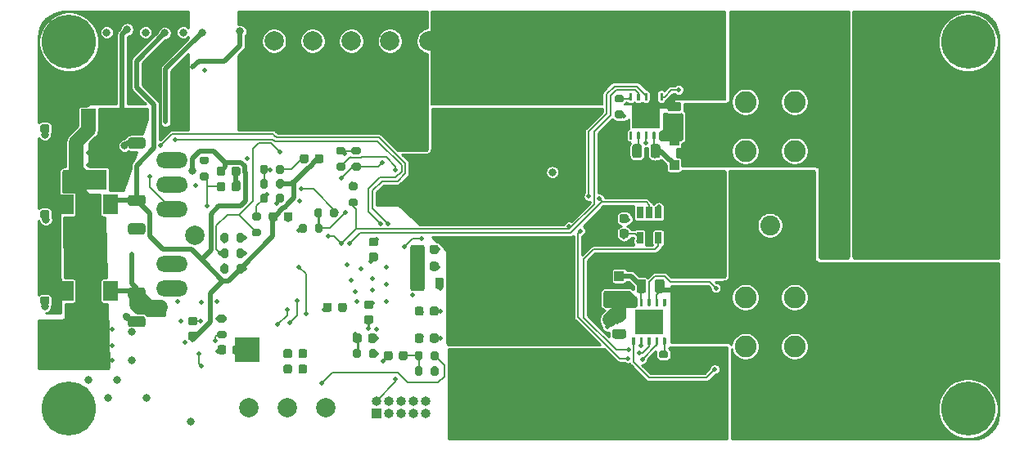
<source format=gbr>
%TF.GenerationSoftware,KiCad,Pcbnew,(5.1.9)-1*%
%TF.CreationDate,2021-05-24T23:59:08-02:30*%
%TF.ProjectId,WPT_TX,5750545f-5458-42e6-9b69-6361645f7063,rev?*%
%TF.SameCoordinates,Original*%
%TF.FileFunction,Copper,L4,Bot*%
%TF.FilePolarity,Positive*%
%FSLAX46Y46*%
G04 Gerber Fmt 4.6, Leading zero omitted, Abs format (unit mm)*
G04 Created by KiCad (PCBNEW (5.1.9)-1) date 2021-05-24 23:59:08*
%MOMM*%
%LPD*%
G01*
G04 APERTURE LIST*
%TA.AperFunction,ComponentPad*%
%ADD10C,0.500000*%
%TD*%
%TA.AperFunction,SMDPad,CuDef*%
%ADD11R,2.500000X2.500000*%
%TD*%
%TA.AperFunction,SMDPad,CuDef*%
%ADD12R,3.000000X2.600000*%
%TD*%
%TA.AperFunction,ComponentPad*%
%ADD13O,3.276600X1.638300*%
%TD*%
%TA.AperFunction,SMDPad,CuDef*%
%ADD14R,3.800000X2.000000*%
%TD*%
%TA.AperFunction,SMDPad,CuDef*%
%ADD15R,1.500000X2.000000*%
%TD*%
%TA.AperFunction,SMDPad,CuDef*%
%ADD16R,0.650000X1.220000*%
%TD*%
%TA.AperFunction,ComponentPad*%
%ADD17C,2.250000*%
%TD*%
%TA.AperFunction,ComponentPad*%
%ADD18C,2.050000*%
%TD*%
%TA.AperFunction,ComponentPad*%
%ADD19R,1.000000X1.000000*%
%TD*%
%TA.AperFunction,ComponentPad*%
%ADD20O,1.000000X1.000000*%
%TD*%
%TA.AperFunction,ComponentPad*%
%ADD21C,5.600000*%
%TD*%
%TA.AperFunction,ComponentPad*%
%ADD22C,2.000000*%
%TD*%
%TA.AperFunction,SMDPad,CuDef*%
%ADD23R,1.000000X1.000000*%
%TD*%
%TA.AperFunction,ViaPad*%
%ADD24C,0.500000*%
%TD*%
%TA.AperFunction,ViaPad*%
%ADD25C,0.800000*%
%TD*%
%TA.AperFunction,Conductor*%
%ADD26C,0.250000*%
%TD*%
%TA.AperFunction,Conductor*%
%ADD27C,0.200000*%
%TD*%
%TA.AperFunction,Conductor*%
%ADD28C,0.500000*%
%TD*%
%TA.AperFunction,Conductor*%
%ADD29C,1.500000*%
%TD*%
%TA.AperFunction,Conductor*%
%ADD30C,0.254000*%
%TD*%
%TA.AperFunction,Conductor*%
%ADD31C,0.100000*%
%TD*%
G04 APERTURE END LIST*
D10*
%TO.P,U11,21*%
%TO.N,GND*%
X122400000Y-129400000D03*
X122400000Y-127400000D03*
X124400000Y-129400000D03*
X124400000Y-127400000D03*
D11*
X123400000Y-128400000D03*
%TD*%
%TO.P,U10,6*%
%TO.N,Net-(R21-Pad2)*%
%TA.AperFunction,SMDPad,CuDef*%
G36*
G01*
X162950000Y-102525000D02*
X162950000Y-101875000D01*
G75*
G02*
X163025000Y-101800000I75000J0D01*
G01*
X163175000Y-101800000D01*
G75*
G02*
X163250000Y-101875000I0J-75000D01*
G01*
X163250000Y-102525000D01*
G75*
G02*
X163175000Y-102600000I-75000J0D01*
G01*
X163025000Y-102600000D01*
G75*
G02*
X162950000Y-102525000I0J75000D01*
G01*
G37*
%TD.AperFunction*%
%TO.P,U10,7*%
%TO.N,/HBridge_EN*%
%TA.AperFunction,SMDPad,CuDef*%
G36*
G01*
X163750000Y-102525000D02*
X163750000Y-101875000D01*
G75*
G02*
X163825000Y-101800000I75000J0D01*
G01*
X163975000Y-101800000D01*
G75*
G02*
X164050000Y-101875000I0J-75000D01*
G01*
X164050000Y-102525000D01*
G75*
G02*
X163975000Y-102600000I-75000J0D01*
G01*
X163825000Y-102600000D01*
G75*
G02*
X163750000Y-102525000I0J75000D01*
G01*
G37*
%TD.AperFunction*%
%TO.P,U10,8*%
%TO.N,/HBridge_PWM*%
%TA.AperFunction,SMDPad,CuDef*%
G36*
G01*
X164550000Y-102525000D02*
X164550000Y-101875000D01*
G75*
G02*
X164625000Y-101800000I75000J0D01*
G01*
X164775000Y-101800000D01*
G75*
G02*
X164850000Y-101875000I0J-75000D01*
G01*
X164850000Y-102525000D01*
G75*
G02*
X164775000Y-102600000I-75000J0D01*
G01*
X164625000Y-102600000D01*
G75*
G02*
X164550000Y-102525000I0J75000D01*
G01*
G37*
%TD.AperFunction*%
%TO.P,U10,9*%
%TO.N,GND*%
%TA.AperFunction,SMDPad,CuDef*%
G36*
G01*
X165350000Y-102525000D02*
X165350000Y-101875000D01*
G75*
G02*
X165425000Y-101800000I75000J0D01*
G01*
X165575000Y-101800000D01*
G75*
G02*
X165650000Y-101875000I0J-75000D01*
G01*
X165650000Y-102525000D01*
G75*
G02*
X165575000Y-102600000I-75000J0D01*
G01*
X165425000Y-102600000D01*
G75*
G02*
X165350000Y-102525000I0J75000D01*
G01*
G37*
%TD.AperFunction*%
%TO.P,U10,10*%
%TO.N,/GATE3*%
%TA.AperFunction,SMDPad,CuDef*%
G36*
G01*
X166150000Y-102525000D02*
X166150000Y-101875000D01*
G75*
G02*
X166225000Y-101800000I75000J0D01*
G01*
X166375000Y-101800000D01*
G75*
G02*
X166450000Y-101875000I0J-75000D01*
G01*
X166450000Y-102525000D01*
G75*
G02*
X166375000Y-102600000I-75000J0D01*
G01*
X166225000Y-102600000D01*
G75*
G02*
X166150000Y-102525000I0J75000D01*
G01*
G37*
%TD.AperFunction*%
%TO.P,U10,5*%
%TO.N,Net-(U10-Pad5)*%
%TA.AperFunction,SMDPad,CuDef*%
G36*
G01*
X162950000Y-106525000D02*
X162950000Y-105875000D01*
G75*
G02*
X163025000Y-105800000I75000J0D01*
G01*
X163175000Y-105800000D01*
G75*
G02*
X163250000Y-105875000I0J-75000D01*
G01*
X163250000Y-106525000D01*
G75*
G02*
X163175000Y-106600000I-75000J0D01*
G01*
X163025000Y-106600000D01*
G75*
G02*
X162950000Y-106525000I0J75000D01*
G01*
G37*
%TD.AperFunction*%
%TO.P,U10,4*%
%TO.N,/HS_1*%
%TA.AperFunction,SMDPad,CuDef*%
G36*
G01*
X163750000Y-106525000D02*
X163750000Y-105875000D01*
G75*
G02*
X163825000Y-105800000I75000J0D01*
G01*
X163975000Y-105800000D01*
G75*
G02*
X164050000Y-105875000I0J-75000D01*
G01*
X164050000Y-106525000D01*
G75*
G02*
X163975000Y-106600000I-75000J0D01*
G01*
X163825000Y-106600000D01*
G75*
G02*
X163750000Y-106525000I0J75000D01*
G01*
G37*
%TD.AperFunction*%
%TO.P,U10,3*%
%TO.N,/GATE1*%
%TA.AperFunction,SMDPad,CuDef*%
G36*
G01*
X164550000Y-106525000D02*
X164550000Y-105875000D01*
G75*
G02*
X164625000Y-105800000I75000J0D01*
G01*
X164775000Y-105800000D01*
G75*
G02*
X164850000Y-105875000I0J-75000D01*
G01*
X164850000Y-106525000D01*
G75*
G02*
X164775000Y-106600000I-75000J0D01*
G01*
X164625000Y-106600000D01*
G75*
G02*
X164550000Y-106525000I0J75000D01*
G01*
G37*
%TD.AperFunction*%
%TO.P,U10,2*%
%TO.N,Net-(C24-Pad1)*%
%TA.AperFunction,SMDPad,CuDef*%
G36*
G01*
X165350000Y-106525000D02*
X165350000Y-105875000D01*
G75*
G02*
X165425000Y-105800000I75000J0D01*
G01*
X165575000Y-105800000D01*
G75*
G02*
X165650000Y-105875000I0J-75000D01*
G01*
X165650000Y-106525000D01*
G75*
G02*
X165575000Y-106600000I-75000J0D01*
G01*
X165425000Y-106600000D01*
G75*
G02*
X165350000Y-106525000I0J75000D01*
G01*
G37*
%TD.AperFunction*%
D12*
%TO.P,U10,11*%
%TO.N,GND*%
X164700000Y-104200000D03*
%TO.P,U10,1*%
%TO.N,+12V*%
%TA.AperFunction,SMDPad,CuDef*%
G36*
G01*
X166150000Y-106525000D02*
X166150000Y-105875000D01*
G75*
G02*
X166225000Y-105800000I75000J0D01*
G01*
X166375000Y-105800000D01*
G75*
G02*
X166450000Y-105875000I0J-75000D01*
G01*
X166450000Y-106525000D01*
G75*
G02*
X166375000Y-106600000I-75000J0D01*
G01*
X166225000Y-106600000D01*
G75*
G02*
X166150000Y-106525000I0J75000D01*
G01*
G37*
%TD.AperFunction*%
%TD*%
%TO.P,U13,6*%
%TO.N,Net-(R24-Pad2)*%
%TA.AperFunction,SMDPad,CuDef*%
G36*
G01*
X166750000Y-127175000D02*
X166750000Y-127825000D01*
G75*
G02*
X166675000Y-127900000I-75000J0D01*
G01*
X166525000Y-127900000D01*
G75*
G02*
X166450000Y-127825000I0J75000D01*
G01*
X166450000Y-127175000D01*
G75*
G02*
X166525000Y-127100000I75000J0D01*
G01*
X166675000Y-127100000D01*
G75*
G02*
X166750000Y-127175000I0J-75000D01*
G01*
G37*
%TD.AperFunction*%
%TO.P,U13,7*%
%TO.N,/HBridge_EN*%
%TA.AperFunction,SMDPad,CuDef*%
G36*
G01*
X165950000Y-127175000D02*
X165950000Y-127825000D01*
G75*
G02*
X165875000Y-127900000I-75000J0D01*
G01*
X165725000Y-127900000D01*
G75*
G02*
X165650000Y-127825000I0J75000D01*
G01*
X165650000Y-127175000D01*
G75*
G02*
X165725000Y-127100000I75000J0D01*
G01*
X165875000Y-127100000D01*
G75*
G02*
X165950000Y-127175000I0J-75000D01*
G01*
G37*
%TD.AperFunction*%
%TO.P,U13,8*%
%TO.N,/~HBridge_PWM~*%
%TA.AperFunction,SMDPad,CuDef*%
G36*
G01*
X165150000Y-127175000D02*
X165150000Y-127825000D01*
G75*
G02*
X165075000Y-127900000I-75000J0D01*
G01*
X164925000Y-127900000D01*
G75*
G02*
X164850000Y-127825000I0J75000D01*
G01*
X164850000Y-127175000D01*
G75*
G02*
X164925000Y-127100000I75000J0D01*
G01*
X165075000Y-127100000D01*
G75*
G02*
X165150000Y-127175000I0J-75000D01*
G01*
G37*
%TD.AperFunction*%
%TO.P,U13,9*%
%TO.N,GND*%
%TA.AperFunction,SMDPad,CuDef*%
G36*
G01*
X164350000Y-127175000D02*
X164350000Y-127825000D01*
G75*
G02*
X164275000Y-127900000I-75000J0D01*
G01*
X164125000Y-127900000D01*
G75*
G02*
X164050000Y-127825000I0J75000D01*
G01*
X164050000Y-127175000D01*
G75*
G02*
X164125000Y-127100000I75000J0D01*
G01*
X164275000Y-127100000D01*
G75*
G02*
X164350000Y-127175000I0J-75000D01*
G01*
G37*
%TD.AperFunction*%
%TO.P,U13,10*%
%TO.N,/GATE4*%
%TA.AperFunction,SMDPad,CuDef*%
G36*
G01*
X163550000Y-127175000D02*
X163550000Y-127825000D01*
G75*
G02*
X163475000Y-127900000I-75000J0D01*
G01*
X163325000Y-127900000D01*
G75*
G02*
X163250000Y-127825000I0J75000D01*
G01*
X163250000Y-127175000D01*
G75*
G02*
X163325000Y-127100000I75000J0D01*
G01*
X163475000Y-127100000D01*
G75*
G02*
X163550000Y-127175000I0J-75000D01*
G01*
G37*
%TD.AperFunction*%
%TO.P,U13,5*%
%TO.N,Net-(U13-Pad5)*%
%TA.AperFunction,SMDPad,CuDef*%
G36*
G01*
X166750000Y-123175000D02*
X166750000Y-123825000D01*
G75*
G02*
X166675000Y-123900000I-75000J0D01*
G01*
X166525000Y-123900000D01*
G75*
G02*
X166450000Y-123825000I0J75000D01*
G01*
X166450000Y-123175000D01*
G75*
G02*
X166525000Y-123100000I75000J0D01*
G01*
X166675000Y-123100000D01*
G75*
G02*
X166750000Y-123175000I0J-75000D01*
G01*
G37*
%TD.AperFunction*%
%TO.P,U13,4*%
%TO.N,/HS_2*%
%TA.AperFunction,SMDPad,CuDef*%
G36*
G01*
X165950000Y-123175000D02*
X165950000Y-123825000D01*
G75*
G02*
X165875000Y-123900000I-75000J0D01*
G01*
X165725000Y-123900000D01*
G75*
G02*
X165650000Y-123825000I0J75000D01*
G01*
X165650000Y-123175000D01*
G75*
G02*
X165725000Y-123100000I75000J0D01*
G01*
X165875000Y-123100000D01*
G75*
G02*
X165950000Y-123175000I0J-75000D01*
G01*
G37*
%TD.AperFunction*%
%TO.P,U13,3*%
%TO.N,/GATE2*%
%TA.AperFunction,SMDPad,CuDef*%
G36*
G01*
X165150000Y-123175000D02*
X165150000Y-123825000D01*
G75*
G02*
X165075000Y-123900000I-75000J0D01*
G01*
X164925000Y-123900000D01*
G75*
G02*
X164850000Y-123825000I0J75000D01*
G01*
X164850000Y-123175000D01*
G75*
G02*
X164925000Y-123100000I75000J0D01*
G01*
X165075000Y-123100000D01*
G75*
G02*
X165150000Y-123175000I0J-75000D01*
G01*
G37*
%TD.AperFunction*%
%TO.P,U13,2*%
%TO.N,Net-(C32-Pad1)*%
%TA.AperFunction,SMDPad,CuDef*%
G36*
G01*
X164350000Y-123175000D02*
X164350000Y-123825000D01*
G75*
G02*
X164275000Y-123900000I-75000J0D01*
G01*
X164125000Y-123900000D01*
G75*
G02*
X164050000Y-123825000I0J75000D01*
G01*
X164050000Y-123175000D01*
G75*
G02*
X164125000Y-123100000I75000J0D01*
G01*
X164275000Y-123100000D01*
G75*
G02*
X164350000Y-123175000I0J-75000D01*
G01*
G37*
%TD.AperFunction*%
%TO.P,U13,11*%
%TO.N,GND*%
X165000000Y-125500000D03*
%TO.P,U13,1*%
%TO.N,+12V*%
%TA.AperFunction,SMDPad,CuDef*%
G36*
G01*
X163550000Y-123175000D02*
X163550000Y-123825000D01*
G75*
G02*
X163475000Y-123900000I-75000J0D01*
G01*
X163325000Y-123900000D01*
G75*
G02*
X163250000Y-123825000I0J75000D01*
G01*
X163250000Y-123175000D01*
G75*
G02*
X163325000Y-123100000I75000J0D01*
G01*
X163475000Y-123100000D01*
G75*
G02*
X163550000Y-123175000I0J-75000D01*
G01*
G37*
%TD.AperFunction*%
%TD*%
D13*
%TO.P,J7,2*%
%TO.N,/UART_RX*%
X115620000Y-111250000D03*
%TO.P,J7,1*%
%TO.N,/UART_TX*%
X115620000Y-113790000D03*
%TO.P,J7,3*%
%TO.N,GND*%
X115620000Y-108710000D03*
%TD*%
%TO.P,J8,1*%
%TO.N,/CANH*%
X115620000Y-122020000D03*
%TO.P,J8,2*%
%TO.N,/CANL*%
X115620000Y-119480000D03*
%TD*%
%TO.P,C1,1*%
%TO.N,+24V*%
%TA.AperFunction,SMDPad,CuDef*%
G36*
G01*
X102250000Y-103475000D02*
X102750000Y-103475000D01*
G75*
G02*
X102975000Y-103700000I0J-225000D01*
G01*
X102975000Y-104150000D01*
G75*
G02*
X102750000Y-104375000I-225000J0D01*
G01*
X102250000Y-104375000D01*
G75*
G02*
X102025000Y-104150000I0J225000D01*
G01*
X102025000Y-103700000D01*
G75*
G02*
X102250000Y-103475000I225000J0D01*
G01*
G37*
%TD.AperFunction*%
%TO.P,C1,2*%
%TO.N,GND*%
%TA.AperFunction,SMDPad,CuDef*%
G36*
G01*
X102250000Y-105025000D02*
X102750000Y-105025000D01*
G75*
G02*
X102975000Y-105250000I0J-225000D01*
G01*
X102975000Y-105700000D01*
G75*
G02*
X102750000Y-105925000I-225000J0D01*
G01*
X102250000Y-105925000D01*
G75*
G02*
X102025000Y-105700000I0J225000D01*
G01*
X102025000Y-105250000D01*
G75*
G02*
X102250000Y-105025000I225000J0D01*
G01*
G37*
%TD.AperFunction*%
%TD*%
%TO.P,C2,2*%
%TO.N,GND*%
%TA.AperFunction,SMDPad,CuDef*%
G36*
G01*
X102250000Y-113925000D02*
X102750000Y-113925000D01*
G75*
G02*
X102975000Y-114150000I0J-225000D01*
G01*
X102975000Y-114600000D01*
G75*
G02*
X102750000Y-114825000I-225000J0D01*
G01*
X102250000Y-114825000D01*
G75*
G02*
X102025000Y-114600000I0J225000D01*
G01*
X102025000Y-114150000D01*
G75*
G02*
X102250000Y-113925000I225000J0D01*
G01*
G37*
%TD.AperFunction*%
%TO.P,C2,1*%
%TO.N,+24V*%
%TA.AperFunction,SMDPad,CuDef*%
G36*
G01*
X102250000Y-112375000D02*
X102750000Y-112375000D01*
G75*
G02*
X102975000Y-112600000I0J-225000D01*
G01*
X102975000Y-113050000D01*
G75*
G02*
X102750000Y-113275000I-225000J0D01*
G01*
X102250000Y-113275000D01*
G75*
G02*
X102025000Y-113050000I0J225000D01*
G01*
X102025000Y-112600000D01*
G75*
G02*
X102250000Y-112375000I225000J0D01*
G01*
G37*
%TD.AperFunction*%
%TD*%
%TO.P,C3,1*%
%TO.N,+24V*%
%TA.AperFunction,SMDPad,CuDef*%
G36*
G01*
X102250000Y-121300000D02*
X102750000Y-121300000D01*
G75*
G02*
X102975000Y-121525000I0J-225000D01*
G01*
X102975000Y-121975000D01*
G75*
G02*
X102750000Y-122200000I-225000J0D01*
G01*
X102250000Y-122200000D01*
G75*
G02*
X102025000Y-121975000I0J225000D01*
G01*
X102025000Y-121525000D01*
G75*
G02*
X102250000Y-121300000I225000J0D01*
G01*
G37*
%TD.AperFunction*%
%TO.P,C3,2*%
%TO.N,GND*%
%TA.AperFunction,SMDPad,CuDef*%
G36*
G01*
X102250000Y-122850000D02*
X102750000Y-122850000D01*
G75*
G02*
X102975000Y-123075000I0J-225000D01*
G01*
X102975000Y-123525000D01*
G75*
G02*
X102750000Y-123750000I-225000J0D01*
G01*
X102250000Y-123750000D01*
G75*
G02*
X102025000Y-123525000I0J225000D01*
G01*
X102025000Y-123075000D01*
G75*
G02*
X102250000Y-122850000I225000J0D01*
G01*
G37*
%TD.AperFunction*%
%TD*%
%TO.P,C4,2*%
%TO.N,GND*%
%TA.AperFunction,SMDPad,CuDef*%
G36*
G01*
X121825000Y-110150000D02*
X121825000Y-109650000D01*
G75*
G02*
X122050000Y-109425000I225000J0D01*
G01*
X122500000Y-109425000D01*
G75*
G02*
X122725000Y-109650000I0J-225000D01*
G01*
X122725000Y-110150000D01*
G75*
G02*
X122500000Y-110375000I-225000J0D01*
G01*
X122050000Y-110375000D01*
G75*
G02*
X121825000Y-110150000I0J225000D01*
G01*
G37*
%TD.AperFunction*%
%TO.P,C4,1*%
%TO.N,+5V*%
%TA.AperFunction,SMDPad,CuDef*%
G36*
G01*
X120275000Y-110150000D02*
X120275000Y-109650000D01*
G75*
G02*
X120500000Y-109425000I225000J0D01*
G01*
X120950000Y-109425000D01*
G75*
G02*
X121175000Y-109650000I0J-225000D01*
G01*
X121175000Y-110150000D01*
G75*
G02*
X120950000Y-110375000I-225000J0D01*
G01*
X120500000Y-110375000D01*
G75*
G02*
X120275000Y-110150000I0J225000D01*
G01*
G37*
%TD.AperFunction*%
%TD*%
%TO.P,C5,1*%
%TO.N,+5V*%
%TA.AperFunction,SMDPad,CuDef*%
G36*
G01*
X131325000Y-108350000D02*
X131325000Y-108850000D01*
G75*
G02*
X131100000Y-109075000I-225000J0D01*
G01*
X130650000Y-109075000D01*
G75*
G02*
X130425000Y-108850000I0J225000D01*
G01*
X130425000Y-108350000D01*
G75*
G02*
X130650000Y-108125000I225000J0D01*
G01*
X131100000Y-108125000D01*
G75*
G02*
X131325000Y-108350000I0J-225000D01*
G01*
G37*
%TD.AperFunction*%
%TO.P,C5,2*%
%TO.N,GND*%
%TA.AperFunction,SMDPad,CuDef*%
G36*
G01*
X129775000Y-108350000D02*
X129775000Y-108850000D01*
G75*
G02*
X129550000Y-109075000I-225000J0D01*
G01*
X129100000Y-109075000D01*
G75*
G02*
X128875000Y-108850000I0J225000D01*
G01*
X128875000Y-108350000D01*
G75*
G02*
X129100000Y-108125000I225000J0D01*
G01*
X129550000Y-108125000D01*
G75*
G02*
X129775000Y-108350000I0J-225000D01*
G01*
G37*
%TD.AperFunction*%
%TD*%
%TO.P,C9,2*%
%TO.N,GND*%
%TA.AperFunction,SMDPad,CuDef*%
G36*
G01*
X121825000Y-111750000D02*
X121825000Y-111250000D01*
G75*
G02*
X122050000Y-111025000I225000J0D01*
G01*
X122500000Y-111025000D01*
G75*
G02*
X122725000Y-111250000I0J-225000D01*
G01*
X122725000Y-111750000D01*
G75*
G02*
X122500000Y-111975000I-225000J0D01*
G01*
X122050000Y-111975000D01*
G75*
G02*
X121825000Y-111750000I0J225000D01*
G01*
G37*
%TD.AperFunction*%
%TO.P,C9,1*%
%TO.N,/ISEN*%
%TA.AperFunction,SMDPad,CuDef*%
G36*
G01*
X120275000Y-111750000D02*
X120275000Y-111250000D01*
G75*
G02*
X120500000Y-111025000I225000J0D01*
G01*
X120950000Y-111025000D01*
G75*
G02*
X121175000Y-111250000I0J-225000D01*
G01*
X121175000Y-111750000D01*
G75*
G02*
X120950000Y-111975000I-225000J0D01*
G01*
X120500000Y-111975000D01*
G75*
G02*
X120275000Y-111750000I0J225000D01*
G01*
G37*
%TD.AperFunction*%
%TD*%
%TO.P,C11,2*%
%TO.N,GND*%
%TA.AperFunction,SMDPad,CuDef*%
G36*
G01*
X127225000Y-114850000D02*
X127225000Y-114350000D01*
G75*
G02*
X127450000Y-114125000I225000J0D01*
G01*
X127900000Y-114125000D01*
G75*
G02*
X128125000Y-114350000I0J-225000D01*
G01*
X128125000Y-114850000D01*
G75*
G02*
X127900000Y-115075000I-225000J0D01*
G01*
X127450000Y-115075000D01*
G75*
G02*
X127225000Y-114850000I0J225000D01*
G01*
G37*
%TD.AperFunction*%
%TO.P,C11,1*%
%TO.N,+5V*%
%TA.AperFunction,SMDPad,CuDef*%
G36*
G01*
X125675000Y-114850000D02*
X125675000Y-114350000D01*
G75*
G02*
X125900000Y-114125000I225000J0D01*
G01*
X126350000Y-114125000D01*
G75*
G02*
X126575000Y-114350000I0J-225000D01*
G01*
X126575000Y-114850000D01*
G75*
G02*
X126350000Y-115075000I-225000J0D01*
G01*
X125900000Y-115075000D01*
G75*
G02*
X125675000Y-114850000I0J225000D01*
G01*
G37*
%TD.AperFunction*%
%TD*%
%TO.P,C12,1*%
%TO.N,Net-(C12-Pad1)*%
%TA.AperFunction,SMDPad,CuDef*%
G36*
G01*
X140775000Y-127450000D02*
X140775000Y-126950000D01*
G75*
G02*
X141000000Y-126725000I225000J0D01*
G01*
X141450000Y-126725000D01*
G75*
G02*
X141675000Y-126950000I0J-225000D01*
G01*
X141675000Y-127450000D01*
G75*
G02*
X141450000Y-127675000I-225000J0D01*
G01*
X141000000Y-127675000D01*
G75*
G02*
X140775000Y-127450000I0J225000D01*
G01*
G37*
%TD.AperFunction*%
%TO.P,C12,2*%
%TO.N,GND*%
%TA.AperFunction,SMDPad,CuDef*%
G36*
G01*
X142325000Y-127450000D02*
X142325000Y-126950000D01*
G75*
G02*
X142550000Y-126725000I225000J0D01*
G01*
X143000000Y-126725000D01*
G75*
G02*
X143225000Y-126950000I0J-225000D01*
G01*
X143225000Y-127450000D01*
G75*
G02*
X143000000Y-127675000I-225000J0D01*
G01*
X142550000Y-127675000D01*
G75*
G02*
X142325000Y-127450000I0J225000D01*
G01*
G37*
%TD.AperFunction*%
%TD*%
%TO.P,C13,2*%
%TO.N,GND*%
%TA.AperFunction,SMDPad,CuDef*%
G36*
G01*
X142325000Y-124650000D02*
X142325000Y-124150000D01*
G75*
G02*
X142550000Y-123925000I225000J0D01*
G01*
X143000000Y-123925000D01*
G75*
G02*
X143225000Y-124150000I0J-225000D01*
G01*
X143225000Y-124650000D01*
G75*
G02*
X143000000Y-124875000I-225000J0D01*
G01*
X142550000Y-124875000D01*
G75*
G02*
X142325000Y-124650000I0J225000D01*
G01*
G37*
%TD.AperFunction*%
%TO.P,C13,1*%
%TO.N,Net-(C13-Pad1)*%
%TA.AperFunction,SMDPad,CuDef*%
G36*
G01*
X140775000Y-124650000D02*
X140775000Y-124150000D01*
G75*
G02*
X141000000Y-123925000I225000J0D01*
G01*
X141450000Y-123925000D01*
G75*
G02*
X141675000Y-124150000I0J-225000D01*
G01*
X141675000Y-124650000D01*
G75*
G02*
X141450000Y-124875000I-225000J0D01*
G01*
X141000000Y-124875000D01*
G75*
G02*
X140775000Y-124650000I0J225000D01*
G01*
G37*
%TD.AperFunction*%
%TD*%
%TO.P,C14,2*%
%TO.N,GND*%
%TA.AperFunction,SMDPad,CuDef*%
G36*
G01*
X142325000Y-120000000D02*
X142325000Y-119500000D01*
G75*
G02*
X142550000Y-119275000I225000J0D01*
G01*
X143000000Y-119275000D01*
G75*
G02*
X143225000Y-119500000I0J-225000D01*
G01*
X143225000Y-120000000D01*
G75*
G02*
X143000000Y-120225000I-225000J0D01*
G01*
X142550000Y-120225000D01*
G75*
G02*
X142325000Y-120000000I0J225000D01*
G01*
G37*
%TD.AperFunction*%
%TO.P,C14,1*%
%TO.N,/3V3_Filt*%
%TA.AperFunction,SMDPad,CuDef*%
G36*
G01*
X140775000Y-120000000D02*
X140775000Y-119500000D01*
G75*
G02*
X141000000Y-119275000I225000J0D01*
G01*
X141450000Y-119275000D01*
G75*
G02*
X141675000Y-119500000I0J-225000D01*
G01*
X141675000Y-120000000D01*
G75*
G02*
X141450000Y-120225000I-225000J0D01*
G01*
X141000000Y-120225000D01*
G75*
G02*
X140775000Y-120000000I0J225000D01*
G01*
G37*
%TD.AperFunction*%
%TD*%
%TO.P,C15,2*%
%TO.N,GND*%
%TA.AperFunction,SMDPad,CuDef*%
G36*
G01*
X142325000Y-118250000D02*
X142325000Y-117750000D01*
G75*
G02*
X142550000Y-117525000I225000J0D01*
G01*
X143000000Y-117525000D01*
G75*
G02*
X143225000Y-117750000I0J-225000D01*
G01*
X143225000Y-118250000D01*
G75*
G02*
X143000000Y-118475000I-225000J0D01*
G01*
X142550000Y-118475000D01*
G75*
G02*
X142325000Y-118250000I0J225000D01*
G01*
G37*
%TD.AperFunction*%
%TO.P,C15,1*%
%TO.N,/3V3_Filt*%
%TA.AperFunction,SMDPad,CuDef*%
G36*
G01*
X140775000Y-118250000D02*
X140775000Y-117750000D01*
G75*
G02*
X141000000Y-117525000I225000J0D01*
G01*
X141450000Y-117525000D01*
G75*
G02*
X141675000Y-117750000I0J-225000D01*
G01*
X141675000Y-118250000D01*
G75*
G02*
X141450000Y-118475000I-225000J0D01*
G01*
X141000000Y-118475000D01*
G75*
G02*
X140775000Y-118250000I0J225000D01*
G01*
G37*
%TD.AperFunction*%
%TD*%
%TO.P,C16,1*%
%TO.N,+3V3*%
%TA.AperFunction,SMDPad,CuDef*%
G36*
G01*
X162650000Y-116800000D02*
X162150000Y-116800000D01*
G75*
G02*
X161925000Y-116575000I0J225000D01*
G01*
X161925000Y-116125000D01*
G75*
G02*
X162150000Y-115900000I225000J0D01*
G01*
X162650000Y-115900000D01*
G75*
G02*
X162875000Y-116125000I0J-225000D01*
G01*
X162875000Y-116575000D01*
G75*
G02*
X162650000Y-116800000I-225000J0D01*
G01*
G37*
%TD.AperFunction*%
%TO.P,C16,2*%
%TO.N,GND*%
%TA.AperFunction,SMDPad,CuDef*%
G36*
G01*
X162650000Y-115250000D02*
X162150000Y-115250000D01*
G75*
G02*
X161925000Y-115025000I0J225000D01*
G01*
X161925000Y-114575000D01*
G75*
G02*
X162150000Y-114350000I225000J0D01*
G01*
X162650000Y-114350000D01*
G75*
G02*
X162875000Y-114575000I0J-225000D01*
G01*
X162875000Y-115025000D01*
G75*
G02*
X162650000Y-115250000I-225000J0D01*
G01*
G37*
%TD.AperFunction*%
%TD*%
%TO.P,C17,2*%
%TO.N,GND*%
%TA.AperFunction,SMDPad,CuDef*%
G36*
G01*
X135925000Y-127450000D02*
X135925000Y-126950000D01*
G75*
G02*
X136150000Y-126725000I225000J0D01*
G01*
X136600000Y-126725000D01*
G75*
G02*
X136825000Y-126950000I0J-225000D01*
G01*
X136825000Y-127450000D01*
G75*
G02*
X136600000Y-127675000I-225000J0D01*
G01*
X136150000Y-127675000D01*
G75*
G02*
X135925000Y-127450000I0J225000D01*
G01*
G37*
%TD.AperFunction*%
%TO.P,C17,1*%
%TO.N,/~RST~*%
%TA.AperFunction,SMDPad,CuDef*%
G36*
G01*
X134375000Y-127450000D02*
X134375000Y-126950000D01*
G75*
G02*
X134600000Y-126725000I225000J0D01*
G01*
X135050000Y-126725000D01*
G75*
G02*
X135275000Y-126950000I0J-225000D01*
G01*
X135275000Y-127450000D01*
G75*
G02*
X135050000Y-127675000I-225000J0D01*
G01*
X134600000Y-127675000D01*
G75*
G02*
X134375000Y-127450000I0J225000D01*
G01*
G37*
%TD.AperFunction*%
%TD*%
%TO.P,C18,1*%
%TO.N,+3V3*%
%TA.AperFunction,SMDPad,CuDef*%
G36*
G01*
X136250000Y-116775000D02*
X136750000Y-116775000D01*
G75*
G02*
X136975000Y-117000000I0J-225000D01*
G01*
X136975000Y-117450000D01*
G75*
G02*
X136750000Y-117675000I-225000J0D01*
G01*
X136250000Y-117675000D01*
G75*
G02*
X136025000Y-117450000I0J225000D01*
G01*
X136025000Y-117000000D01*
G75*
G02*
X136250000Y-116775000I225000J0D01*
G01*
G37*
%TD.AperFunction*%
%TO.P,C18,2*%
%TO.N,GND*%
%TA.AperFunction,SMDPad,CuDef*%
G36*
G01*
X136250000Y-118325000D02*
X136750000Y-118325000D01*
G75*
G02*
X136975000Y-118550000I0J-225000D01*
G01*
X136975000Y-119000000D01*
G75*
G02*
X136750000Y-119225000I-225000J0D01*
G01*
X136250000Y-119225000D01*
G75*
G02*
X136025000Y-119000000I0J225000D01*
G01*
X136025000Y-118550000D01*
G75*
G02*
X136250000Y-118325000I225000J0D01*
G01*
G37*
%TD.AperFunction*%
%TD*%
%TO.P,C19,1*%
%TO.N,+3V3*%
%TA.AperFunction,SMDPad,CuDef*%
G36*
G01*
X131275000Y-124250000D02*
X131275000Y-123750000D01*
G75*
G02*
X131500000Y-123525000I225000J0D01*
G01*
X131950000Y-123525000D01*
G75*
G02*
X132175000Y-123750000I0J-225000D01*
G01*
X132175000Y-124250000D01*
G75*
G02*
X131950000Y-124475000I-225000J0D01*
G01*
X131500000Y-124475000D01*
G75*
G02*
X131275000Y-124250000I0J225000D01*
G01*
G37*
%TD.AperFunction*%
%TO.P,C19,2*%
%TO.N,GND*%
%TA.AperFunction,SMDPad,CuDef*%
G36*
G01*
X132825000Y-124250000D02*
X132825000Y-123750000D01*
G75*
G02*
X133050000Y-123525000I225000J0D01*
G01*
X133500000Y-123525000D01*
G75*
G02*
X133725000Y-123750000I0J-225000D01*
G01*
X133725000Y-124250000D01*
G75*
G02*
X133500000Y-124475000I-225000J0D01*
G01*
X133050000Y-124475000D01*
G75*
G02*
X132825000Y-124250000I0J225000D01*
G01*
G37*
%TD.AperFunction*%
%TD*%
%TO.P,C20,2*%
%TO.N,GND*%
%TA.AperFunction,SMDPad,CuDef*%
G36*
G01*
X136250000Y-124175000D02*
X135750000Y-124175000D01*
G75*
G02*
X135525000Y-123950000I0J225000D01*
G01*
X135525000Y-123500000D01*
G75*
G02*
X135750000Y-123275000I225000J0D01*
G01*
X136250000Y-123275000D01*
G75*
G02*
X136475000Y-123500000I0J-225000D01*
G01*
X136475000Y-123950000D01*
G75*
G02*
X136250000Y-124175000I-225000J0D01*
G01*
G37*
%TD.AperFunction*%
%TO.P,C20,1*%
%TO.N,Net-(C20-Pad1)*%
%TA.AperFunction,SMDPad,CuDef*%
G36*
G01*
X136250000Y-125725000D02*
X135750000Y-125725000D01*
G75*
G02*
X135525000Y-125500000I0J225000D01*
G01*
X135525000Y-125050000D01*
G75*
G02*
X135750000Y-124825000I225000J0D01*
G01*
X136250000Y-124825000D01*
G75*
G02*
X136475000Y-125050000I0J-225000D01*
G01*
X136475000Y-125500000D01*
G75*
G02*
X136250000Y-125725000I-225000J0D01*
G01*
G37*
%TD.AperFunction*%
%TD*%
%TO.P,C22,2*%
%TO.N,GND*%
%TA.AperFunction,SMDPad,CuDef*%
G36*
G01*
X128725000Y-130650000D02*
X128725000Y-130150000D01*
G75*
G02*
X128950000Y-129925000I225000J0D01*
G01*
X129400000Y-129925000D01*
G75*
G02*
X129625000Y-130150000I0J-225000D01*
G01*
X129625000Y-130650000D01*
G75*
G02*
X129400000Y-130875000I-225000J0D01*
G01*
X128950000Y-130875000D01*
G75*
G02*
X128725000Y-130650000I0J225000D01*
G01*
G37*
%TD.AperFunction*%
%TO.P,C22,1*%
%TO.N,Net-(C22-Pad1)*%
%TA.AperFunction,SMDPad,CuDef*%
G36*
G01*
X127175000Y-130650000D02*
X127175000Y-130150000D01*
G75*
G02*
X127400000Y-129925000I225000J0D01*
G01*
X127850000Y-129925000D01*
G75*
G02*
X128075000Y-130150000I0J-225000D01*
G01*
X128075000Y-130650000D01*
G75*
G02*
X127850000Y-130875000I-225000J0D01*
G01*
X127400000Y-130875000D01*
G75*
G02*
X127175000Y-130650000I0J225000D01*
G01*
G37*
%TD.AperFunction*%
%TD*%
%TO.P,C23,1*%
%TO.N,Net-(C23-Pad1)*%
%TA.AperFunction,SMDPad,CuDef*%
G36*
G01*
X129625000Y-128550000D02*
X129625000Y-129050000D01*
G75*
G02*
X129400000Y-129275000I-225000J0D01*
G01*
X128950000Y-129275000D01*
G75*
G02*
X128725000Y-129050000I0J225000D01*
G01*
X128725000Y-128550000D01*
G75*
G02*
X128950000Y-128325000I225000J0D01*
G01*
X129400000Y-128325000D01*
G75*
G02*
X129625000Y-128550000I0J-225000D01*
G01*
G37*
%TD.AperFunction*%
%TO.P,C23,2*%
%TO.N,GND*%
%TA.AperFunction,SMDPad,CuDef*%
G36*
G01*
X128075000Y-128550000D02*
X128075000Y-129050000D01*
G75*
G02*
X127850000Y-129275000I-225000J0D01*
G01*
X127400000Y-129275000D01*
G75*
G02*
X127175000Y-129050000I0J225000D01*
G01*
X127175000Y-128550000D01*
G75*
G02*
X127400000Y-128325000I225000J0D01*
G01*
X127850000Y-128325000D01*
G75*
G02*
X128075000Y-128550000I0J-225000D01*
G01*
G37*
%TD.AperFunction*%
%TD*%
%TO.P,C25,2*%
%TO.N,GND*%
%TA.AperFunction,SMDPad,CuDef*%
G36*
G01*
X121900000Y-128650000D02*
X121900000Y-128150000D01*
G75*
G02*
X122125000Y-127925000I225000J0D01*
G01*
X122575000Y-127925000D01*
G75*
G02*
X122800000Y-128150000I0J-225000D01*
G01*
X122800000Y-128650000D01*
G75*
G02*
X122575000Y-128875000I-225000J0D01*
G01*
X122125000Y-128875000D01*
G75*
G02*
X121900000Y-128650000I0J225000D01*
G01*
G37*
%TD.AperFunction*%
%TO.P,C25,1*%
%TO.N,+3V3*%
%TA.AperFunction,SMDPad,CuDef*%
G36*
G01*
X120350000Y-128650000D02*
X120350000Y-128150000D01*
G75*
G02*
X120575000Y-127925000I225000J0D01*
G01*
X121025000Y-127925000D01*
G75*
G02*
X121250000Y-128150000I0J-225000D01*
G01*
X121250000Y-128650000D01*
G75*
G02*
X121025000Y-128875000I-225000J0D01*
G01*
X120575000Y-128875000D01*
G75*
G02*
X120350000Y-128650000I0J225000D01*
G01*
G37*
%TD.AperFunction*%
%TD*%
%TO.P,C31,1*%
%TO.N,+5V*%
%TA.AperFunction,SMDPad,CuDef*%
G36*
G01*
X118050000Y-127425000D02*
X117550000Y-127425000D01*
G75*
G02*
X117325000Y-127200000I0J225000D01*
G01*
X117325000Y-126750000D01*
G75*
G02*
X117550000Y-126525000I225000J0D01*
G01*
X118050000Y-126525000D01*
G75*
G02*
X118275000Y-126750000I0J-225000D01*
G01*
X118275000Y-127200000D01*
G75*
G02*
X118050000Y-127425000I-225000J0D01*
G01*
G37*
%TD.AperFunction*%
%TO.P,C31,2*%
%TO.N,GND*%
%TA.AperFunction,SMDPad,CuDef*%
G36*
G01*
X118050000Y-125875000D02*
X117550000Y-125875000D01*
G75*
G02*
X117325000Y-125650000I0J225000D01*
G01*
X117325000Y-125200000D01*
G75*
G02*
X117550000Y-124975000I225000J0D01*
G01*
X118050000Y-124975000D01*
G75*
G02*
X118275000Y-125200000I0J-225000D01*
G01*
X118275000Y-125650000D01*
G75*
G02*
X118050000Y-125875000I-225000J0D01*
G01*
G37*
%TD.AperFunction*%
%TD*%
%TO.P,C32,1*%
%TO.N,Net-(C32-Pad1)*%
%TA.AperFunction,SMDPad,CuDef*%
G36*
G01*
X163700000Y-122275000D02*
X163700000Y-121325000D01*
G75*
G02*
X163950000Y-121075000I250000J0D01*
G01*
X164450000Y-121075000D01*
G75*
G02*
X164700000Y-121325000I0J-250000D01*
G01*
X164700000Y-122275000D01*
G75*
G02*
X164450000Y-122525000I-250000J0D01*
G01*
X163950000Y-122525000D01*
G75*
G02*
X163700000Y-122275000I0J250000D01*
G01*
G37*
%TD.AperFunction*%
%TO.P,C32,2*%
%TO.N,/HS_2*%
%TA.AperFunction,SMDPad,CuDef*%
G36*
G01*
X165600000Y-122275000D02*
X165600000Y-121325000D01*
G75*
G02*
X165850000Y-121075000I250000J0D01*
G01*
X166350000Y-121075000D01*
G75*
G02*
X166600000Y-121325000I0J-250000D01*
G01*
X166600000Y-122275000D01*
G75*
G02*
X166350000Y-122525000I-250000J0D01*
G01*
X165850000Y-122525000D01*
G75*
G02*
X165600000Y-122275000I0J250000D01*
G01*
G37*
%TD.AperFunction*%
%TD*%
%TO.P,C33,1*%
%TO.N,/FAULT_OL_MCU*%
%TA.AperFunction,SMDPad,CuDef*%
G36*
G01*
X140025000Y-128750000D02*
X140025000Y-129250000D01*
G75*
G02*
X139800000Y-129475000I-225000J0D01*
G01*
X139350000Y-129475000D01*
G75*
G02*
X139125000Y-129250000I0J225000D01*
G01*
X139125000Y-128750000D01*
G75*
G02*
X139350000Y-128525000I225000J0D01*
G01*
X139800000Y-128525000D01*
G75*
G02*
X140025000Y-128750000I0J-225000D01*
G01*
G37*
%TD.AperFunction*%
%TO.P,C33,2*%
%TO.N,GND*%
%TA.AperFunction,SMDPad,CuDef*%
G36*
G01*
X138475000Y-128750000D02*
X138475000Y-129250000D01*
G75*
G02*
X138250000Y-129475000I-225000J0D01*
G01*
X137800000Y-129475000D01*
G75*
G02*
X137575000Y-129250000I0J225000D01*
G01*
X137575000Y-128750000D01*
G75*
G02*
X137800000Y-128525000I225000J0D01*
G01*
X138250000Y-128525000D01*
G75*
G02*
X138475000Y-128750000I0J-225000D01*
G01*
G37*
%TD.AperFunction*%
%TD*%
%TO.P,FB1,1*%
%TO.N,/3V3_Filt*%
%TA.AperFunction,SMDPad,CuDef*%
G36*
G01*
X140750000Y-121881250D02*
X140750000Y-121118750D01*
G75*
G02*
X140968750Y-120900000I218750J0D01*
G01*
X141406250Y-120900000D01*
G75*
G02*
X141625000Y-121118750I0J-218750D01*
G01*
X141625000Y-121881250D01*
G75*
G02*
X141406250Y-122100000I-218750J0D01*
G01*
X140968750Y-122100000D01*
G75*
G02*
X140750000Y-121881250I0J218750D01*
G01*
G37*
%TD.AperFunction*%
%TO.P,FB1,2*%
%TO.N,+3V3*%
%TA.AperFunction,SMDPad,CuDef*%
G36*
G01*
X142875000Y-121881250D02*
X142875000Y-121118750D01*
G75*
G02*
X143093750Y-120900000I218750J0D01*
G01*
X143531250Y-120900000D01*
G75*
G02*
X143750000Y-121118750I0J-218750D01*
G01*
X143750000Y-121881250D01*
G75*
G02*
X143531250Y-122100000I-218750J0D01*
G01*
X143093750Y-122100000D01*
G75*
G02*
X142875000Y-121881250I0J218750D01*
G01*
G37*
%TD.AperFunction*%
%TD*%
%TO.P,R1,2*%
%TO.N,Net-(R1-Pad2)*%
%TA.AperFunction,SMDPad,CuDef*%
G36*
G01*
X119275000Y-109175000D02*
X118725000Y-109175000D01*
G75*
G02*
X118525000Y-108975000I0J200000D01*
G01*
X118525000Y-108575000D01*
G75*
G02*
X118725000Y-108375000I200000J0D01*
G01*
X119275000Y-108375000D01*
G75*
G02*
X119475000Y-108575000I0J-200000D01*
G01*
X119475000Y-108975000D01*
G75*
G02*
X119275000Y-109175000I-200000J0D01*
G01*
G37*
%TD.AperFunction*%
%TO.P,R1,1*%
%TO.N,/ISEN*%
%TA.AperFunction,SMDPad,CuDef*%
G36*
G01*
X119275000Y-110825000D02*
X118725000Y-110825000D01*
G75*
G02*
X118525000Y-110625000I0J200000D01*
G01*
X118525000Y-110225000D01*
G75*
G02*
X118725000Y-110025000I200000J0D01*
G01*
X119275000Y-110025000D01*
G75*
G02*
X119475000Y-110225000I0J-200000D01*
G01*
X119475000Y-110625000D01*
G75*
G02*
X119275000Y-110825000I-200000J0D01*
G01*
G37*
%TD.AperFunction*%
%TD*%
%TO.P,R3,1*%
%TO.N,GND*%
%TA.AperFunction,SMDPad,CuDef*%
G36*
G01*
X127225000Y-109425000D02*
X127225000Y-109975000D01*
G75*
G02*
X127025000Y-110175000I-200000J0D01*
G01*
X126625000Y-110175000D01*
G75*
G02*
X126425000Y-109975000I0J200000D01*
G01*
X126425000Y-109425000D01*
G75*
G02*
X126625000Y-109225000I200000J0D01*
G01*
X127025000Y-109225000D01*
G75*
G02*
X127225000Y-109425000I0J-200000D01*
G01*
G37*
%TD.AperFunction*%
%TO.P,R3,2*%
%TO.N,/VREF*%
%TA.AperFunction,SMDPad,CuDef*%
G36*
G01*
X125575000Y-109425000D02*
X125575000Y-109975000D01*
G75*
G02*
X125375000Y-110175000I-200000J0D01*
G01*
X124975000Y-110175000D01*
G75*
G02*
X124775000Y-109975000I0J200000D01*
G01*
X124775000Y-109425000D01*
G75*
G02*
X124975000Y-109225000I200000J0D01*
G01*
X125375000Y-109225000D01*
G75*
G02*
X125575000Y-109425000I0J-200000D01*
G01*
G37*
%TD.AperFunction*%
%TD*%
%TO.P,R7,1*%
%TO.N,GND*%
%TA.AperFunction,SMDPad,CuDef*%
G36*
G01*
X123125000Y-118125000D02*
X123125000Y-118675000D01*
G75*
G02*
X122925000Y-118875000I-200000J0D01*
G01*
X122525000Y-118875000D01*
G75*
G02*
X122325000Y-118675000I0J200000D01*
G01*
X122325000Y-118125000D01*
G75*
G02*
X122525000Y-117925000I200000J0D01*
G01*
X122925000Y-117925000D01*
G75*
G02*
X123125000Y-118125000I0J-200000D01*
G01*
G37*
%TD.AperFunction*%
%TO.P,R7,2*%
%TO.N,Net-(R26-Pad1)*%
%TA.AperFunction,SMDPad,CuDef*%
G36*
G01*
X121475000Y-118125000D02*
X121475000Y-118675000D01*
G75*
G02*
X121275000Y-118875000I-200000J0D01*
G01*
X120875000Y-118875000D01*
G75*
G02*
X120675000Y-118675000I0J200000D01*
G01*
X120675000Y-118125000D01*
G75*
G02*
X120875000Y-117925000I200000J0D01*
G01*
X121275000Y-117925000D01*
G75*
G02*
X121475000Y-118125000I0J-200000D01*
G01*
G37*
%TD.AperFunction*%
%TD*%
%TO.P,R10,2*%
%TO.N,Net-(R10-Pad2)*%
%TA.AperFunction,SMDPad,CuDef*%
G36*
G01*
X121475000Y-116525000D02*
X121475000Y-117075000D01*
G75*
G02*
X121275000Y-117275000I-200000J0D01*
G01*
X120875000Y-117275000D01*
G75*
G02*
X120675000Y-117075000I0J200000D01*
G01*
X120675000Y-116525000D01*
G75*
G02*
X120875000Y-116325000I200000J0D01*
G01*
X121275000Y-116325000D01*
G75*
G02*
X121475000Y-116525000I0J-200000D01*
G01*
G37*
%TD.AperFunction*%
%TO.P,R10,1*%
%TO.N,GND*%
%TA.AperFunction,SMDPad,CuDef*%
G36*
G01*
X123125000Y-116525000D02*
X123125000Y-117075000D01*
G75*
G02*
X122925000Y-117275000I-200000J0D01*
G01*
X122525000Y-117275000D01*
G75*
G02*
X122325000Y-117075000I0J200000D01*
G01*
X122325000Y-116525000D01*
G75*
G02*
X122525000Y-116325000I200000J0D01*
G01*
X122925000Y-116325000D01*
G75*
G02*
X123125000Y-116525000I0J-200000D01*
G01*
G37*
%TD.AperFunction*%
%TD*%
%TO.P,R11,1*%
%TO.N,/FAULT_OL_MCU*%
%TA.AperFunction,SMDPad,CuDef*%
G36*
G01*
X140775000Y-129275000D02*
X140775000Y-128725000D01*
G75*
G02*
X140975000Y-128525000I200000J0D01*
G01*
X141375000Y-128525000D01*
G75*
G02*
X141575000Y-128725000I0J-200000D01*
G01*
X141575000Y-129275000D01*
G75*
G02*
X141375000Y-129475000I-200000J0D01*
G01*
X140975000Y-129475000D01*
G75*
G02*
X140775000Y-129275000I0J200000D01*
G01*
G37*
%TD.AperFunction*%
%TO.P,R11,2*%
%TO.N,/FAULT_OL*%
%TA.AperFunction,SMDPad,CuDef*%
G36*
G01*
X142425000Y-129275000D02*
X142425000Y-128725000D01*
G75*
G02*
X142625000Y-128525000I200000J0D01*
G01*
X143025000Y-128525000D01*
G75*
G02*
X143225000Y-128725000I0J-200000D01*
G01*
X143225000Y-129275000D01*
G75*
G02*
X143025000Y-129475000I-200000J0D01*
G01*
X142625000Y-129475000D01*
G75*
G02*
X142425000Y-129275000I0J200000D01*
G01*
G37*
%TD.AperFunction*%
%TD*%
%TO.P,R12,2*%
%TO.N,/FAULT_OL_MCU*%
%TA.AperFunction,SMDPad,CuDef*%
G36*
G01*
X141575000Y-130325000D02*
X141575000Y-130875000D01*
G75*
G02*
X141375000Y-131075000I-200000J0D01*
G01*
X140975000Y-131075000D01*
G75*
G02*
X140775000Y-130875000I0J200000D01*
G01*
X140775000Y-130325000D01*
G75*
G02*
X140975000Y-130125000I200000J0D01*
G01*
X141375000Y-130125000D01*
G75*
G02*
X141575000Y-130325000I0J-200000D01*
G01*
G37*
%TD.AperFunction*%
%TO.P,R12,1*%
%TO.N,GND*%
%TA.AperFunction,SMDPad,CuDef*%
G36*
G01*
X143225000Y-130325000D02*
X143225000Y-130875000D01*
G75*
G02*
X143025000Y-131075000I-200000J0D01*
G01*
X142625000Y-131075000D01*
G75*
G02*
X142425000Y-130875000I0J200000D01*
G01*
X142425000Y-130325000D01*
G75*
G02*
X142625000Y-130125000I200000J0D01*
G01*
X143025000Y-130125000D01*
G75*
G02*
X143225000Y-130325000I0J-200000D01*
G01*
G37*
%TD.AperFunction*%
%TD*%
%TO.P,R13,1*%
%TO.N,+5V*%
%TA.AperFunction,SMDPad,CuDef*%
G36*
G01*
X123125000Y-119725000D02*
X123125000Y-120275000D01*
G75*
G02*
X122925000Y-120475000I-200000J0D01*
G01*
X122525000Y-120475000D01*
G75*
G02*
X122325000Y-120275000I0J200000D01*
G01*
X122325000Y-119725000D01*
G75*
G02*
X122525000Y-119525000I200000J0D01*
G01*
X122925000Y-119525000D01*
G75*
G02*
X123125000Y-119725000I0J-200000D01*
G01*
G37*
%TD.AperFunction*%
%TO.P,R13,2*%
%TO.N,Net-(R13-Pad2)*%
%TA.AperFunction,SMDPad,CuDef*%
G36*
G01*
X121475000Y-119725000D02*
X121475000Y-120275000D01*
G75*
G02*
X121275000Y-120475000I-200000J0D01*
G01*
X120875000Y-120475000D01*
G75*
G02*
X120675000Y-120275000I0J200000D01*
G01*
X120675000Y-119725000D01*
G75*
G02*
X120875000Y-119525000I200000J0D01*
G01*
X121275000Y-119525000D01*
G75*
G02*
X121475000Y-119725000I0J-200000D01*
G01*
G37*
%TD.AperFunction*%
%TD*%
%TO.P,R14,2*%
%TO.N,Net-(R14-Pad2)*%
%TA.AperFunction,SMDPad,CuDef*%
G36*
G01*
X132825000Y-109025000D02*
X133375000Y-109025000D01*
G75*
G02*
X133575000Y-109225000I0J-200000D01*
G01*
X133575000Y-109625000D01*
G75*
G02*
X133375000Y-109825000I-200000J0D01*
G01*
X132825000Y-109825000D01*
G75*
G02*
X132625000Y-109625000I0J200000D01*
G01*
X132625000Y-109225000D01*
G75*
G02*
X132825000Y-109025000I200000J0D01*
G01*
G37*
%TD.AperFunction*%
%TO.P,R14,1*%
%TO.N,GND*%
%TA.AperFunction,SMDPad,CuDef*%
G36*
G01*
X132825000Y-107375000D02*
X133375000Y-107375000D01*
G75*
G02*
X133575000Y-107575000I0J-200000D01*
G01*
X133575000Y-107975000D01*
G75*
G02*
X133375000Y-108175000I-200000J0D01*
G01*
X132825000Y-108175000D01*
G75*
G02*
X132625000Y-107975000I0J200000D01*
G01*
X132625000Y-107575000D01*
G75*
G02*
X132825000Y-107375000I200000J0D01*
G01*
G37*
%TD.AperFunction*%
%TD*%
%TO.P,R16,1*%
%TO.N,GND*%
%TA.AperFunction,SMDPad,CuDef*%
G36*
G01*
X134425000Y-107375000D02*
X134975000Y-107375000D01*
G75*
G02*
X135175000Y-107575000I0J-200000D01*
G01*
X135175000Y-107975000D01*
G75*
G02*
X134975000Y-108175000I-200000J0D01*
G01*
X134425000Y-108175000D01*
G75*
G02*
X134225000Y-107975000I0J200000D01*
G01*
X134225000Y-107575000D01*
G75*
G02*
X134425000Y-107375000I200000J0D01*
G01*
G37*
%TD.AperFunction*%
%TO.P,R16,2*%
%TO.N,/FAULT_OL*%
%TA.AperFunction,SMDPad,CuDef*%
G36*
G01*
X134425000Y-109025000D02*
X134975000Y-109025000D01*
G75*
G02*
X135175000Y-109225000I0J-200000D01*
G01*
X135175000Y-109625000D01*
G75*
G02*
X134975000Y-109825000I-200000J0D01*
G01*
X134425000Y-109825000D01*
G75*
G02*
X134225000Y-109625000I0J200000D01*
G01*
X134225000Y-109225000D01*
G75*
G02*
X134425000Y-109025000I200000J0D01*
G01*
G37*
%TD.AperFunction*%
%TD*%
%TO.P,R18,2*%
%TO.N,/~RST~*%
%TA.AperFunction,SMDPad,CuDef*%
G36*
G01*
X135175000Y-128525000D02*
X135175000Y-129075000D01*
G75*
G02*
X134975000Y-129275000I-200000J0D01*
G01*
X134575000Y-129275000D01*
G75*
G02*
X134375000Y-129075000I0J200000D01*
G01*
X134375000Y-128525000D01*
G75*
G02*
X134575000Y-128325000I200000J0D01*
G01*
X134975000Y-128325000D01*
G75*
G02*
X135175000Y-128525000I0J-200000D01*
G01*
G37*
%TD.AperFunction*%
%TO.P,R18,1*%
%TO.N,+3V3*%
%TA.AperFunction,SMDPad,CuDef*%
G36*
G01*
X136825000Y-128525000D02*
X136825000Y-129075000D01*
G75*
G02*
X136625000Y-129275000I-200000J0D01*
G01*
X136225000Y-129275000D01*
G75*
G02*
X136025000Y-129075000I0J200000D01*
G01*
X136025000Y-128525000D01*
G75*
G02*
X136225000Y-128325000I200000J0D01*
G01*
X136625000Y-128325000D01*
G75*
G02*
X136825000Y-128525000I0J-200000D01*
G01*
G37*
%TD.AperFunction*%
%TD*%
%TO.P,R21,1*%
%TO.N,GND*%
%TA.AperFunction,SMDPad,CuDef*%
G36*
G01*
X162175000Y-104425000D02*
X161625000Y-104425000D01*
G75*
G02*
X161425000Y-104225000I0J200000D01*
G01*
X161425000Y-103825000D01*
G75*
G02*
X161625000Y-103625000I200000J0D01*
G01*
X162175000Y-103625000D01*
G75*
G02*
X162375000Y-103825000I0J-200000D01*
G01*
X162375000Y-104225000D01*
G75*
G02*
X162175000Y-104425000I-200000J0D01*
G01*
G37*
%TD.AperFunction*%
%TO.P,R21,2*%
%TO.N,Net-(R21-Pad2)*%
%TA.AperFunction,SMDPad,CuDef*%
G36*
G01*
X162175000Y-102775000D02*
X161625000Y-102775000D01*
G75*
G02*
X161425000Y-102575000I0J200000D01*
G01*
X161425000Y-102175000D01*
G75*
G02*
X161625000Y-101975000I200000J0D01*
G01*
X162175000Y-101975000D01*
G75*
G02*
X162375000Y-102175000I0J-200000D01*
G01*
X162375000Y-102575000D01*
G75*
G02*
X162175000Y-102775000I-200000J0D01*
G01*
G37*
%TD.AperFunction*%
%TD*%
%TO.P,R22,2*%
%TO.N,/HBridge_EN*%
%TA.AperFunction,SMDPad,CuDef*%
G36*
G01*
X134125000Y-112725000D02*
X134675000Y-112725000D01*
G75*
G02*
X134875000Y-112925000I0J-200000D01*
G01*
X134875000Y-113325000D01*
G75*
G02*
X134675000Y-113525000I-200000J0D01*
G01*
X134125000Y-113525000D01*
G75*
G02*
X133925000Y-113325000I0J200000D01*
G01*
X133925000Y-112925000D01*
G75*
G02*
X134125000Y-112725000I200000J0D01*
G01*
G37*
%TD.AperFunction*%
%TO.P,R22,1*%
%TO.N,GND*%
%TA.AperFunction,SMDPad,CuDef*%
G36*
G01*
X134125000Y-111075000D02*
X134675000Y-111075000D01*
G75*
G02*
X134875000Y-111275000I0J-200000D01*
G01*
X134875000Y-111675000D01*
G75*
G02*
X134675000Y-111875000I-200000J0D01*
G01*
X134125000Y-111875000D01*
G75*
G02*
X133925000Y-111675000I0J200000D01*
G01*
X133925000Y-111275000D01*
G75*
G02*
X134125000Y-111075000I200000J0D01*
G01*
G37*
%TD.AperFunction*%
%TD*%
%TO.P,R23,2*%
%TO.N,Net-(R23-Pad2)*%
%TA.AperFunction,SMDPad,CuDef*%
G36*
G01*
X120525000Y-126425000D02*
X121075000Y-126425000D01*
G75*
G02*
X121275000Y-126625000I0J-200000D01*
G01*
X121275000Y-127025000D01*
G75*
G02*
X121075000Y-127225000I-200000J0D01*
G01*
X120525000Y-127225000D01*
G75*
G02*
X120325000Y-127025000I0J200000D01*
G01*
X120325000Y-126625000D01*
G75*
G02*
X120525000Y-126425000I200000J0D01*
G01*
G37*
%TD.AperFunction*%
%TO.P,R23,1*%
%TO.N,+3V3*%
%TA.AperFunction,SMDPad,CuDef*%
G36*
G01*
X120525000Y-124775000D02*
X121075000Y-124775000D01*
G75*
G02*
X121275000Y-124975000I0J-200000D01*
G01*
X121275000Y-125375000D01*
G75*
G02*
X121075000Y-125575000I-200000J0D01*
G01*
X120525000Y-125575000D01*
G75*
G02*
X120325000Y-125375000I0J200000D01*
G01*
X120325000Y-124975000D01*
G75*
G02*
X120525000Y-124775000I200000J0D01*
G01*
G37*
%TD.AperFunction*%
%TD*%
%TO.P,R24,2*%
%TO.N,Net-(R24-Pad2)*%
%TA.AperFunction,SMDPad,CuDef*%
G36*
G01*
X166775000Y-129275000D02*
X166225000Y-129275000D01*
G75*
G02*
X166025000Y-129075000I0J200000D01*
G01*
X166025000Y-128675000D01*
G75*
G02*
X166225000Y-128475000I200000J0D01*
G01*
X166775000Y-128475000D01*
G75*
G02*
X166975000Y-128675000I0J-200000D01*
G01*
X166975000Y-129075000D01*
G75*
G02*
X166775000Y-129275000I-200000J0D01*
G01*
G37*
%TD.AperFunction*%
%TO.P,R24,1*%
%TO.N,GND*%
%TA.AperFunction,SMDPad,CuDef*%
G36*
G01*
X166775000Y-130925000D02*
X166225000Y-130925000D01*
G75*
G02*
X166025000Y-130725000I0J200000D01*
G01*
X166025000Y-130325000D01*
G75*
G02*
X166225000Y-130125000I200000J0D01*
G01*
X166775000Y-130125000D01*
G75*
G02*
X166975000Y-130325000I0J-200000D01*
G01*
X166975000Y-130725000D01*
G75*
G02*
X166775000Y-130925000I-200000J0D01*
G01*
G37*
%TD.AperFunction*%
%TD*%
D14*
%TO.P,U2,2*%
%TO.N,GND*%
X107000000Y-110750000D03*
D15*
X107000000Y-104450000D03*
%TO.P,U2,3*%
%TO.N,+3V3*%
X109300000Y-104450000D03*
%TO.P,U2,1*%
%TO.N,+24V*%
X104700000Y-104450000D03*
%TD*%
D14*
%TO.P,U3,2*%
%TO.N,GND*%
X107000000Y-119650000D03*
D15*
X107000000Y-113350000D03*
%TO.P,U3,3*%
%TO.N,+5V*%
X109300000Y-113350000D03*
%TO.P,U3,1*%
%TO.N,+24V*%
X104700000Y-113350000D03*
%TD*%
%TO.P,U4,1*%
%TO.N,+24V*%
X104700000Y-122300000D03*
%TO.P,U4,3*%
%TO.N,+12V*%
X109300000Y-122300000D03*
%TO.P,U4,2*%
%TO.N,GND*%
X107000000Y-122300000D03*
D14*
X107000000Y-128600000D03*
%TD*%
D16*
%TO.P,U8,1*%
%TO.N,Net-(U8-Pad1)*%
X164050000Y-114190000D03*
%TO.P,U8,2*%
%TO.N,/HBridge_PWM*%
X165000000Y-114190000D03*
%TO.P,U8,3*%
%TO.N,GND*%
X165950000Y-114190000D03*
%TO.P,U8,4*%
%TO.N,/~HBridge_PWM~*%
X165950000Y-116810000D03*
%TO.P,U8,5*%
%TO.N,+3V3*%
X164050000Y-116810000D03*
%TD*%
%TO.P,C6,2*%
%TO.N,GND*%
%TA.AperFunction,SMDPad,CuDef*%
G36*
G01*
X111349999Y-106400000D02*
X112650001Y-106400000D01*
G75*
G02*
X112900000Y-106649999I0J-249999D01*
G01*
X112900000Y-107300001D01*
G75*
G02*
X112650001Y-107550000I-249999J0D01*
G01*
X111349999Y-107550000D01*
G75*
G02*
X111100000Y-107300001I0J249999D01*
G01*
X111100000Y-106649999D01*
G75*
G02*
X111349999Y-106400000I249999J0D01*
G01*
G37*
%TD.AperFunction*%
%TO.P,C6,1*%
%TO.N,+3V3*%
%TA.AperFunction,SMDPad,CuDef*%
G36*
G01*
X111349999Y-103450000D02*
X112650001Y-103450000D01*
G75*
G02*
X112900000Y-103699999I0J-249999D01*
G01*
X112900000Y-104350001D01*
G75*
G02*
X112650001Y-104600000I-249999J0D01*
G01*
X111349999Y-104600000D01*
G75*
G02*
X111100000Y-104350001I0J249999D01*
G01*
X111100000Y-103699999D01*
G75*
G02*
X111349999Y-103450000I249999J0D01*
G01*
G37*
%TD.AperFunction*%
%TD*%
%TO.P,C7,1*%
%TO.N,+5V*%
%TA.AperFunction,SMDPad,CuDef*%
G36*
G01*
X111349999Y-112350000D02*
X112650001Y-112350000D01*
G75*
G02*
X112900000Y-112599999I0J-249999D01*
G01*
X112900000Y-113250001D01*
G75*
G02*
X112650001Y-113500000I-249999J0D01*
G01*
X111349999Y-113500000D01*
G75*
G02*
X111100000Y-113250001I0J249999D01*
G01*
X111100000Y-112599999D01*
G75*
G02*
X111349999Y-112350000I249999J0D01*
G01*
G37*
%TD.AperFunction*%
%TO.P,C7,2*%
%TO.N,GND*%
%TA.AperFunction,SMDPad,CuDef*%
G36*
G01*
X111349999Y-115300000D02*
X112650001Y-115300000D01*
G75*
G02*
X112900000Y-115549999I0J-249999D01*
G01*
X112900000Y-116200001D01*
G75*
G02*
X112650001Y-116450000I-249999J0D01*
G01*
X111349999Y-116450000D01*
G75*
G02*
X111100000Y-116200001I0J249999D01*
G01*
X111100000Y-115549999D01*
G75*
G02*
X111349999Y-115300000I249999J0D01*
G01*
G37*
%TD.AperFunction*%
%TD*%
%TO.P,C8,1*%
%TO.N,+12V*%
%TA.AperFunction,SMDPad,CuDef*%
G36*
G01*
X111349999Y-121950000D02*
X112650001Y-121950000D01*
G75*
G02*
X112900000Y-122199999I0J-249999D01*
G01*
X112900000Y-122850001D01*
G75*
G02*
X112650001Y-123100000I-249999J0D01*
G01*
X111349999Y-123100000D01*
G75*
G02*
X111100000Y-122850001I0J249999D01*
G01*
X111100000Y-122199999D01*
G75*
G02*
X111349999Y-121950000I249999J0D01*
G01*
G37*
%TD.AperFunction*%
%TO.P,C8,2*%
%TO.N,GND*%
%TA.AperFunction,SMDPad,CuDef*%
G36*
G01*
X111349999Y-124900000D02*
X112650001Y-124900000D01*
G75*
G02*
X112900000Y-125149999I0J-249999D01*
G01*
X112900000Y-125800001D01*
G75*
G02*
X112650001Y-126050000I-249999J0D01*
G01*
X111349999Y-126050000D01*
G75*
G02*
X111100000Y-125800001I0J249999D01*
G01*
X111100000Y-125149999D01*
G75*
G02*
X111349999Y-124900000I249999J0D01*
G01*
G37*
%TD.AperFunction*%
%TD*%
%TO.P,C21,2*%
%TO.N,GND*%
%TA.AperFunction,SMDPad,CuDef*%
G36*
G01*
X168075000Y-103700000D02*
X167125000Y-103700000D01*
G75*
G02*
X166875000Y-103450000I0J250000D01*
G01*
X166875000Y-102950000D01*
G75*
G02*
X167125000Y-102700000I250000J0D01*
G01*
X168075000Y-102700000D01*
G75*
G02*
X168325000Y-102950000I0J-250000D01*
G01*
X168325000Y-103450000D01*
G75*
G02*
X168075000Y-103700000I-250000J0D01*
G01*
G37*
%TD.AperFunction*%
%TO.P,C21,1*%
%TO.N,+12V*%
%TA.AperFunction,SMDPad,CuDef*%
G36*
G01*
X168075000Y-105600000D02*
X167125000Y-105600000D01*
G75*
G02*
X166875000Y-105350000I0J250000D01*
G01*
X166875000Y-104850000D01*
G75*
G02*
X167125000Y-104600000I250000J0D01*
G01*
X168075000Y-104600000D01*
G75*
G02*
X168325000Y-104850000I0J-250000D01*
G01*
X168325000Y-105350000D01*
G75*
G02*
X168075000Y-105600000I-250000J0D01*
G01*
G37*
%TD.AperFunction*%
%TD*%
%TO.P,C24,1*%
%TO.N,Net-(C24-Pad1)*%
%TA.AperFunction,SMDPad,CuDef*%
G36*
G01*
X166150000Y-107325000D02*
X166150000Y-108275000D01*
G75*
G02*
X165900000Y-108525000I-250000J0D01*
G01*
X165400000Y-108525000D01*
G75*
G02*
X165150000Y-108275000I0J250000D01*
G01*
X165150000Y-107325000D01*
G75*
G02*
X165400000Y-107075000I250000J0D01*
G01*
X165900000Y-107075000D01*
G75*
G02*
X166150000Y-107325000I0J-250000D01*
G01*
G37*
%TD.AperFunction*%
%TO.P,C24,2*%
%TO.N,/HS_1*%
%TA.AperFunction,SMDPad,CuDef*%
G36*
G01*
X164250000Y-107325000D02*
X164250000Y-108275000D01*
G75*
G02*
X164000000Y-108525000I-250000J0D01*
G01*
X163500000Y-108525000D01*
G75*
G02*
X163250000Y-108275000I0J250000D01*
G01*
X163250000Y-107325000D01*
G75*
G02*
X163500000Y-107075000I250000J0D01*
G01*
X164000000Y-107075000D01*
G75*
G02*
X164250000Y-107325000I0J-250000D01*
G01*
G37*
%TD.AperFunction*%
%TD*%
%TO.P,C30,1*%
%TO.N,+12V*%
%TA.AperFunction,SMDPad,CuDef*%
G36*
G01*
X161425000Y-124350000D02*
X162375000Y-124350000D01*
G75*
G02*
X162625000Y-124600000I0J-250000D01*
G01*
X162625000Y-125100000D01*
G75*
G02*
X162375000Y-125350000I-250000J0D01*
G01*
X161425000Y-125350000D01*
G75*
G02*
X161175000Y-125100000I0J250000D01*
G01*
X161175000Y-124600000D01*
G75*
G02*
X161425000Y-124350000I250000J0D01*
G01*
G37*
%TD.AperFunction*%
%TO.P,C30,2*%
%TO.N,GND*%
%TA.AperFunction,SMDPad,CuDef*%
G36*
G01*
X161425000Y-126250000D02*
X162375000Y-126250000D01*
G75*
G02*
X162625000Y-126500000I0J-250000D01*
G01*
X162625000Y-127000000D01*
G75*
G02*
X162375000Y-127250000I-250000J0D01*
G01*
X161425000Y-127250000D01*
G75*
G02*
X161175000Y-127000000I0J250000D01*
G01*
X161175000Y-126500000D01*
G75*
G02*
X161425000Y-126250000I250000J0D01*
G01*
G37*
%TD.AperFunction*%
%TD*%
D17*
%TO.P,J3,2*%
%TO.N,GND*%
X174960000Y-107790000D03*
X174960000Y-102710000D03*
X180040000Y-102710000D03*
X180040000Y-107790000D03*
D18*
%TO.P,J3,1*%
%TO.N,/HS_1*%
X177500000Y-105250000D03*
%TD*%
D17*
%TO.P,J4,2*%
%TO.N,GND*%
X174960000Y-128040000D03*
X174960000Y-122960000D03*
X180040000Y-122960000D03*
X180040000Y-128040000D03*
D18*
%TO.P,J4,1*%
%TO.N,/HS_2*%
X177500000Y-125500000D03*
%TD*%
%TO.P,J5,1*%
%TO.N,/HS_1*%
X177500000Y-115500000D03*
D17*
%TO.P,J5,2*%
%TO.N,/HS_2*%
X180040000Y-118040000D03*
X180040000Y-112960000D03*
X174960000Y-112960000D03*
X174960000Y-118040000D03*
%TD*%
D19*
%TO.P,J6,1*%
%TO.N,+3V3*%
X136800000Y-135000000D03*
D20*
%TO.P,J6,2*%
%TO.N,/SWDIO*%
X136800000Y-133730000D03*
%TO.P,J6,3*%
%TO.N,GND*%
X138070000Y-135000000D03*
%TO.P,J6,4*%
%TO.N,/SWCLK*%
X138070000Y-133730000D03*
%TO.P,J6,5*%
%TO.N,GND*%
X139340000Y-135000000D03*
%TO.P,J6,6*%
%TO.N,Net-(J6-Pad6)*%
X139340000Y-133730000D03*
%TO.P,J6,7*%
%TO.N,Net-(J6-Pad7)*%
X140610000Y-135000000D03*
%TO.P,J6,8*%
%TO.N,Net-(J6-Pad8)*%
X140610000Y-133730000D03*
%TO.P,J6,9*%
%TO.N,GND*%
X141880000Y-135000000D03*
%TO.P,J6,10*%
%TO.N,/~RST~*%
X141880000Y-133730000D03*
%TD*%
D21*
%TO.P,H1,1*%
%TO.N,N/C*%
X105000000Y-96500000D03*
%TD*%
%TO.P,H2,1*%
%TO.N,N/C*%
X105000000Y-134500000D03*
%TD*%
%TO.P,H3,1*%
%TO.N,N/C*%
X198000000Y-134500000D03*
%TD*%
%TO.P,H4,1*%
%TO.N,N/C*%
X198000000Y-96500000D03*
%TD*%
D22*
%TO.P,TP1,1*%
%TO.N,+3V3*%
X138200000Y-96400000D03*
%TD*%
%TO.P,TP2,1*%
%TO.N,+5V*%
X134200000Y-96400000D03*
%TD*%
%TO.P,TP3,1*%
%TO.N,+12V*%
X130200000Y-96400000D03*
%TD*%
%TO.P,TP4,1*%
%TO.N,+24V*%
X126200000Y-96400000D03*
%TD*%
%TO.P,TP5,1*%
%TO.N,GND*%
X142200000Y-96400000D03*
%TD*%
%TO.P,TP6,1*%
%TO.N,/FAULT_OL*%
X123600000Y-134400000D03*
%TD*%
%TO.P,TP7,1*%
%TO.N,GND*%
X155300000Y-134400000D03*
%TD*%
%TO.P,TP8,1*%
%TO.N,/HBridge_PWM*%
X131600000Y-134400000D03*
%TD*%
%TO.P,TP9,1*%
%TO.N,/HBridge_EN*%
X127600000Y-134400000D03*
%TD*%
%TO.P,TP10,1*%
%TO.N,/ISEN*%
X118000000Y-116500000D03*
%TD*%
%TO.P,TP12,1*%
%TO.N,/HS_1*%
X177500000Y-97000000D03*
%TD*%
%TO.P,TP13,1*%
%TO.N,/HS_2*%
X177500000Y-133600000D03*
%TD*%
D23*
%TO.P,D7,2*%
%TO.N,+12V*%
X167600000Y-106750000D03*
%TO.P,D7,1*%
%TO.N,Net-(C24-Pad1)*%
X167600000Y-109250000D03*
%TD*%
%TO.P,D8,1*%
%TO.N,Net-(C32-Pad1)*%
X161900000Y-120750000D03*
%TO.P,D8,2*%
%TO.N,+12V*%
X161900000Y-123250000D03*
%TD*%
%TO.P,R2,1*%
%TO.N,/VREF*%
%TA.AperFunction,SMDPad,CuDef*%
G36*
G01*
X124775000Y-111475000D02*
X124775000Y-110925000D01*
G75*
G02*
X124975000Y-110725000I200000J0D01*
G01*
X125375000Y-110725000D01*
G75*
G02*
X125575000Y-110925000I0J-200000D01*
G01*
X125575000Y-111475000D01*
G75*
G02*
X125375000Y-111675000I-200000J0D01*
G01*
X124975000Y-111675000D01*
G75*
G02*
X124775000Y-111475000I0J200000D01*
G01*
G37*
%TD.AperFunction*%
%TO.P,R2,2*%
%TO.N,+5V*%
%TA.AperFunction,SMDPad,CuDef*%
G36*
G01*
X126425000Y-111475000D02*
X126425000Y-110925000D01*
G75*
G02*
X126625000Y-110725000I200000J0D01*
G01*
X127025000Y-110725000D01*
G75*
G02*
X127225000Y-110925000I0J-200000D01*
G01*
X127225000Y-111475000D01*
G75*
G02*
X127025000Y-111675000I-200000J0D01*
G01*
X126625000Y-111675000D01*
G75*
G02*
X126425000Y-111475000I0J200000D01*
G01*
G37*
%TD.AperFunction*%
%TD*%
%TO.P,R5,1*%
%TO.N,Net-(R26-Pad2)*%
%TA.AperFunction,SMDPad,CuDef*%
G36*
G01*
X124775000Y-112975000D02*
X124775000Y-112425000D01*
G75*
G02*
X124975000Y-112225000I200000J0D01*
G01*
X125375000Y-112225000D01*
G75*
G02*
X125575000Y-112425000I0J-200000D01*
G01*
X125575000Y-112975000D01*
G75*
G02*
X125375000Y-113175000I-200000J0D01*
G01*
X124975000Y-113175000D01*
G75*
G02*
X124775000Y-112975000I0J200000D01*
G01*
G37*
%TD.AperFunction*%
%TO.P,R5,2*%
%TO.N,/ISEN*%
%TA.AperFunction,SMDPad,CuDef*%
G36*
G01*
X126425000Y-112975000D02*
X126425000Y-112425000D01*
G75*
G02*
X126625000Y-112225000I200000J0D01*
G01*
X127025000Y-112225000D01*
G75*
G02*
X127225000Y-112425000I0J-200000D01*
G01*
X127225000Y-112975000D01*
G75*
G02*
X127025000Y-113175000I-200000J0D01*
G01*
X126625000Y-113175000D01*
G75*
G02*
X126425000Y-112975000I0J200000D01*
G01*
G37*
%TD.AperFunction*%
%TD*%
%TO.P,R26,2*%
%TO.N,Net-(R26-Pad2)*%
%TA.AperFunction,SMDPad,CuDef*%
G36*
G01*
X124675000Y-115000000D02*
X124125000Y-115000000D01*
G75*
G02*
X123925000Y-114800000I0J200000D01*
G01*
X123925000Y-114400000D01*
G75*
G02*
X124125000Y-114200000I200000J0D01*
G01*
X124675000Y-114200000D01*
G75*
G02*
X124875000Y-114400000I0J-200000D01*
G01*
X124875000Y-114800000D01*
G75*
G02*
X124675000Y-115000000I-200000J0D01*
G01*
G37*
%TD.AperFunction*%
%TO.P,R26,1*%
%TO.N,Net-(R26-Pad1)*%
%TA.AperFunction,SMDPad,CuDef*%
G36*
G01*
X124675000Y-116650000D02*
X124125000Y-116650000D01*
G75*
G02*
X123925000Y-116450000I0J200000D01*
G01*
X123925000Y-116050000D01*
G75*
G02*
X124125000Y-115850000I200000J0D01*
G01*
X124675000Y-115850000D01*
G75*
G02*
X124875000Y-116050000I0J-200000D01*
G01*
X124875000Y-116450000D01*
G75*
G02*
X124675000Y-116650000I-200000J0D01*
G01*
G37*
%TD.AperFunction*%
%TD*%
%TO.P,R28,1*%
%TO.N,Net-(R28-Pad1)*%
%TA.AperFunction,SMDPad,CuDef*%
G36*
G01*
X130375000Y-114475000D02*
X130375000Y-113925000D01*
G75*
G02*
X130575000Y-113725000I200000J0D01*
G01*
X130975000Y-113725000D01*
G75*
G02*
X131175000Y-113925000I0J-200000D01*
G01*
X131175000Y-114475000D01*
G75*
G02*
X130975000Y-114675000I-200000J0D01*
G01*
X130575000Y-114675000D01*
G75*
G02*
X130375000Y-114475000I0J200000D01*
G01*
G37*
%TD.AperFunction*%
%TO.P,R28,2*%
%TO.N,/ISEN*%
%TA.AperFunction,SMDPad,CuDef*%
G36*
G01*
X132025000Y-114475000D02*
X132025000Y-113925000D01*
G75*
G02*
X132225000Y-113725000I200000J0D01*
G01*
X132625000Y-113725000D01*
G75*
G02*
X132825000Y-113925000I0J-200000D01*
G01*
X132825000Y-114475000D01*
G75*
G02*
X132625000Y-114675000I-200000J0D01*
G01*
X132225000Y-114675000D01*
G75*
G02*
X132025000Y-114475000I0J200000D01*
G01*
G37*
%TD.AperFunction*%
%TD*%
%TO.P,R29,2*%
%TO.N,Net-(R28-Pad1)*%
%TA.AperFunction,SMDPad,CuDef*%
G36*
G01*
X130425000Y-116075000D02*
X130425000Y-115525000D01*
G75*
G02*
X130625000Y-115325000I200000J0D01*
G01*
X131025000Y-115325000D01*
G75*
G02*
X131225000Y-115525000I0J-200000D01*
G01*
X131225000Y-116075000D01*
G75*
G02*
X131025000Y-116275000I-200000J0D01*
G01*
X130625000Y-116275000D01*
G75*
G02*
X130425000Y-116075000I0J200000D01*
G01*
G37*
%TD.AperFunction*%
%TO.P,R29,1*%
%TO.N,GND*%
%TA.AperFunction,SMDPad,CuDef*%
G36*
G01*
X128775000Y-116075000D02*
X128775000Y-115525000D01*
G75*
G02*
X128975000Y-115325000I200000J0D01*
G01*
X129375000Y-115325000D01*
G75*
G02*
X129575000Y-115525000I0J-200000D01*
G01*
X129575000Y-116075000D01*
G75*
G02*
X129375000Y-116275000I-200000J0D01*
G01*
X128975000Y-116275000D01*
G75*
G02*
X128775000Y-116075000I0J200000D01*
G01*
G37*
%TD.AperFunction*%
%TD*%
D24*
%TO.N,+3V3*%
X136800000Y-117000000D03*
X143400000Y-122000000D03*
X131400000Y-124200000D03*
X136800000Y-128800000D03*
X136799979Y-126298706D03*
X120400000Y-128600000D03*
X120400000Y-125200000D03*
D25*
X117600000Y-135800000D03*
X111000000Y-95200000D03*
D24*
X163900000Y-117100000D03*
X162400000Y-116700000D03*
X107000000Y-109250000D03*
X107000000Y-108000000D03*
X107750000Y-108500000D03*
X108500000Y-108000000D03*
X108500000Y-109250000D03*
X109500000Y-108500000D03*
X110250000Y-108500000D03*
X110500000Y-109500000D03*
X110500000Y-110500000D03*
X110500000Y-111500000D03*
D25*
X155000000Y-110000000D03*
D24*
X118700000Y-123500008D03*
D25*
%TO.N,GND*%
X107000000Y-122750000D03*
X106500000Y-113250000D03*
D24*
X170500000Y-129500000D03*
X169400000Y-129500000D03*
X168200000Y-129500000D03*
X171900000Y-101500000D03*
X170600000Y-101500000D03*
X169400000Y-101500000D03*
X160300000Y-101000000D03*
X161100000Y-100300000D03*
X161900000Y-99300000D03*
X160300000Y-99300000D03*
X161100000Y-98400000D03*
X161900000Y-97500000D03*
X160300000Y-97500000D03*
X148600000Y-101200000D03*
X150200000Y-101100000D03*
X149400000Y-100300000D03*
X148600000Y-99400000D03*
X150200000Y-99300000D03*
X149400000Y-98400000D03*
X150200000Y-97500000D03*
X148600000Y-97500000D03*
X161000000Y-132000000D03*
X161750000Y-131000000D03*
X160250000Y-131000000D03*
X161000000Y-130000000D03*
X160250000Y-129250000D03*
X149500000Y-132000000D03*
X150250000Y-131000000D03*
X148750000Y-131000000D03*
X149500000Y-130000000D03*
X150250000Y-129250000D03*
X148750000Y-129250000D03*
X109500000Y-126250000D03*
X109500000Y-128000000D03*
X109500000Y-129500000D03*
X108500000Y-128750000D03*
X108500000Y-127250000D03*
X107500000Y-126250000D03*
X107500000Y-128000000D03*
X107500000Y-129500000D03*
X106500000Y-128750000D03*
X106250000Y-127250000D03*
X105500000Y-126250000D03*
X105250000Y-128000000D03*
X105500000Y-129500000D03*
X104250000Y-128750000D03*
X104250000Y-127250000D03*
X103250000Y-126250000D03*
X103250000Y-128000000D03*
X103250000Y-129500000D03*
X102250000Y-128750000D03*
X102250000Y-127250000D03*
X165400000Y-104800000D03*
X163900000Y-104800000D03*
X163800000Y-103500000D03*
X165700000Y-124700000D03*
X164300000Y-124700000D03*
X165000000Y-125500000D03*
X164300000Y-126200000D03*
X165700000Y-126200000D03*
X117600000Y-125400000D03*
X116600000Y-125400000D03*
X134800000Y-123400000D03*
X136400000Y-121000000D03*
X137800000Y-121600000D03*
X136400000Y-122200000D03*
X134200000Y-121200000D03*
X137800000Y-119800000D03*
X133800000Y-119600000D03*
X134600000Y-122400000D03*
X135200000Y-120000000D03*
X137800000Y-123400000D03*
X143200000Y-118000000D03*
X143200000Y-119800000D03*
X136232318Y-119286855D03*
X133399988Y-123800012D03*
X136400000Y-123599998D03*
X136800000Y-127200000D03*
X143400000Y-124400000D03*
X143400000Y-127200000D03*
X123200000Y-116800000D03*
X123200000Y-118400000D03*
X118600000Y-125400000D03*
X116200000Y-123400000D03*
X127625000Y-128800000D03*
X129175000Y-130400000D03*
X123400000Y-128400000D03*
X117000000Y-127658248D03*
D25*
X109000000Y-133400000D03*
X113000000Y-133400000D03*
D24*
X122475000Y-111135000D03*
X123400000Y-108600000D03*
X142800000Y-130600000D03*
X137449989Y-129600000D03*
D25*
X108900000Y-95500000D03*
X112900000Y-95500000D03*
X116800000Y-95500000D03*
X102500000Y-106100002D03*
X102600000Y-114900000D03*
X112500000Y-116000000D03*
X102500000Y-123900000D03*
X111000000Y-125000000D03*
D24*
X165500000Y-101600000D03*
X162800000Y-114900000D03*
X166000000Y-113600000D03*
X162400000Y-104200000D03*
X164200000Y-128000000D03*
X166900000Y-130700000D03*
X134300000Y-111200000D03*
X162100000Y-127000000D03*
X167200000Y-102900000D03*
X165400000Y-103500000D03*
X164700000Y-104200000D03*
X140500000Y-122750000D03*
X171300000Y-100700000D03*
X170000000Y-100700000D03*
X169400000Y-100000000D03*
X170600000Y-100000000D03*
X171900000Y-100000000D03*
X170000000Y-130200000D03*
X168700000Y-130300000D03*
X167700000Y-130200000D03*
X170700000Y-130700000D03*
X127700000Y-114900000D03*
D25*
X111500000Y-126500000D03*
X111500000Y-129500000D03*
X110000000Y-131500000D03*
X107000000Y-131500000D03*
X153500000Y-130000000D03*
X146000000Y-130000000D03*
X146000000Y-133000000D03*
X149500000Y-135000000D03*
X146000000Y-135000000D03*
X152000000Y-132500000D03*
X160500000Y-133500000D03*
X164500000Y-133500000D03*
X167500000Y-133500000D03*
X165000000Y-136500000D03*
X171000000Y-136000000D03*
X145000000Y-100000000D03*
X145000000Y-95000000D03*
X150000000Y-95000000D03*
X155000000Y-95000000D03*
X152500000Y-95000000D03*
X147500000Y-95000000D03*
X145000000Y-97500000D03*
X152500000Y-97500000D03*
X152500000Y-100000000D03*
X155000000Y-100000000D03*
X155000000Y-97500000D03*
X157500000Y-97500000D03*
X157500000Y-100000000D03*
X157500000Y-95000000D03*
X160000000Y-95000000D03*
X162500000Y-95000000D03*
X165000000Y-95000000D03*
X165000000Y-97500000D03*
X167500000Y-97500000D03*
X167500000Y-95000000D03*
X170000000Y-95000000D03*
X170000000Y-97500000D03*
X172500000Y-97500000D03*
X172500000Y-95000000D03*
X107250000Y-114500000D03*
X105250000Y-117250000D03*
X107500000Y-116750000D03*
X106250000Y-118000000D03*
X106500000Y-124500000D03*
X108250000Y-124000000D03*
X106723998Y-110750000D03*
X105750000Y-108250000D03*
X110750000Y-107250000D03*
D24*
X118100000Y-111400000D03*
X122275000Y-109900000D03*
X128861911Y-112989950D03*
X133500000Y-108100000D03*
X129100000Y-108600000D03*
X120300011Y-123400000D03*
X119000000Y-99400000D03*
X128750000Y-116000000D03*
%TO.N,+5V*%
X126075000Y-114600000D03*
X123200000Y-120000000D03*
X117763661Y-127385088D03*
D25*
X114900000Y-95562506D03*
X117735000Y-109865000D03*
D24*
X130705000Y-108595000D03*
%TO.N,+12V*%
X167300000Y-104400000D03*
X161677936Y-125549990D03*
X160677936Y-126049990D03*
X162177936Y-125049990D03*
X111500000Y-118500000D03*
X112250000Y-124000000D03*
X113250000Y-124000000D03*
X114500000Y-124000000D03*
X160927936Y-125299990D03*
X166700000Y-104100000D03*
X167100000Y-105500000D03*
X166800000Y-104900000D03*
D25*
X118800000Y-95500008D03*
D24*
X114999994Y-104800000D03*
%TO.N,/HS_1*%
X184250000Y-95250000D03*
X183250000Y-96250000D03*
X184250000Y-97250000D03*
X183250000Y-98250000D03*
X184250000Y-99000000D03*
X183250000Y-100250000D03*
X184250000Y-101250000D03*
X183250000Y-102500000D03*
X184250000Y-103250000D03*
X183000000Y-104500000D03*
X184250000Y-105750000D03*
X183250000Y-107250000D03*
X184000000Y-108500000D03*
X183250000Y-109750000D03*
X184250000Y-111000000D03*
X183250000Y-115500000D03*
X183000000Y-118250000D03*
X184000000Y-114000000D03*
X184000000Y-117000000D03*
X170600000Y-109000000D03*
X172000000Y-109000000D03*
X171900000Y-104900000D03*
X171900000Y-106500000D03*
X170200000Y-105600000D03*
X169800000Y-103200000D03*
X171800000Y-103200000D03*
X170800000Y-103200000D03*
X163500000Y-107750000D03*
X171900000Y-108000000D03*
X170000000Y-107300000D03*
X169900000Y-108800000D03*
X172800000Y-104000000D03*
X172900000Y-105600000D03*
X172900000Y-107600000D03*
X185100000Y-94500000D03*
X185100000Y-96300000D03*
X185100000Y-98200000D03*
X185000000Y-100250000D03*
X185000000Y-102500000D03*
X185000000Y-104500000D03*
X185250000Y-107250000D03*
X185000000Y-109750000D03*
X185000000Y-112750000D03*
X185000000Y-115500000D03*
X185250000Y-118250000D03*
X183250000Y-112750000D03*
X183250000Y-94500000D03*
D25*
X177400000Y-101000000D03*
X176000000Y-99000000D03*
X175600000Y-95400000D03*
X179400000Y-95600000D03*
X181000000Y-97000000D03*
X181400000Y-100000000D03*
X174000000Y-97000000D03*
X174000000Y-95000000D03*
X174000000Y-100000000D03*
X179000000Y-99000000D03*
X181000000Y-95000000D03*
D24*
%TO.N,/HD*%
X167900000Y-120000000D03*
X168400000Y-118600000D03*
X169600000Y-117400000D03*
X168400000Y-117400000D03*
X168300000Y-113900000D03*
X169500000Y-113900000D03*
X168300000Y-113000000D03*
X169300000Y-113000000D03*
X169100000Y-111800000D03*
X168200000Y-112200000D03*
X169400000Y-111000000D03*
X170100000Y-112000000D03*
X168750000Y-119750000D03*
X169500000Y-118750000D03*
X170500000Y-119750000D03*
X172000000Y-119750000D03*
X171250000Y-118750000D03*
X172000000Y-117750000D03*
X170500000Y-117750000D03*
X171250000Y-114000000D03*
X172000000Y-113000000D03*
X170500000Y-113000000D03*
X171250000Y-112000000D03*
X172000000Y-111000000D03*
X170500000Y-111000000D03*
X140500000Y-110750000D03*
X150250000Y-124000000D03*
X148750000Y-124000000D03*
X149500000Y-123250000D03*
X150250000Y-122250000D03*
X148750000Y-122250000D03*
X149500000Y-121500000D03*
X150250000Y-120750000D03*
X148750000Y-120750000D03*
X161000000Y-109000000D03*
X161750000Y-108000000D03*
X160250000Y-108000000D03*
X161000000Y-107000000D03*
X161750000Y-106250000D03*
X160250000Y-106250000D03*
X149500000Y-109000000D03*
X150250000Y-108000000D03*
X148750000Y-108000000D03*
X149500000Y-107000000D03*
X150250000Y-106250000D03*
X148750000Y-106250000D03*
%TO.N,Net-(C24-Pad1)*%
X165600000Y-108300000D03*
X166575000Y-108225000D03*
X167250000Y-108750000D03*
%TO.N,/HD*%
X137250000Y-113000000D03*
X138250000Y-111750000D03*
X138500000Y-112750000D03*
X139500000Y-111750000D03*
X141000000Y-108750000D03*
X142250000Y-108500000D03*
X142000000Y-109750000D03*
X140250000Y-113000000D03*
X141250000Y-112000000D03*
X141750000Y-111000000D03*
X141250000Y-114250000D03*
X142250000Y-112750000D03*
X143250000Y-111000000D03*
X143500000Y-108500000D03*
X143250000Y-109750000D03*
X170500000Y-115250000D03*
X172000000Y-115250000D03*
X171250000Y-116500000D03*
X168200000Y-115200000D03*
X169400000Y-115200000D03*
X168800000Y-116100000D03*
X169900000Y-116100000D03*
D25*
X145000000Y-105000000D03*
X147500000Y-105000000D03*
X152500000Y-105000000D03*
X150000000Y-105000000D03*
X157500000Y-105000000D03*
X155000000Y-105000000D03*
X155000000Y-107500000D03*
X152500000Y-107500000D03*
X152500000Y-110000000D03*
X150000000Y-112500000D03*
X147500000Y-112500000D03*
X147500000Y-107500000D03*
X147500000Y-110000000D03*
X145000000Y-115000000D03*
X147500000Y-115000000D03*
X150000000Y-115000000D03*
X150000000Y-117500000D03*
X147500000Y-117500000D03*
X147500000Y-120000000D03*
X155000000Y-117500000D03*
X155000000Y-120000000D03*
X152500000Y-112500000D03*
X155000000Y-112500000D03*
X155000000Y-115000000D03*
X152500000Y-115000000D03*
X157500000Y-110000000D03*
X162500000Y-110000000D03*
X155000000Y-122500000D03*
X152500000Y-125000000D03*
X147500000Y-125000000D03*
X152500000Y-127500000D03*
X147500000Y-127500000D03*
X147500000Y-127500000D03*
X150000000Y-127500000D03*
X145000000Y-122500000D03*
X163000000Y-119500000D03*
X166500000Y-119000000D03*
X167000000Y-115500000D03*
X156000000Y-126500000D03*
X152500000Y-117500000D03*
X152500000Y-121500000D03*
X145000000Y-112500000D03*
X145500000Y-110000000D03*
X145500000Y-107500000D03*
D24*
%TO.N,Net-(C26-Pad1)*%
X188600000Y-118100000D03*
X189600000Y-117000000D03*
X188600000Y-115400000D03*
X189600000Y-113700000D03*
X189700000Y-110900000D03*
X188500000Y-109800000D03*
X189700000Y-108300000D03*
X188500000Y-107200000D03*
X189700000Y-105900000D03*
X188600000Y-104600000D03*
X189700000Y-103000000D03*
X188500000Y-102100000D03*
X188600000Y-100000000D03*
X189700000Y-99100000D03*
X188500000Y-98300000D03*
X189700000Y-97100000D03*
X188500000Y-96300000D03*
X189700000Y-95300000D03*
X200750000Y-105250000D03*
X200750000Y-104000000D03*
X200750000Y-102500000D03*
X198000000Y-104000000D03*
X198000000Y-105250000D03*
X199250000Y-106000000D03*
X199250000Y-104500000D03*
X199250000Y-103250000D03*
X199250000Y-102000000D03*
X198000000Y-102500000D03*
X195500000Y-105500000D03*
X195500000Y-104000000D03*
X196750000Y-106000000D03*
X196750000Y-104500000D03*
X196750000Y-103250000D03*
X196750000Y-102000000D03*
X195500000Y-102500000D03*
X194250000Y-106000000D03*
X194250000Y-104500000D03*
X194250000Y-102000000D03*
X194250000Y-103250000D03*
X193000000Y-102500000D03*
X193000000Y-104000000D03*
X193000000Y-105250000D03*
X191750000Y-106000000D03*
X191750000Y-104500000D03*
X191750000Y-103250000D03*
X191750000Y-102000000D03*
X189700000Y-101000000D03*
X188500000Y-112600000D03*
X190100000Y-115400000D03*
X190300000Y-112500000D03*
X190500000Y-109700000D03*
X190500000Y-106900000D03*
X190500000Y-104400000D03*
X190500000Y-101800000D03*
X190700000Y-100000000D03*
X190600000Y-98100000D03*
X190800000Y-96100000D03*
X188400000Y-94500000D03*
X190700000Y-94500000D03*
D25*
X192000000Y-117000000D03*
X195000000Y-117000000D03*
X198000000Y-117000000D03*
X198000000Y-114000000D03*
X195000000Y-114000000D03*
X192000000Y-114000000D03*
X192000000Y-111000000D03*
X195000000Y-111000000D03*
X198000000Y-111000000D03*
X198000000Y-108000000D03*
X195000000Y-108000000D03*
X192000000Y-108000000D03*
X193900000Y-99200000D03*
X193000000Y-97000000D03*
D24*
%TO.N,/HS_2*%
X170600000Y-127400000D03*
X169100000Y-127500000D03*
X171300000Y-126500000D03*
X169800000Y-126600000D03*
X168600000Y-126500000D03*
X171900000Y-125600000D03*
X170500000Y-125600000D03*
X167900000Y-125500000D03*
X169200000Y-125500000D03*
X171200000Y-124300000D03*
X169900000Y-124300000D03*
X168600000Y-124300000D03*
X170800000Y-122100000D03*
X169600000Y-122100000D03*
X168400000Y-122100000D03*
X201000000Y-129000000D03*
X201000000Y-127250000D03*
X193000000Y-124750000D03*
X195250000Y-124750000D03*
X197500000Y-124750000D03*
X200000000Y-124750000D03*
X201000000Y-125500000D03*
X200000000Y-126250000D03*
X200000000Y-128250000D03*
X198750000Y-129000000D03*
X198750000Y-127250000D03*
X198750000Y-125500000D03*
X197500000Y-128250000D03*
X197500000Y-126250000D03*
X196250000Y-129000000D03*
X195250000Y-128250000D03*
X194250000Y-129000000D03*
X191750000Y-129000000D03*
X193000000Y-128250000D03*
X196250000Y-127250000D03*
X194250000Y-127250000D03*
X191750000Y-127250000D03*
X195250000Y-126250000D03*
X196250000Y-125500000D03*
X193000000Y-126250000D03*
X194250000Y-125500000D03*
X191750000Y-125500000D03*
X167500000Y-122250000D03*
X169000000Y-123000000D03*
X170300000Y-122900000D03*
X171900000Y-123100000D03*
X168000000Y-123200000D03*
X172400000Y-127100000D03*
X172400000Y-124400000D03*
X173000000Y-126200000D03*
X173000000Y-123300000D03*
X173000000Y-121700000D03*
D25*
X183000000Y-122000000D03*
X186000000Y-122000000D03*
X189000000Y-122000000D03*
X192000000Y-122000000D03*
X195000000Y-122000000D03*
X198000000Y-122000000D03*
X188000000Y-125000000D03*
X185000000Y-125000000D03*
X184000000Y-128000000D03*
X181800000Y-132000000D03*
X181000000Y-135000000D03*
X185000000Y-135000000D03*
X185500000Y-132000000D03*
X189000000Y-132000000D03*
X189000000Y-135000000D03*
X192000000Y-135000000D03*
X192000000Y-132000000D03*
X190000000Y-130000000D03*
X187000000Y-129000000D03*
X189000000Y-127000000D03*
X176000000Y-136000000D03*
X178000000Y-130000000D03*
X177500000Y-120500000D03*
X174960000Y-116040000D03*
X180040000Y-115960000D03*
D24*
%TO.N,+24V*%
X109250000Y-101750000D03*
X108500000Y-100750000D03*
X108500000Y-102500000D03*
X107000000Y-101750000D03*
X106250000Y-100750000D03*
X105750000Y-102500000D03*
X105000000Y-101500000D03*
X103500000Y-102250000D03*
X102250000Y-102750000D03*
X103250000Y-101000000D03*
X102000000Y-101750000D03*
D25*
X122700000Y-95400021D03*
D24*
X117800000Y-99100000D03*
X102800000Y-103950000D03*
X117000000Y-103000000D03*
X116900000Y-101600000D03*
X116000000Y-102250000D03*
X116000000Y-104000000D03*
X117000000Y-104750000D03*
X116000000Y-105500000D03*
X116000000Y-101000000D03*
X107500000Y-99750000D03*
X109500000Y-99500000D03*
X113750000Y-101500000D03*
X113000000Y-99750000D03*
X114000000Y-98750000D03*
X116250000Y-99250000D03*
%TO.N,/~RST~*%
X134600000Y-126800000D03*
%TO.N,/SWDIO*%
X138800000Y-131399986D03*
%TO.N,/UART_TX*%
X138000000Y-115349990D03*
X114500000Y-107200000D03*
X113400000Y-110400000D03*
%TO.N,/UART_RX*%
X117000000Y-111500000D03*
X137200000Y-115350000D03*
X116000000Y-106600000D03*
%TO.N,Net-(NT2-Pad2)*%
X139500000Y-106500000D03*
X136750000Y-101750000D03*
X138000000Y-101750000D03*
X139750000Y-101750000D03*
X140500000Y-102750000D03*
X138750000Y-102750000D03*
X136250000Y-102750000D03*
X136500000Y-104500000D03*
X139500000Y-104250000D03*
X140250000Y-105500000D03*
X138750000Y-105500000D03*
X137250000Y-105500000D03*
X136000000Y-105500000D03*
X122750000Y-102000000D03*
X123500000Y-103500000D03*
X123000000Y-104750000D03*
X124000000Y-104750000D03*
X124000000Y-102000000D03*
X137750000Y-103750000D03*
X123500000Y-101000000D03*
X122750000Y-99750000D03*
X124000000Y-99750000D03*
X123500000Y-98750000D03*
X123500000Y-105500000D03*
X124750000Y-105250000D03*
X124750000Y-103250000D03*
X125000000Y-100750000D03*
X125000000Y-99000000D03*
D25*
X126000000Y-99500000D03*
X126000000Y-102000000D03*
X126000000Y-104500000D03*
X128000000Y-103000000D03*
X128000000Y-101000000D03*
X130000000Y-99500000D03*
X130000000Y-102000000D03*
X130000000Y-104500000D03*
X132000000Y-103000000D03*
X132000000Y-101000000D03*
X134000000Y-99500000D03*
X134000000Y-102000000D03*
X134000000Y-104000000D03*
X132000000Y-98000000D03*
X128000000Y-98500000D03*
X136000000Y-98500000D03*
X137000000Y-100000000D03*
X139500000Y-98500000D03*
X140000000Y-100000000D03*
D24*
%TO.N,/GATE1*%
X164700000Y-106950010D03*
%TO.N,/GATE3*%
X168090000Y-101500000D03*
%TO.N,/GATE2*%
X171910000Y-122000000D03*
%TO.N,/GATE4*%
X171800000Y-130400000D03*
%TO.N,/FAULT_OL*%
X137400000Y-109000000D03*
X131100000Y-131900000D03*
X129500000Y-124700000D03*
X128800000Y-119800000D03*
X133200000Y-110600000D03*
%TO.N,/HBridge_PWM*%
X134000000Y-117400000D03*
X159850000Y-112700000D03*
X158750000Y-112500000D03*
%TO.N,/HBridge_EN*%
X133200000Y-117400000D03*
X131800000Y-116600000D03*
X164300000Y-129400000D03*
X162800000Y-129300000D03*
X156700000Y-115600000D03*
X157888909Y-116088909D03*
%TO.N,/ISEN*%
X119325000Y-113475000D03*
%TO.N,Net-(R28-Pad1)*%
X141500000Y-116850000D03*
X139700000Y-117700000D03*
%TO.N,/ISEN*%
X132700000Y-114199992D03*
X129000000Y-111750000D03*
X126500000Y-113200000D03*
%TO.N,/FAULT_OL_MCU*%
X139575000Y-129000000D03*
%TO.N,Net-(R13-Pad2)*%
X121025000Y-119635000D03*
%TO.N,Net-(R10-Pad2)*%
X121025000Y-117095000D03*
%TO.N,/~HBridge_PWM~*%
X164000000Y-128700000D03*
X162850000Y-128400000D03*
%TO.N,Net-(C13-Pad1)*%
X141500000Y-124500000D03*
%TO.N,Net-(C12-Pad1)*%
X141500000Y-127000000D03*
%TO.N,Net-(C22-Pad1)*%
X127625000Y-130400000D03*
%TO.N,Net-(C23-Pad1)*%
X129175000Y-128800000D03*
%TO.N,/3V3_Filt*%
X140800000Y-122000000D03*
X141000000Y-121000036D03*
X141500000Y-119800006D03*
%TO.N,Net-(C20-Pad1)*%
X136005205Y-126218442D03*
%TO.N,Net-(R1-Pad2)*%
X119000000Y-108775000D03*
%TO.N,Net-(R14-Pad2)*%
X138761067Y-109761101D03*
%TO.N,Net-(R23-Pad2)*%
X120154172Y-127431677D03*
%TO.N,/SPI0_MOSI*%
X128600000Y-123300000D03*
X127800000Y-125600000D03*
%TO.N,/SPI0_SCLK*%
X127600000Y-124250010D03*
X126600000Y-125800000D03*
%TO.N,Net-(U11-Pad20)*%
X118400006Y-128800000D03*
X118700011Y-130100011D03*
%TO.N,/VREF*%
X125800000Y-109800000D03*
%TO.N,Net-(R26-Pad2)*%
X125500000Y-112300000D03*
%TO.N,Net-(R26-Pad1)*%
X120600000Y-118400000D03*
X126825000Y-107900000D03*
%TO.N,Net-(R28-Pad1)*%
X133600000Y-114200000D03*
%TD*%
D26*
%TO.N,+3V3*%
X136575000Y-117225000D02*
X136800000Y-117000000D01*
X136500000Y-117225000D02*
X136575000Y-117225000D01*
X143312500Y-121912500D02*
X143400000Y-122000000D01*
X143312500Y-121500000D02*
X143312500Y-121912500D01*
X131600000Y-124000000D02*
X131400000Y-124200000D01*
X131725000Y-124000000D02*
X131600000Y-124000000D01*
X136425000Y-128800000D02*
X136800000Y-128800000D01*
D27*
X120600000Y-128400000D02*
X120400000Y-128600000D01*
X120800000Y-128400000D02*
X120600000Y-128400000D01*
X120425000Y-125175000D02*
X120400000Y-125200000D01*
X120800000Y-125175000D02*
X120425000Y-125175000D01*
D28*
X108975000Y-104025000D02*
X110500000Y-104025000D01*
X110500000Y-95700000D02*
X111000000Y-95200000D01*
X110500000Y-104025000D02*
X110500000Y-95700000D01*
D27*
X163590000Y-116350000D02*
X164050000Y-116810000D01*
X162400000Y-116350000D02*
X163590000Y-116350000D01*
X164050000Y-116950000D02*
X163900000Y-117100000D01*
X164050000Y-116810000D02*
X164050000Y-116950000D01*
X162400000Y-116350000D02*
X162400000Y-116700000D01*
D26*
%TO.N,GND*%
X142775000Y-118000000D02*
X143200000Y-118000000D01*
X143150000Y-119750000D02*
X143200000Y-119800000D01*
X142775000Y-119750000D02*
X143150000Y-119750000D01*
X136500000Y-119019173D02*
X136232318Y-119286855D01*
X136500000Y-118775000D02*
X136500000Y-119019173D01*
X133275000Y-124000000D02*
X133399988Y-123875012D01*
X133399988Y-123875012D02*
X133399988Y-123800012D01*
X136000000Y-123725000D02*
X136274998Y-123725000D01*
X136274998Y-123725000D02*
X136400000Y-123599998D01*
X136375000Y-127200000D02*
X136800000Y-127200000D01*
D27*
X142775000Y-124400000D02*
X143400000Y-124400000D01*
X142775000Y-127200000D02*
X143400000Y-127200000D01*
X122725000Y-116800000D02*
X123200000Y-116800000D01*
X122725000Y-118400000D02*
X123200000Y-118400000D01*
X117800000Y-125425000D02*
X118575000Y-125425000D01*
X118575000Y-125425000D02*
X118600000Y-125400000D01*
X123400000Y-128400000D02*
X122350000Y-128400000D01*
X122110000Y-111500000D02*
X122475000Y-111135000D01*
X142825000Y-130600000D02*
X142800000Y-130600000D01*
X138025000Y-129024989D02*
X137449989Y-129600000D01*
X138025000Y-129000000D02*
X138025000Y-129024989D01*
D28*
X102500000Y-105475000D02*
X102500000Y-106000000D01*
X102600000Y-114375000D02*
X102600000Y-114900000D01*
X102600000Y-123800000D02*
X102500000Y-123900000D01*
X102600000Y-123300000D02*
X102600000Y-123800000D01*
X110850000Y-124850000D02*
X111000000Y-125000000D01*
D27*
X165200000Y-103900000D02*
X165300000Y-103800000D01*
X165200000Y-104300000D02*
X165200000Y-103900000D01*
X166000000Y-104300000D02*
X166000000Y-103590000D01*
X165500000Y-102200000D02*
X165500000Y-101600000D01*
X162700000Y-114800000D02*
X162800000Y-114900000D01*
X162400000Y-114800000D02*
X162700000Y-114800000D01*
X165950000Y-113650000D02*
X166000000Y-113600000D01*
X165950000Y-114190000D02*
X165950000Y-113650000D01*
D28*
X165700000Y-103200000D02*
X165400000Y-103500000D01*
X167600000Y-103200000D02*
X165700000Y-103200000D01*
D27*
X162225000Y-104025000D02*
X162400000Y-104200000D01*
X161900000Y-104025000D02*
X162225000Y-104025000D01*
X164200000Y-127500000D02*
X164200000Y-128000000D01*
X166725000Y-130525000D02*
X166900000Y-130700000D01*
X166500000Y-130525000D02*
X166725000Y-130525000D01*
D28*
X161900000Y-126800000D02*
X162100000Y-127000000D01*
X161900000Y-126750000D02*
X161900000Y-126800000D01*
X167500000Y-103200000D02*
X167200000Y-102900000D01*
X167600000Y-103200000D02*
X167500000Y-103200000D01*
X165400000Y-103500000D02*
X164700000Y-104200000D01*
X127675000Y-114875000D02*
X127700000Y-114900000D01*
X127675000Y-114600000D02*
X127675000Y-114875000D01*
X116500000Y-109277830D02*
X116500000Y-108480746D01*
D29*
X106723998Y-110750000D02*
X106723998Y-110750000D01*
X107000000Y-110750000D02*
X106723998Y-110750000D01*
X107000000Y-105610002D02*
X107000000Y-104450000D01*
X105750000Y-106860002D02*
X107000000Y-105610002D01*
X105750000Y-109776002D02*
X105750000Y-108250000D01*
X106723998Y-110750000D02*
X105750000Y-109776002D01*
X105750000Y-108250000D02*
X105750000Y-106860002D01*
D28*
X112000000Y-106975000D02*
X111025000Y-106975000D01*
X111025000Y-106975000D02*
X110750000Y-107250000D01*
X122275000Y-110935000D02*
X122475000Y-111135000D01*
X122275000Y-109900000D02*
X122275000Y-110935000D01*
D27*
X133100000Y-107775000D02*
X134700000Y-107775000D01*
X133175000Y-107775000D02*
X133500000Y-108100000D01*
X133100000Y-107775000D02*
X133175000Y-107775000D01*
X126825000Y-109700000D02*
X128000000Y-109700000D01*
X128000000Y-109700000D02*
X129100000Y-108600000D01*
X111525000Y-125000000D02*
X112000000Y-125475000D01*
X111000000Y-125000000D02*
X111525000Y-125000000D01*
D26*
X128950000Y-115800000D02*
X128750000Y-116000000D01*
X129175000Y-115800000D02*
X128950000Y-115800000D01*
D27*
%TO.N,+5V*%
X122725000Y-120000000D02*
X123200000Y-120000000D01*
X117800000Y-126975000D02*
X117763661Y-127011339D01*
X117763661Y-127011339D02*
X117763661Y-127385088D01*
D28*
X119000000Y-119319254D02*
X120930746Y-121250000D01*
X121475000Y-121250000D02*
X122725000Y-120000000D01*
X120930746Y-121250000D02*
X121475000Y-121250000D01*
X126075000Y-116650000D02*
X126075000Y-114600000D01*
X122725000Y-120000000D02*
X126075000Y-116650000D01*
X127975000Y-111200000D02*
X126825000Y-111200000D01*
X128250000Y-110925000D02*
X127975000Y-111200000D01*
X128250000Y-112650000D02*
X128250000Y-110925000D01*
X127225010Y-113674990D02*
X127274990Y-113625010D01*
X127675010Y-113224990D02*
X128250000Y-112650000D01*
X127675010Y-113244244D02*
X127675010Y-113224990D01*
X127170400Y-113674990D02*
X127225010Y-113674990D01*
X127274990Y-113625010D02*
X127294244Y-113625010D01*
X126774990Y-114070400D02*
X127170400Y-113674990D01*
X126774990Y-114125010D02*
X126774990Y-114070400D01*
X127294244Y-113625010D02*
X127675010Y-113244244D01*
X126300000Y-114600000D02*
X126774990Y-114125010D01*
X126075000Y-114600000D02*
X126300000Y-114600000D01*
X109725000Y-112925000D02*
X109300000Y-113350000D01*
X112000000Y-112925000D02*
X109725000Y-112925000D01*
X113350010Y-114275010D02*
X113350010Y-116600010D01*
X112000000Y-112925000D02*
X113350010Y-114275010D01*
X113350010Y-116600010D02*
X114750000Y-118000000D01*
X114750000Y-118000000D02*
X117680746Y-118000000D01*
X117680746Y-118000000D02*
X118590373Y-118909627D01*
X118590373Y-118909627D02*
X119000000Y-119319254D01*
X118840373Y-118909627D02*
X118590373Y-118909627D01*
X119699990Y-118050010D02*
X118840373Y-118909627D01*
X119699990Y-114300010D02*
X119699990Y-118050010D01*
X117735000Y-109865000D02*
X117735000Y-108565000D01*
X117735000Y-108565000D02*
X118500000Y-107800000D01*
X118500000Y-107800000D02*
X120000000Y-107800000D01*
X123175010Y-109975010D02*
X123200000Y-110000000D01*
X120500000Y-113500000D02*
X119699990Y-114300010D01*
X120000000Y-107800000D02*
X121174990Y-108974990D01*
X123175010Y-109370400D02*
X123175010Y-109975010D01*
X122722170Y-113500000D02*
X120500000Y-113500000D01*
X121174990Y-108974990D02*
X122779600Y-108974990D01*
X123200000Y-110000000D02*
X123250000Y-110000000D01*
X123250000Y-110000000D02*
X123250000Y-112972170D01*
X122779600Y-108974990D02*
X123175010Y-109370400D01*
X123250000Y-112972170D02*
X122722170Y-113500000D01*
X112000000Y-109300000D02*
X112000000Y-112925000D01*
X113800000Y-103000000D02*
X113800000Y-107500000D01*
X112000000Y-101200000D02*
X113800000Y-103000000D01*
X113800000Y-107500000D02*
X112000000Y-109300000D01*
X112000000Y-98462506D02*
X112000000Y-101200000D01*
X114900000Y-95562506D02*
X112000000Y-98462506D01*
X121174990Y-109450010D02*
X120725000Y-109900000D01*
X121174990Y-108974990D02*
X121174990Y-109450010D01*
X130225010Y-109074990D02*
X130705000Y-108595000D01*
X130225010Y-109129600D02*
X130225010Y-109074990D01*
X129829600Y-109525010D02*
X130225010Y-109129600D01*
X129774990Y-109525010D02*
X129829600Y-109525010D01*
X128375000Y-110925000D02*
X129774990Y-109525010D01*
X128250000Y-110925000D02*
X128375000Y-110925000D01*
X119600001Y-122580745D02*
X120930746Y-121250000D01*
X119600001Y-125548748D02*
X119600001Y-122580745D01*
X117763661Y-127385088D02*
X119600001Y-125548748D01*
D29*
%TO.N,+12V*%
X161900000Y-123250000D02*
X161900000Y-124850000D01*
D28*
X167600000Y-105100000D02*
X167600000Y-105850000D01*
X167600000Y-106750000D02*
X167600000Y-105850000D01*
X112000000Y-124000000D02*
X112250000Y-124000000D01*
X112250000Y-124000000D02*
X113250000Y-124000000D01*
X113250000Y-124000000D02*
X113750000Y-124000000D01*
D29*
X161900000Y-124850000D02*
X161377926Y-124850000D01*
X161377926Y-124850000D02*
X160927936Y-125299990D01*
D28*
X115000000Y-103250000D02*
X115000000Y-101750000D01*
X115000000Y-99300008D02*
X118800000Y-95500008D01*
X115000000Y-101750000D02*
X115000000Y-99300008D01*
X111500000Y-121500000D02*
X111500000Y-118500000D01*
X112000000Y-122000000D02*
X111500000Y-121500000D01*
X111775000Y-122300000D02*
X112000000Y-122525000D01*
X109300000Y-122300000D02*
X111775000Y-122300000D01*
X112000000Y-123750000D02*
X112250000Y-124000000D01*
X112000000Y-122525000D02*
X112000000Y-123750000D01*
X112250000Y-124000000D02*
X114500000Y-124000000D01*
D29*
X113000000Y-124000000D02*
X112000000Y-123000000D01*
X114500000Y-124000000D02*
X113000000Y-124000000D01*
X112000000Y-123699990D02*
X112250000Y-123949990D01*
X112000000Y-123000000D02*
X112000000Y-123699990D01*
X112250000Y-123000000D02*
X112000000Y-123000000D01*
X113250000Y-124000000D02*
X112250000Y-123000000D01*
D28*
X115000000Y-104799994D02*
X114999994Y-104800000D01*
X115000000Y-103250000D02*
X115000000Y-104799994D01*
D27*
%TO.N,/HS_1*%
X163900000Y-107650000D02*
X163750000Y-107800000D01*
X163900000Y-106200000D02*
X163900000Y-107650000D01*
D28*
X163550000Y-107800000D02*
X163500000Y-107750000D01*
X163750000Y-107800000D02*
X163550000Y-107800000D01*
D27*
%TO.N,Net-(C24-Pad1)*%
X165500000Y-107650000D02*
X165650000Y-107800000D01*
X165500000Y-106200000D02*
X165500000Y-107650000D01*
D28*
X166150000Y-107800000D02*
X166575000Y-108225000D01*
X165650000Y-107800000D02*
X166150000Y-107800000D01*
X167600000Y-109250000D02*
X167475000Y-109125000D01*
X167250000Y-108900000D02*
X167250000Y-108750000D01*
X167475000Y-109125000D02*
X167250000Y-108900000D01*
X166575000Y-108225000D02*
X167100000Y-108750000D01*
X167100000Y-108750000D02*
X167250000Y-108750000D01*
%TO.N,Net-(C32-Pad1)*%
X163150000Y-120750000D02*
X161900000Y-120750000D01*
X164200000Y-121800000D02*
X163150000Y-120750000D01*
D27*
X164200000Y-123500000D02*
X164200000Y-121800000D01*
D28*
%TO.N,/HS_2*%
X166550000Y-122250000D02*
X167500000Y-122250000D01*
X166100000Y-121800000D02*
X166550000Y-122250000D01*
D27*
X166100000Y-121800000D02*
X166100000Y-122400000D01*
X165800000Y-122700000D02*
X165800000Y-123500000D01*
X166100000Y-122400000D02*
X165800000Y-122700000D01*
D28*
%TO.N,+24V*%
X117800000Y-99100000D02*
X118400000Y-98500000D01*
X118400000Y-98500000D02*
X121100000Y-98500000D01*
X122700000Y-96900000D02*
X122700000Y-95400021D01*
X121100000Y-98500000D02*
X122700000Y-96900000D01*
X102750000Y-121750000D02*
X103300000Y-122300000D01*
X102500000Y-121750000D02*
X102750000Y-121750000D01*
X102775000Y-103925000D02*
X102800000Y-103950000D01*
X102500000Y-104000000D02*
X102775000Y-103925000D01*
D27*
X103050000Y-122300000D02*
X102500000Y-121750000D01*
X104700000Y-122300000D02*
X103050000Y-122300000D01*
X103025000Y-113350000D02*
X102500000Y-112825000D01*
X104700000Y-113350000D02*
X103025000Y-113350000D01*
D26*
%TO.N,/~RST~*%
X134600000Y-126975000D02*
X134825000Y-127200000D01*
X134600000Y-126800000D02*
X134600000Y-126975000D01*
X134825000Y-128750000D02*
X134775000Y-128800000D01*
X134825000Y-127200000D02*
X134825000Y-128750000D01*
D27*
%TO.N,/SWDIO*%
X138800000Y-131730000D02*
X138800000Y-131399986D01*
X136800000Y-133730000D02*
X138800000Y-131730000D01*
%TO.N,/UART_TX*%
X126456388Y-106399990D02*
X126256378Y-106199980D01*
X138974970Y-110925030D02*
X139800000Y-110100000D01*
X136400000Y-111900000D02*
X137374970Y-110925030D01*
X136400000Y-112300000D02*
X136400000Y-111900000D01*
X136392160Y-113742150D02*
X136392160Y-112307840D01*
X138000000Y-115349990D02*
X136392160Y-113742150D01*
X139800000Y-109100000D02*
X137099990Y-106399990D01*
X139800000Y-110100000D02*
X139800000Y-109100000D01*
X137099990Y-106399990D02*
X126456388Y-106399990D01*
X137374970Y-110925030D02*
X138974970Y-110925030D01*
X136392160Y-112307840D02*
X136400000Y-112300000D01*
X115650000Y-106050000D02*
X114500000Y-107200000D01*
X126106398Y-106050000D02*
X115650000Y-106050000D01*
X126256378Y-106199980D02*
X126106398Y-106050000D01*
X113400000Y-111570000D02*
X115620000Y-113790000D01*
X113400000Y-110400000D02*
X113400000Y-111570000D01*
%TO.N,/UART_RX*%
X137200000Y-115350000D02*
X135950000Y-114100000D01*
X135950000Y-111750000D02*
X137174980Y-110525020D01*
X135950000Y-114100000D02*
X135950000Y-111750000D01*
X126290699Y-106800001D02*
X126090689Y-106599991D01*
X138774981Y-110525019D02*
X139399989Y-109900011D01*
X126090689Y-106599991D02*
X118500009Y-106599991D01*
X137174980Y-110525020D02*
X138774981Y-110525019D01*
X139399989Y-109900011D02*
X139399989Y-109265689D01*
X139399989Y-109265689D02*
X136934301Y-106800001D01*
X136934301Y-106800001D02*
X126290699Y-106800001D01*
X116150009Y-106599991D02*
X118500009Y-106599991D01*
X116000009Y-106599991D02*
X116000000Y-106600000D01*
X116150009Y-106599991D02*
X116000009Y-106599991D01*
%TO.N,/GATE1*%
X164700000Y-106200000D02*
X164700000Y-106950010D01*
%TO.N,/GATE3*%
X166300000Y-102200000D02*
X166600000Y-102200000D01*
X167300000Y-101500000D02*
X168090000Y-101500000D01*
X166600000Y-102200000D02*
X167300000Y-101500000D01*
%TO.N,/GATE2*%
X171310000Y-121400000D02*
X171910000Y-122000000D01*
X167202834Y-121400000D02*
X171310000Y-121400000D01*
X166577824Y-120774990D02*
X167202834Y-121400000D01*
X165622176Y-120774990D02*
X166577824Y-120774990D01*
X165000000Y-121397166D02*
X165622176Y-120774990D01*
X165000000Y-123500000D02*
X165000000Y-121397166D01*
%TO.N,/GATE4*%
X170900000Y-131300000D02*
X171800000Y-130400000D01*
X165000000Y-131300000D02*
X170900000Y-131300000D01*
X163400000Y-129700000D02*
X165000000Y-131300000D01*
X163400000Y-127500000D02*
X163400000Y-129700000D01*
%TO.N,/FAULT_OL*%
X137400000Y-109000000D02*
X136975000Y-109425000D01*
X132200000Y-130800000D02*
X131100000Y-131900000D01*
X139014016Y-130800000D02*
X132200000Y-130800000D01*
X140014016Y-131800000D02*
X139014016Y-130800000D01*
X143200000Y-131800000D02*
X140014016Y-131800000D01*
X143800000Y-131200000D02*
X143200000Y-131800000D01*
X143800000Y-129975000D02*
X143800000Y-131200000D01*
X142825000Y-129000000D02*
X143800000Y-129975000D01*
X129500000Y-124700000D02*
X129500000Y-120500000D01*
X129500000Y-120500000D02*
X128800000Y-119800000D01*
X134375000Y-109425000D02*
X133200000Y-110600000D01*
X134700000Y-109425000D02*
X134375000Y-109425000D01*
X134700000Y-109425000D02*
X136975000Y-109425000D01*
%TO.N,/HBridge_PWM*%
X165000000Y-113380000D02*
X165000000Y-114190000D01*
X164720000Y-113100000D02*
X165000000Y-113380000D01*
X156900000Y-116300000D02*
X160100000Y-113100000D01*
X160100000Y-113100000D02*
X164720000Y-113100000D01*
X135100000Y-116300000D02*
X156900000Y-116300000D01*
X134000000Y-117400000D02*
X135100000Y-116300000D01*
X160100000Y-113100000D02*
X160100000Y-113000000D01*
X159850000Y-112750000D02*
X159850000Y-112700000D01*
X160100000Y-113000000D02*
X159850000Y-112750000D01*
X163765679Y-101099980D02*
X164700000Y-102034302D01*
X161427199Y-101099980D02*
X163765679Y-101099980D01*
X160599990Y-101927189D02*
X161427199Y-101099980D01*
X160599990Y-103900010D02*
X160599990Y-101927189D01*
X164700000Y-102034302D02*
X164700000Y-102200000D01*
X158750000Y-105750000D02*
X160599990Y-103900010D01*
X158750000Y-112500000D02*
X158750000Y-105750000D01*
%TO.N,/HBridge_EN*%
X132400000Y-116600000D02*
X133200000Y-117400000D01*
X131800000Y-116600000D02*
X132400000Y-116600000D01*
X133200000Y-117400000D02*
X134700000Y-115900000D01*
X165800000Y-127500000D02*
X165800000Y-128000000D01*
X165700000Y-128000000D02*
X164300000Y-129400000D01*
X165800000Y-128000000D02*
X165700000Y-128000000D01*
X134700000Y-113825000D02*
X134000000Y-113125000D01*
X134700000Y-115900000D02*
X134700000Y-113825000D01*
X163900000Y-101800000D02*
X163900000Y-102200000D01*
X163599990Y-101499990D02*
X163900000Y-101800000D01*
X161592888Y-101499990D02*
X163599990Y-101499990D01*
X161000000Y-104100000D02*
X161000000Y-102092878D01*
X159300000Y-105800000D02*
X161000000Y-104100000D01*
X161000000Y-102092878D02*
X161592888Y-101499990D01*
X159300000Y-113300000D02*
X159300000Y-105800000D01*
X156700000Y-115900000D02*
X159300000Y-113300000D01*
X134700000Y-115900000D02*
X156700000Y-115900000D01*
X156700000Y-115900000D02*
X156700000Y-115600000D01*
X161932883Y-129300000D02*
X162800000Y-129300000D01*
X157888909Y-116088909D02*
X157638910Y-116338908D01*
X157638910Y-116338908D02*
X157638910Y-125006027D01*
X157638910Y-125006027D02*
X161932883Y-129300000D01*
%TO.N,Net-(R28-Pad1)*%
X141500000Y-116850000D02*
X140550000Y-116850000D01*
X140550000Y-116850000D02*
X139700000Y-117700000D01*
%TO.N,/ISEN*%
X132700000Y-114199992D02*
X130250008Y-111750000D01*
X130250008Y-111750000D02*
X129000000Y-111750000D01*
X119325000Y-110750000D02*
X119000000Y-110425000D01*
X119325000Y-111475000D02*
X120700000Y-111475000D01*
X120700000Y-111475000D02*
X120725000Y-111500000D01*
X119325000Y-113475000D02*
X119325000Y-111475000D01*
X119325000Y-111475000D02*
X119325000Y-110750000D01*
X126500000Y-113025000D02*
X126825000Y-112700000D01*
X126500000Y-113200000D02*
X126500000Y-113025000D01*
%TO.N,/FAULT_OL_MCU*%
X139575000Y-129000000D02*
X141175000Y-129000000D01*
X141175000Y-129000000D02*
X141175000Y-130600000D01*
%TO.N,Net-(R13-Pad2)*%
X121075000Y-119685000D02*
X121025000Y-119635000D01*
X121075000Y-120000000D02*
X121075000Y-119685000D01*
%TO.N,Net-(R10-Pad2)*%
X121075000Y-117045000D02*
X121025000Y-117095000D01*
X121075000Y-116800000D02*
X121075000Y-117045000D01*
%TO.N,/~HBridge_PWM~*%
X164314002Y-128700000D02*
X164000000Y-128700000D01*
X165000000Y-128014002D02*
X164314002Y-128700000D01*
X165000000Y-127500000D02*
X165000000Y-128014002D01*
X165950000Y-117650000D02*
X165950000Y-116810000D01*
X165600000Y-118000000D02*
X165950000Y-117650000D01*
X159250000Y-118000000D02*
X165600000Y-118000000D01*
X158250000Y-119000000D02*
X159250000Y-118000000D01*
X158250000Y-125051417D02*
X158250000Y-119000000D01*
X161598583Y-128400000D02*
X158250000Y-125051417D01*
X162850000Y-128400000D02*
X161598583Y-128400000D01*
%TO.N,Net-(R21-Pad2)*%
X163100000Y-102200000D02*
X163100000Y-102300000D01*
X162925000Y-102375000D02*
X163100000Y-102200000D01*
X161900000Y-102375000D02*
X162925000Y-102375000D01*
%TO.N,Net-(R24-Pad2)*%
X166600000Y-128775000D02*
X166500000Y-128875000D01*
X166600000Y-127500000D02*
X166600000Y-128775000D01*
D26*
%TO.N,Net-(C13-Pad1)*%
X141400000Y-124400000D02*
X141500000Y-124500000D01*
X141225000Y-124400000D02*
X141400000Y-124400000D01*
%TO.N,Net-(C12-Pad1)*%
X141300000Y-127200000D02*
X141500000Y-127000000D01*
X141225000Y-127200000D02*
X141300000Y-127200000D01*
%TO.N,/3V3_Filt*%
X140800000Y-122000000D02*
X140800000Y-121200036D01*
X140800000Y-121200036D02*
X141000000Y-121000036D01*
%TO.N,Net-(C20-Pad1)*%
X136005205Y-125280205D02*
X136000000Y-125275000D01*
X136005205Y-126218442D02*
X136005205Y-125280205D01*
D27*
%TO.N,Net-(R14-Pad2)*%
X138761067Y-109407548D02*
X138761067Y-109761101D01*
X137803518Y-108449999D02*
X138761067Y-109407548D01*
X135207123Y-108449999D02*
X137803518Y-108449999D01*
X134217888Y-108475010D02*
X135182112Y-108475010D01*
X134192877Y-108449999D02*
X134217888Y-108475010D01*
X135182112Y-108475010D02*
X135207123Y-108449999D01*
X134075001Y-108449999D02*
X134192877Y-108449999D01*
X133100000Y-109425000D02*
X134075001Y-108449999D01*
%TO.N,Net-(R23-Pad2)*%
X120154172Y-127431677D02*
X120154172Y-127045828D01*
X120375000Y-126825000D02*
X120800000Y-126825000D01*
X120154172Y-127045828D02*
X120375000Y-126825000D01*
%TO.N,/SPI0_MOSI*%
X128600000Y-124800000D02*
X128600000Y-123300000D01*
X127800000Y-125600000D02*
X128600000Y-124800000D01*
%TO.N,/SPI0_SCLK*%
X127600000Y-124800000D02*
X126600000Y-125800000D01*
X127600000Y-124250010D02*
X127600000Y-124800000D01*
%TO.N,Net-(U11-Pad20)*%
X118400000Y-129800000D02*
X118700011Y-130100011D01*
X118400000Y-128800006D02*
X118400000Y-129800000D01*
X118400006Y-128800000D02*
X118400000Y-128800006D01*
%TO.N,/VREF*%
X125175000Y-111200000D02*
X125175000Y-109700000D01*
X125175000Y-109700000D02*
X125360000Y-109700000D01*
X125700000Y-109700000D02*
X125800000Y-109800000D01*
X125175000Y-109700000D02*
X125700000Y-109700000D01*
%TO.N,Net-(R26-Pad2)*%
X125100000Y-112775000D02*
X125175000Y-112700000D01*
X124400000Y-114600000D02*
X124400000Y-113950000D01*
X125175000Y-112625000D02*
X125500000Y-112300000D01*
X125175000Y-112700000D02*
X125175000Y-112625000D01*
X124400000Y-113475000D02*
X125175000Y-112700000D01*
X124400000Y-114600000D02*
X124400000Y-113475000D01*
%TO.N,Net-(R26-Pad1)*%
X120600000Y-118400000D02*
X121075000Y-118400000D01*
X122600000Y-114400000D02*
X124000000Y-113000000D01*
X124000000Y-113000000D02*
X124000000Y-107600000D01*
X124000000Y-107600000D02*
X124600000Y-107000000D01*
X125925000Y-107000000D02*
X126825000Y-107900000D01*
X124600000Y-107000000D02*
X125925000Y-107000000D01*
X124400000Y-116200000D02*
X122600000Y-114400000D01*
X124400000Y-116250000D02*
X124400000Y-116200000D01*
X121400000Y-114400000D02*
X122600000Y-114400000D01*
X120250000Y-115550000D02*
X121400000Y-114400000D01*
X120250000Y-117975000D02*
X120250000Y-115550000D01*
X120675000Y-118400000D02*
X120250000Y-117975000D01*
X121075000Y-118400000D02*
X120675000Y-118400000D01*
D26*
%TO.N,Net-(R28-Pad1)*%
X130775000Y-115750000D02*
X130825000Y-115800000D01*
X130775000Y-114200000D02*
X130775000Y-115750000D01*
D27*
X132007122Y-115800000D02*
X133600000Y-114207122D01*
X133600000Y-114207122D02*
X133600000Y-114200000D01*
X130825000Y-115800000D02*
X132007122Y-115800000D01*
%TD*%
D30*
%TO.N,+12V*%
X166803557Y-103931073D02*
X166903586Y-103984540D01*
X167012124Y-104017465D01*
X167125000Y-104028582D01*
X168075000Y-104028582D01*
X168187876Y-104017465D01*
X168296414Y-103984540D01*
X168334396Y-103964238D01*
X168335215Y-103964785D01*
X168361338Y-104003881D01*
X168373000Y-104062509D01*
X168373000Y-106487491D01*
X168361338Y-106546119D01*
X168335215Y-106585215D01*
X168296119Y-106611338D01*
X168237491Y-106623000D01*
X166262509Y-106623000D01*
X166203881Y-106611338D01*
X166164785Y-106585215D01*
X166138662Y-106546119D01*
X166127000Y-106487491D01*
X166127000Y-105828582D01*
X166200000Y-105828582D01*
X166264103Y-105822268D01*
X166325743Y-105803570D01*
X166382550Y-105773206D01*
X166432343Y-105732343D01*
X166473206Y-105682550D01*
X166503570Y-105625743D01*
X166522268Y-105564103D01*
X166528582Y-105500000D01*
X166528582Y-103927000D01*
X166798594Y-103927000D01*
X166803557Y-103931073D01*
%TA.AperFunction,Conductor*%
D31*
G36*
X166803557Y-103931073D02*
G01*
X166903586Y-103984540D01*
X167012124Y-104017465D01*
X167125000Y-104028582D01*
X168075000Y-104028582D01*
X168187876Y-104017465D01*
X168296414Y-103984540D01*
X168334396Y-103964238D01*
X168335215Y-103964785D01*
X168361338Y-104003881D01*
X168373000Y-104062509D01*
X168373000Y-106487491D01*
X168361338Y-106546119D01*
X168335215Y-106585215D01*
X168296119Y-106611338D01*
X168237491Y-106623000D01*
X166262509Y-106623000D01*
X166203881Y-106611338D01*
X166164785Y-106585215D01*
X166138662Y-106546119D01*
X166127000Y-106487491D01*
X166127000Y-105828582D01*
X166200000Y-105828582D01*
X166264103Y-105822268D01*
X166325743Y-105803570D01*
X166382550Y-105773206D01*
X166432343Y-105732343D01*
X166473206Y-105682550D01*
X166503570Y-105625743D01*
X166522268Y-105564103D01*
X166528582Y-105500000D01*
X166528582Y-103927000D01*
X166798594Y-103927000D01*
X166803557Y-103931073D01*
G37*
%TD.AperFunction*%
%TD*%
D30*
%TO.N,+24V*%
X117373000Y-95048989D02*
X117364698Y-95036564D01*
X117263436Y-94935302D01*
X117144364Y-94855741D01*
X117012058Y-94800938D01*
X116871603Y-94773000D01*
X116728397Y-94773000D01*
X116587942Y-94800938D01*
X116455636Y-94855741D01*
X116336564Y-94935302D01*
X116235302Y-95036564D01*
X116155741Y-95155636D01*
X116100938Y-95287942D01*
X116073000Y-95428397D01*
X116073000Y-95571603D01*
X116100938Y-95712058D01*
X116155741Y-95844364D01*
X116235302Y-95963436D01*
X116336564Y-96064698D01*
X116455636Y-96144259D01*
X116587942Y-96199062D01*
X116728397Y-96227000D01*
X116871603Y-96227000D01*
X117012058Y-96199062D01*
X117144364Y-96144259D01*
X117263436Y-96064698D01*
X117364698Y-95963436D01*
X117373000Y-95951011D01*
X117373000Y-96111007D01*
X114612034Y-98871973D01*
X114590027Y-98890034D01*
X114571966Y-98912041D01*
X114571963Y-98912044D01*
X114558131Y-98928899D01*
X114517922Y-98977893D01*
X114464344Y-99078132D01*
X114431349Y-99186897D01*
X114420210Y-99300008D01*
X114423001Y-99328349D01*
X114423000Y-101778335D01*
X114423001Y-101778345D01*
X114423000Y-103221664D01*
X114423000Y-103221665D01*
X114423001Y-104743135D01*
X114422994Y-104743170D01*
X114422994Y-104771669D01*
X114420204Y-104800000D01*
X114422994Y-104828330D01*
X114422994Y-104856830D01*
X114428552Y-104884773D01*
X114431343Y-104913111D01*
X114439609Y-104940361D01*
X114445168Y-104968305D01*
X114456074Y-104994635D01*
X114464338Y-105021876D01*
X114477755Y-105046978D01*
X114488663Y-105073312D01*
X114504498Y-105097011D01*
X114517916Y-105122114D01*
X114535976Y-105144121D01*
X114551809Y-105167816D01*
X114571957Y-105187964D01*
X114590020Y-105209974D01*
X114612030Y-105228037D01*
X114632178Y-105248185D01*
X114655873Y-105264018D01*
X114677880Y-105282078D01*
X114702983Y-105295496D01*
X114726682Y-105311331D01*
X114753016Y-105322239D01*
X114778118Y-105335656D01*
X114805359Y-105343920D01*
X114831689Y-105354826D01*
X114859633Y-105360385D01*
X114886883Y-105368651D01*
X114915221Y-105371442D01*
X114943164Y-105377000D01*
X114971663Y-105377000D01*
X114999994Y-105379790D01*
X115028325Y-105377000D01*
X115056824Y-105377000D01*
X115084767Y-105371442D01*
X115113105Y-105368651D01*
X115140355Y-105360385D01*
X115168299Y-105354826D01*
X115194629Y-105343920D01*
X115221870Y-105335656D01*
X115246972Y-105322239D01*
X115273306Y-105311331D01*
X115297005Y-105295496D01*
X115322108Y-105282078D01*
X115322112Y-105282074D01*
X115322115Y-105282073D01*
X115344116Y-105264017D01*
X115367810Y-105248185D01*
X115387962Y-105228033D01*
X115409974Y-105209968D01*
X115428039Y-105187956D01*
X115448179Y-105167816D01*
X115464001Y-105144137D01*
X115482079Y-105122109D01*
X115495511Y-105096979D01*
X115511325Y-105073312D01*
X115522219Y-105047010D01*
X115535657Y-105021870D01*
X115543932Y-104994592D01*
X115554820Y-104968305D01*
X115560371Y-104940398D01*
X115568650Y-104913106D01*
X115571445Y-104884724D01*
X115576994Y-104856830D01*
X115576994Y-104828391D01*
X115577000Y-104828330D01*
X115577000Y-104828323D01*
X115579790Y-104799995D01*
X115577000Y-104771666D01*
X115577000Y-99539009D01*
X117373000Y-97743009D01*
X117373000Y-105623000D01*
X115670967Y-105623000D01*
X115650000Y-105620935D01*
X115629033Y-105623000D01*
X115629022Y-105623000D01*
X115566293Y-105629178D01*
X115504537Y-105647912D01*
X115485803Y-105653595D01*
X115411623Y-105693244D01*
X115362899Y-105733232D01*
X115362895Y-105733236D01*
X115346605Y-105746605D01*
X115333236Y-105762895D01*
X114473132Y-106623000D01*
X114443170Y-106623000D01*
X114377000Y-106636162D01*
X114377000Y-103028328D01*
X114379790Y-102999999D01*
X114377000Y-102971670D01*
X114377000Y-102971664D01*
X114368650Y-102886888D01*
X114335657Y-102778124D01*
X114282079Y-102677885D01*
X114209974Y-102590026D01*
X114187963Y-102571962D01*
X112577000Y-100960999D01*
X112577000Y-98701507D01*
X114993321Y-96285186D01*
X115112058Y-96261568D01*
X115244364Y-96206765D01*
X115363436Y-96127204D01*
X115464698Y-96025942D01*
X115544259Y-95906870D01*
X115599062Y-95774564D01*
X115627000Y-95634109D01*
X115627000Y-95490903D01*
X115599062Y-95350448D01*
X115544259Y-95218142D01*
X115464698Y-95099070D01*
X115363436Y-94997808D01*
X115244364Y-94918247D01*
X115112058Y-94863444D01*
X114971603Y-94835506D01*
X114828397Y-94835506D01*
X114687942Y-94863444D01*
X114555636Y-94918247D01*
X114436564Y-94997808D01*
X114335302Y-95099070D01*
X114255741Y-95218142D01*
X114200938Y-95350448D01*
X114177320Y-95469185D01*
X111612038Y-98034467D01*
X111590026Y-98052532D01*
X111517921Y-98140392D01*
X111464343Y-98240631D01*
X111450796Y-98285289D01*
X111431349Y-98349395D01*
X111420210Y-98462506D01*
X111423000Y-98490837D01*
X111423001Y-101171659D01*
X111420210Y-101200000D01*
X111431349Y-101313111D01*
X111464344Y-101421876D01*
X111517922Y-101522115D01*
X111522854Y-101528124D01*
X111571963Y-101587964D01*
X111571966Y-101587967D01*
X111590027Y-101609974D01*
X111612034Y-101628035D01*
X112906999Y-102923000D01*
X111077000Y-102923000D01*
X111077000Y-95939001D01*
X111093321Y-95922680D01*
X111212058Y-95899062D01*
X111344364Y-95844259D01*
X111463436Y-95764698D01*
X111564698Y-95663436D01*
X111644259Y-95544364D01*
X111692294Y-95428397D01*
X112173000Y-95428397D01*
X112173000Y-95571603D01*
X112200938Y-95712058D01*
X112255741Y-95844364D01*
X112335302Y-95963436D01*
X112436564Y-96064698D01*
X112555636Y-96144259D01*
X112687942Y-96199062D01*
X112828397Y-96227000D01*
X112971603Y-96227000D01*
X113112058Y-96199062D01*
X113244364Y-96144259D01*
X113363436Y-96064698D01*
X113464698Y-95963436D01*
X113544259Y-95844364D01*
X113599062Y-95712058D01*
X113627000Y-95571603D01*
X113627000Y-95428397D01*
X113599062Y-95287942D01*
X113544259Y-95155636D01*
X113464698Y-95036564D01*
X113363436Y-94935302D01*
X113244364Y-94855741D01*
X113112058Y-94800938D01*
X112971603Y-94773000D01*
X112828397Y-94773000D01*
X112687942Y-94800938D01*
X112555636Y-94855741D01*
X112436564Y-94935302D01*
X112335302Y-95036564D01*
X112255741Y-95155636D01*
X112200938Y-95287942D01*
X112173000Y-95428397D01*
X111692294Y-95428397D01*
X111699062Y-95412058D01*
X111727000Y-95271603D01*
X111727000Y-95128397D01*
X111699062Y-94987942D01*
X111644259Y-94855636D01*
X111564698Y-94736564D01*
X111463436Y-94635302D01*
X111344364Y-94555741D01*
X111212058Y-94500938D01*
X111071603Y-94473000D01*
X110928397Y-94473000D01*
X110787942Y-94500938D01*
X110655636Y-94555741D01*
X110536564Y-94635302D01*
X110435302Y-94736564D01*
X110355741Y-94855636D01*
X110300938Y-94987942D01*
X110277320Y-95106679D01*
X110112034Y-95271965D01*
X110090027Y-95290026D01*
X110071966Y-95312033D01*
X110071963Y-95312036D01*
X110069073Y-95315558D01*
X110017922Y-95377885D01*
X109994408Y-95421877D01*
X109964344Y-95478124D01*
X109931349Y-95586889D01*
X109920210Y-95700000D01*
X109923001Y-95728341D01*
X109923000Y-102923000D01*
X107250000Y-102923000D01*
X107186206Y-102929283D01*
X107090535Y-102948313D01*
X107029192Y-102966921D01*
X106972658Y-102997139D01*
X106891552Y-103051332D01*
X106841998Y-103092000D01*
X106817855Y-103121418D01*
X106250000Y-103121418D01*
X106185897Y-103127732D01*
X106124257Y-103146430D01*
X106067450Y-103176794D01*
X106017657Y-103217657D01*
X105976794Y-103267450D01*
X105946430Y-103324257D01*
X105927732Y-103385897D01*
X105921418Y-103450000D01*
X105921418Y-105165476D01*
X105025861Y-106061034D01*
X104984762Y-106094763D01*
X104850175Y-106258758D01*
X104750168Y-106445858D01*
X104688583Y-106648873D01*
X104675022Y-106786564D01*
X104667789Y-106860002D01*
X104673000Y-106912909D01*
X104673000Y-109423000D01*
X104504065Y-109423000D01*
X104439624Y-109429413D01*
X104343022Y-109448831D01*
X104280500Y-109468072D01*
X104224150Y-109498632D01*
X104142555Y-109553869D01*
X104092324Y-109595775D01*
X104052159Y-109645735D01*
X103998246Y-109728210D01*
X103968111Y-109786266D01*
X103950370Y-109847865D01*
X103932512Y-109944767D01*
X103927140Y-110009306D01*
X104162845Y-124623000D01*
X102591713Y-124623000D01*
X102712058Y-124599062D01*
X102844364Y-124544259D01*
X102963436Y-124464698D01*
X103064698Y-124363436D01*
X103144259Y-124244364D01*
X103199062Y-124112058D01*
X103227000Y-123971603D01*
X103227000Y-123828397D01*
X103223070Y-123808639D01*
X103261443Y-123736847D01*
X103292945Y-123632998D01*
X103303582Y-123525000D01*
X103303582Y-123075000D01*
X103292945Y-122967002D01*
X103261443Y-122863153D01*
X103210287Y-122767446D01*
X103141442Y-122683558D01*
X103057554Y-122614713D01*
X102961847Y-122563557D01*
X102857998Y-122532055D01*
X102750000Y-122521418D01*
X102250000Y-122521418D01*
X102142002Y-122532055D01*
X102038153Y-122563557D01*
X101942446Y-122614713D01*
X101858558Y-122683558D01*
X101852000Y-122691549D01*
X101852000Y-114983451D01*
X101858558Y-114991442D01*
X101880534Y-115009477D01*
X101900938Y-115112058D01*
X101955741Y-115244364D01*
X102035302Y-115363436D01*
X102136564Y-115464698D01*
X102255636Y-115544259D01*
X102387942Y-115599062D01*
X102528397Y-115627000D01*
X102671603Y-115627000D01*
X102812058Y-115599062D01*
X102944364Y-115544259D01*
X103063436Y-115464698D01*
X103164698Y-115363436D01*
X103244259Y-115244364D01*
X103299062Y-115112058D01*
X103327000Y-114971603D01*
X103327000Y-114828397D01*
X103299062Y-114687942D01*
X103295716Y-114679864D01*
X103303582Y-114600000D01*
X103303582Y-114150000D01*
X103292945Y-114042002D01*
X103261443Y-113938153D01*
X103210287Y-113842446D01*
X103141442Y-113758558D01*
X103057554Y-113689713D01*
X102961847Y-113638557D01*
X102857998Y-113607055D01*
X102750000Y-113596418D01*
X102250000Y-113596418D01*
X102142002Y-113607055D01*
X102038153Y-113638557D01*
X101942446Y-113689713D01*
X101858558Y-113758558D01*
X101852000Y-113766549D01*
X101852000Y-106435334D01*
X101855741Y-106444366D01*
X101935302Y-106563438D01*
X102036564Y-106664700D01*
X102155636Y-106744261D01*
X102287942Y-106799064D01*
X102428397Y-106827002D01*
X102571603Y-106827002D01*
X102712058Y-106799064D01*
X102844364Y-106744261D01*
X102963436Y-106664700D01*
X103064698Y-106563438D01*
X103144259Y-106444366D01*
X103199062Y-106312060D01*
X103227000Y-106171605D01*
X103227000Y-106028399D01*
X103219445Y-105990420D01*
X103261443Y-105911847D01*
X103292945Y-105807998D01*
X103303582Y-105700000D01*
X103303582Y-105250000D01*
X103292945Y-105142002D01*
X103261443Y-105038153D01*
X103210287Y-104942446D01*
X103141442Y-104858558D01*
X103057554Y-104789713D01*
X102961847Y-104738557D01*
X102857998Y-104707055D01*
X102750000Y-104696418D01*
X102250000Y-104696418D01*
X102142002Y-104707055D01*
X102038153Y-104738557D01*
X101942446Y-104789713D01*
X101858558Y-104858558D01*
X101852000Y-104866549D01*
X101852000Y-96192017D01*
X101873000Y-96192017D01*
X101873000Y-96807983D01*
X101993169Y-97412112D01*
X102228889Y-97981190D01*
X102571101Y-98493346D01*
X103006654Y-98928899D01*
X103518810Y-99271111D01*
X104087888Y-99506831D01*
X104692017Y-99627000D01*
X105307983Y-99627000D01*
X105912112Y-99506831D01*
X106481190Y-99271111D01*
X106993346Y-98928899D01*
X107428899Y-98493346D01*
X107771111Y-97981190D01*
X108006831Y-97412112D01*
X108127000Y-96807983D01*
X108127000Y-96192017D01*
X108006831Y-95587888D01*
X107940768Y-95428397D01*
X108173000Y-95428397D01*
X108173000Y-95571603D01*
X108200938Y-95712058D01*
X108255741Y-95844364D01*
X108335302Y-95963436D01*
X108436564Y-96064698D01*
X108555636Y-96144259D01*
X108687942Y-96199062D01*
X108828397Y-96227000D01*
X108971603Y-96227000D01*
X109112058Y-96199062D01*
X109244364Y-96144259D01*
X109363436Y-96064698D01*
X109464698Y-95963436D01*
X109544259Y-95844364D01*
X109599062Y-95712058D01*
X109627000Y-95571603D01*
X109627000Y-95428397D01*
X109599062Y-95287942D01*
X109544259Y-95155636D01*
X109464698Y-95036564D01*
X109363436Y-94935302D01*
X109244364Y-94855741D01*
X109112058Y-94800938D01*
X108971603Y-94773000D01*
X108828397Y-94773000D01*
X108687942Y-94800938D01*
X108555636Y-94855741D01*
X108436564Y-94935302D01*
X108335302Y-95036564D01*
X108255741Y-95155636D01*
X108200938Y-95287942D01*
X108173000Y-95428397D01*
X107940768Y-95428397D01*
X107771111Y-95018810D01*
X107428899Y-94506654D01*
X106993346Y-94071101D01*
X106481190Y-93728889D01*
X105912112Y-93493169D01*
X105307983Y-93373000D01*
X104692017Y-93373000D01*
X104087888Y-93493169D01*
X103518810Y-93728889D01*
X103006654Y-94071101D01*
X102571101Y-94506654D01*
X102228889Y-95018810D01*
X101993169Y-95587888D01*
X101873000Y-96192017D01*
X101852000Y-96192017D01*
X101852000Y-96017215D01*
X101904087Y-95485997D01*
X102053361Y-94991573D01*
X102295832Y-94535551D01*
X102622252Y-94135320D01*
X103020203Y-93806106D01*
X103474513Y-93560463D01*
X103967885Y-93407738D01*
X104498117Y-93352009D01*
X104500653Y-93352000D01*
X117373000Y-93352000D01*
X117373000Y-95048989D01*
%TA.AperFunction,Conductor*%
D31*
G36*
X117373000Y-95048989D02*
G01*
X117364698Y-95036564D01*
X117263436Y-94935302D01*
X117144364Y-94855741D01*
X117012058Y-94800938D01*
X116871603Y-94773000D01*
X116728397Y-94773000D01*
X116587942Y-94800938D01*
X116455636Y-94855741D01*
X116336564Y-94935302D01*
X116235302Y-95036564D01*
X116155741Y-95155636D01*
X116100938Y-95287942D01*
X116073000Y-95428397D01*
X116073000Y-95571603D01*
X116100938Y-95712058D01*
X116155741Y-95844364D01*
X116235302Y-95963436D01*
X116336564Y-96064698D01*
X116455636Y-96144259D01*
X116587942Y-96199062D01*
X116728397Y-96227000D01*
X116871603Y-96227000D01*
X117012058Y-96199062D01*
X117144364Y-96144259D01*
X117263436Y-96064698D01*
X117364698Y-95963436D01*
X117373000Y-95951011D01*
X117373000Y-96111007D01*
X114612034Y-98871973D01*
X114590027Y-98890034D01*
X114571966Y-98912041D01*
X114571963Y-98912044D01*
X114558131Y-98928899D01*
X114517922Y-98977893D01*
X114464344Y-99078132D01*
X114431349Y-99186897D01*
X114420210Y-99300008D01*
X114423001Y-99328349D01*
X114423000Y-101778335D01*
X114423001Y-101778345D01*
X114423000Y-103221664D01*
X114423000Y-103221665D01*
X114423001Y-104743135D01*
X114422994Y-104743170D01*
X114422994Y-104771669D01*
X114420204Y-104800000D01*
X114422994Y-104828330D01*
X114422994Y-104856830D01*
X114428552Y-104884773D01*
X114431343Y-104913111D01*
X114439609Y-104940361D01*
X114445168Y-104968305D01*
X114456074Y-104994635D01*
X114464338Y-105021876D01*
X114477755Y-105046978D01*
X114488663Y-105073312D01*
X114504498Y-105097011D01*
X114517916Y-105122114D01*
X114535976Y-105144121D01*
X114551809Y-105167816D01*
X114571957Y-105187964D01*
X114590020Y-105209974D01*
X114612030Y-105228037D01*
X114632178Y-105248185D01*
X114655873Y-105264018D01*
X114677880Y-105282078D01*
X114702983Y-105295496D01*
X114726682Y-105311331D01*
X114753016Y-105322239D01*
X114778118Y-105335656D01*
X114805359Y-105343920D01*
X114831689Y-105354826D01*
X114859633Y-105360385D01*
X114886883Y-105368651D01*
X114915221Y-105371442D01*
X114943164Y-105377000D01*
X114971663Y-105377000D01*
X114999994Y-105379790D01*
X115028325Y-105377000D01*
X115056824Y-105377000D01*
X115084767Y-105371442D01*
X115113105Y-105368651D01*
X115140355Y-105360385D01*
X115168299Y-105354826D01*
X115194629Y-105343920D01*
X115221870Y-105335656D01*
X115246972Y-105322239D01*
X115273306Y-105311331D01*
X115297005Y-105295496D01*
X115322108Y-105282078D01*
X115322112Y-105282074D01*
X115322115Y-105282073D01*
X115344116Y-105264017D01*
X115367810Y-105248185D01*
X115387962Y-105228033D01*
X115409974Y-105209968D01*
X115428039Y-105187956D01*
X115448179Y-105167816D01*
X115464001Y-105144137D01*
X115482079Y-105122109D01*
X115495511Y-105096979D01*
X115511325Y-105073312D01*
X115522219Y-105047010D01*
X115535657Y-105021870D01*
X115543932Y-104994592D01*
X115554820Y-104968305D01*
X115560371Y-104940398D01*
X115568650Y-104913106D01*
X115571445Y-104884724D01*
X115576994Y-104856830D01*
X115576994Y-104828391D01*
X115577000Y-104828330D01*
X115577000Y-104828323D01*
X115579790Y-104799995D01*
X115577000Y-104771666D01*
X115577000Y-99539009D01*
X117373000Y-97743009D01*
X117373000Y-105623000D01*
X115670967Y-105623000D01*
X115650000Y-105620935D01*
X115629033Y-105623000D01*
X115629022Y-105623000D01*
X115566293Y-105629178D01*
X115504537Y-105647912D01*
X115485803Y-105653595D01*
X115411623Y-105693244D01*
X115362899Y-105733232D01*
X115362895Y-105733236D01*
X115346605Y-105746605D01*
X115333236Y-105762895D01*
X114473132Y-106623000D01*
X114443170Y-106623000D01*
X114377000Y-106636162D01*
X114377000Y-103028328D01*
X114379790Y-102999999D01*
X114377000Y-102971670D01*
X114377000Y-102971664D01*
X114368650Y-102886888D01*
X114335657Y-102778124D01*
X114282079Y-102677885D01*
X114209974Y-102590026D01*
X114187963Y-102571962D01*
X112577000Y-100960999D01*
X112577000Y-98701507D01*
X114993321Y-96285186D01*
X115112058Y-96261568D01*
X115244364Y-96206765D01*
X115363436Y-96127204D01*
X115464698Y-96025942D01*
X115544259Y-95906870D01*
X115599062Y-95774564D01*
X115627000Y-95634109D01*
X115627000Y-95490903D01*
X115599062Y-95350448D01*
X115544259Y-95218142D01*
X115464698Y-95099070D01*
X115363436Y-94997808D01*
X115244364Y-94918247D01*
X115112058Y-94863444D01*
X114971603Y-94835506D01*
X114828397Y-94835506D01*
X114687942Y-94863444D01*
X114555636Y-94918247D01*
X114436564Y-94997808D01*
X114335302Y-95099070D01*
X114255741Y-95218142D01*
X114200938Y-95350448D01*
X114177320Y-95469185D01*
X111612038Y-98034467D01*
X111590026Y-98052532D01*
X111517921Y-98140392D01*
X111464343Y-98240631D01*
X111450796Y-98285289D01*
X111431349Y-98349395D01*
X111420210Y-98462506D01*
X111423000Y-98490837D01*
X111423001Y-101171659D01*
X111420210Y-101200000D01*
X111431349Y-101313111D01*
X111464344Y-101421876D01*
X111517922Y-101522115D01*
X111522854Y-101528124D01*
X111571963Y-101587964D01*
X111571966Y-101587967D01*
X111590027Y-101609974D01*
X111612034Y-101628035D01*
X112906999Y-102923000D01*
X111077000Y-102923000D01*
X111077000Y-95939001D01*
X111093321Y-95922680D01*
X111212058Y-95899062D01*
X111344364Y-95844259D01*
X111463436Y-95764698D01*
X111564698Y-95663436D01*
X111644259Y-95544364D01*
X111692294Y-95428397D01*
X112173000Y-95428397D01*
X112173000Y-95571603D01*
X112200938Y-95712058D01*
X112255741Y-95844364D01*
X112335302Y-95963436D01*
X112436564Y-96064698D01*
X112555636Y-96144259D01*
X112687942Y-96199062D01*
X112828397Y-96227000D01*
X112971603Y-96227000D01*
X113112058Y-96199062D01*
X113244364Y-96144259D01*
X113363436Y-96064698D01*
X113464698Y-95963436D01*
X113544259Y-95844364D01*
X113599062Y-95712058D01*
X113627000Y-95571603D01*
X113627000Y-95428397D01*
X113599062Y-95287942D01*
X113544259Y-95155636D01*
X113464698Y-95036564D01*
X113363436Y-94935302D01*
X113244364Y-94855741D01*
X113112058Y-94800938D01*
X112971603Y-94773000D01*
X112828397Y-94773000D01*
X112687942Y-94800938D01*
X112555636Y-94855741D01*
X112436564Y-94935302D01*
X112335302Y-95036564D01*
X112255741Y-95155636D01*
X112200938Y-95287942D01*
X112173000Y-95428397D01*
X111692294Y-95428397D01*
X111699062Y-95412058D01*
X111727000Y-95271603D01*
X111727000Y-95128397D01*
X111699062Y-94987942D01*
X111644259Y-94855636D01*
X111564698Y-94736564D01*
X111463436Y-94635302D01*
X111344364Y-94555741D01*
X111212058Y-94500938D01*
X111071603Y-94473000D01*
X110928397Y-94473000D01*
X110787942Y-94500938D01*
X110655636Y-94555741D01*
X110536564Y-94635302D01*
X110435302Y-94736564D01*
X110355741Y-94855636D01*
X110300938Y-94987942D01*
X110277320Y-95106679D01*
X110112034Y-95271965D01*
X110090027Y-95290026D01*
X110071966Y-95312033D01*
X110071963Y-95312036D01*
X110069073Y-95315558D01*
X110017922Y-95377885D01*
X109994408Y-95421877D01*
X109964344Y-95478124D01*
X109931349Y-95586889D01*
X109920210Y-95700000D01*
X109923001Y-95728341D01*
X109923000Y-102923000D01*
X107250000Y-102923000D01*
X107186206Y-102929283D01*
X107090535Y-102948313D01*
X107029192Y-102966921D01*
X106972658Y-102997139D01*
X106891552Y-103051332D01*
X106841998Y-103092000D01*
X106817855Y-103121418D01*
X106250000Y-103121418D01*
X106185897Y-103127732D01*
X106124257Y-103146430D01*
X106067450Y-103176794D01*
X106017657Y-103217657D01*
X105976794Y-103267450D01*
X105946430Y-103324257D01*
X105927732Y-103385897D01*
X105921418Y-103450000D01*
X105921418Y-105165476D01*
X105025861Y-106061034D01*
X104984762Y-106094763D01*
X104850175Y-106258758D01*
X104750168Y-106445858D01*
X104688583Y-106648873D01*
X104675022Y-106786564D01*
X104667789Y-106860002D01*
X104673000Y-106912909D01*
X104673000Y-109423000D01*
X104504065Y-109423000D01*
X104439624Y-109429413D01*
X104343022Y-109448831D01*
X104280500Y-109468072D01*
X104224150Y-109498632D01*
X104142555Y-109553869D01*
X104092324Y-109595775D01*
X104052159Y-109645735D01*
X103998246Y-109728210D01*
X103968111Y-109786266D01*
X103950370Y-109847865D01*
X103932512Y-109944767D01*
X103927140Y-110009306D01*
X104162845Y-124623000D01*
X102591713Y-124623000D01*
X102712058Y-124599062D01*
X102844364Y-124544259D01*
X102963436Y-124464698D01*
X103064698Y-124363436D01*
X103144259Y-124244364D01*
X103199062Y-124112058D01*
X103227000Y-123971603D01*
X103227000Y-123828397D01*
X103223070Y-123808639D01*
X103261443Y-123736847D01*
X103292945Y-123632998D01*
X103303582Y-123525000D01*
X103303582Y-123075000D01*
X103292945Y-122967002D01*
X103261443Y-122863153D01*
X103210287Y-122767446D01*
X103141442Y-122683558D01*
X103057554Y-122614713D01*
X102961847Y-122563557D01*
X102857998Y-122532055D01*
X102750000Y-122521418D01*
X102250000Y-122521418D01*
X102142002Y-122532055D01*
X102038153Y-122563557D01*
X101942446Y-122614713D01*
X101858558Y-122683558D01*
X101852000Y-122691549D01*
X101852000Y-114983451D01*
X101858558Y-114991442D01*
X101880534Y-115009477D01*
X101900938Y-115112058D01*
X101955741Y-115244364D01*
X102035302Y-115363436D01*
X102136564Y-115464698D01*
X102255636Y-115544259D01*
X102387942Y-115599062D01*
X102528397Y-115627000D01*
X102671603Y-115627000D01*
X102812058Y-115599062D01*
X102944364Y-115544259D01*
X103063436Y-115464698D01*
X103164698Y-115363436D01*
X103244259Y-115244364D01*
X103299062Y-115112058D01*
X103327000Y-114971603D01*
X103327000Y-114828397D01*
X103299062Y-114687942D01*
X103295716Y-114679864D01*
X103303582Y-114600000D01*
X103303582Y-114150000D01*
X103292945Y-114042002D01*
X103261443Y-113938153D01*
X103210287Y-113842446D01*
X103141442Y-113758558D01*
X103057554Y-113689713D01*
X102961847Y-113638557D01*
X102857998Y-113607055D01*
X102750000Y-113596418D01*
X102250000Y-113596418D01*
X102142002Y-113607055D01*
X102038153Y-113638557D01*
X101942446Y-113689713D01*
X101858558Y-113758558D01*
X101852000Y-113766549D01*
X101852000Y-106435334D01*
X101855741Y-106444366D01*
X101935302Y-106563438D01*
X102036564Y-106664700D01*
X102155636Y-106744261D01*
X102287942Y-106799064D01*
X102428397Y-106827002D01*
X102571603Y-106827002D01*
X102712058Y-106799064D01*
X102844364Y-106744261D01*
X102963436Y-106664700D01*
X103064698Y-106563438D01*
X103144259Y-106444366D01*
X103199062Y-106312060D01*
X103227000Y-106171605D01*
X103227000Y-106028399D01*
X103219445Y-105990420D01*
X103261443Y-105911847D01*
X103292945Y-105807998D01*
X103303582Y-105700000D01*
X103303582Y-105250000D01*
X103292945Y-105142002D01*
X103261443Y-105038153D01*
X103210287Y-104942446D01*
X103141442Y-104858558D01*
X103057554Y-104789713D01*
X102961847Y-104738557D01*
X102857998Y-104707055D01*
X102750000Y-104696418D01*
X102250000Y-104696418D01*
X102142002Y-104707055D01*
X102038153Y-104738557D01*
X101942446Y-104789713D01*
X101858558Y-104858558D01*
X101852000Y-104866549D01*
X101852000Y-96192017D01*
X101873000Y-96192017D01*
X101873000Y-96807983D01*
X101993169Y-97412112D01*
X102228889Y-97981190D01*
X102571101Y-98493346D01*
X103006654Y-98928899D01*
X103518810Y-99271111D01*
X104087888Y-99506831D01*
X104692017Y-99627000D01*
X105307983Y-99627000D01*
X105912112Y-99506831D01*
X106481190Y-99271111D01*
X106993346Y-98928899D01*
X107428899Y-98493346D01*
X107771111Y-97981190D01*
X108006831Y-97412112D01*
X108127000Y-96807983D01*
X108127000Y-96192017D01*
X108006831Y-95587888D01*
X107940768Y-95428397D01*
X108173000Y-95428397D01*
X108173000Y-95571603D01*
X108200938Y-95712058D01*
X108255741Y-95844364D01*
X108335302Y-95963436D01*
X108436564Y-96064698D01*
X108555636Y-96144259D01*
X108687942Y-96199062D01*
X108828397Y-96227000D01*
X108971603Y-96227000D01*
X109112058Y-96199062D01*
X109244364Y-96144259D01*
X109363436Y-96064698D01*
X109464698Y-95963436D01*
X109544259Y-95844364D01*
X109599062Y-95712058D01*
X109627000Y-95571603D01*
X109627000Y-95428397D01*
X109599062Y-95287942D01*
X109544259Y-95155636D01*
X109464698Y-95036564D01*
X109363436Y-94935302D01*
X109244364Y-94855741D01*
X109112058Y-94800938D01*
X108971603Y-94773000D01*
X108828397Y-94773000D01*
X108687942Y-94800938D01*
X108555636Y-94855741D01*
X108436564Y-94935302D01*
X108335302Y-95036564D01*
X108255741Y-95155636D01*
X108200938Y-95287942D01*
X108173000Y-95428397D01*
X107940768Y-95428397D01*
X107771111Y-95018810D01*
X107428899Y-94506654D01*
X106993346Y-94071101D01*
X106481190Y-93728889D01*
X105912112Y-93493169D01*
X105307983Y-93373000D01*
X104692017Y-93373000D01*
X104087888Y-93493169D01*
X103518810Y-93728889D01*
X103006654Y-94071101D01*
X102571101Y-94506654D01*
X102228889Y-95018810D01*
X101993169Y-95587888D01*
X101873000Y-96192017D01*
X101852000Y-96192017D01*
X101852000Y-96017215D01*
X101904087Y-95485997D01*
X102053361Y-94991573D01*
X102295832Y-94535551D01*
X102622252Y-94135320D01*
X103020203Y-93806106D01*
X103474513Y-93560463D01*
X103967885Y-93407738D01*
X104498117Y-93352009D01*
X104500653Y-93352000D01*
X117373000Y-93352000D01*
X117373000Y-95048989D01*
G37*
%TD.AperFunction*%
%TD*%
D30*
%TO.N,GND*%
X106673000Y-111750000D02*
X106679283Y-111813794D01*
X106698313Y-111909465D01*
X106716921Y-111970808D01*
X106747139Y-112027342D01*
X106801332Y-112108448D01*
X106842000Y-112158002D01*
X106891552Y-112198668D01*
X106972658Y-112252861D01*
X107029192Y-112283079D01*
X107090535Y-112301687D01*
X107186206Y-112320717D01*
X107250000Y-112327000D01*
X108223683Y-112327000D01*
X108221418Y-112350000D01*
X108221418Y-114350000D01*
X108227732Y-114414103D01*
X108246430Y-114475743D01*
X108276794Y-114532550D01*
X108317657Y-114582343D01*
X108367450Y-114623206D01*
X108424257Y-114653570D01*
X108485897Y-114672268D01*
X108550000Y-114678582D01*
X108741725Y-114678582D01*
X108893359Y-120971418D01*
X108550000Y-120971418D01*
X108485897Y-120977732D01*
X108424257Y-120996430D01*
X108367450Y-121026794D01*
X108317657Y-121067657D01*
X108276794Y-121117450D01*
X108246430Y-121174257D01*
X108227732Y-121235897D01*
X108221418Y-121300000D01*
X108221418Y-123300000D01*
X108227732Y-123364103D01*
X108246430Y-123425743D01*
X108276794Y-123482550D01*
X108317657Y-123532343D01*
X108367450Y-123573206D01*
X108424257Y-123603570D01*
X108485897Y-123622268D01*
X108550000Y-123628582D01*
X108957387Y-123628582D01*
X109116562Y-130234340D01*
X109105984Y-130294070D01*
X109080084Y-130334126D01*
X109040659Y-130360987D01*
X108981203Y-130373000D01*
X101852000Y-130373000D01*
X101852000Y-125377000D01*
X104245935Y-125377000D01*
X104270963Y-125374509D01*
X104367565Y-125355091D01*
X104391374Y-125347816D01*
X104413732Y-125335750D01*
X104495327Y-125280513D01*
X104514476Y-125264603D01*
X104530435Y-125244834D01*
X104584348Y-125162359D01*
X104595862Y-125140285D01*
X104602942Y-125115887D01*
X104620800Y-125018985D01*
X104622886Y-124993920D01*
X104600864Y-123628582D01*
X105450000Y-123628582D01*
X105514103Y-123622268D01*
X105575743Y-123603570D01*
X105632550Y-123573206D01*
X105682343Y-123532343D01*
X105723206Y-123482550D01*
X105753570Y-123425743D01*
X105772268Y-123364103D01*
X105778582Y-123300000D01*
X105778582Y-121300000D01*
X105772268Y-121235897D01*
X105753570Y-121174257D01*
X105723206Y-121117450D01*
X105682343Y-121067657D01*
X105632550Y-121026794D01*
X105575743Y-120996430D01*
X105514103Y-120977732D01*
X105450000Y-120971418D01*
X104558007Y-120971418D01*
X104456509Y-114678582D01*
X105450000Y-114678582D01*
X105514103Y-114672268D01*
X105575743Y-114653570D01*
X105632550Y-114623206D01*
X105682343Y-114582343D01*
X105723206Y-114532550D01*
X105753570Y-114475743D01*
X105772268Y-114414103D01*
X105778582Y-114350000D01*
X105778582Y-112350000D01*
X105772268Y-112285897D01*
X105753570Y-112224257D01*
X105723206Y-112167450D01*
X105682343Y-112117657D01*
X105632550Y-112076794D01*
X105575743Y-112046430D01*
X105514103Y-112027732D01*
X105450000Y-112021418D01*
X104413652Y-112021418D01*
X104381284Y-110014624D01*
X104392225Y-109955252D01*
X104418203Y-109915512D01*
X104457520Y-109888896D01*
X104516701Y-109877000D01*
X106673000Y-109877000D01*
X106673000Y-111750000D01*
%TA.AperFunction,Conductor*%
D31*
G36*
X106673000Y-111750000D02*
G01*
X106679283Y-111813794D01*
X106698313Y-111909465D01*
X106716921Y-111970808D01*
X106747139Y-112027342D01*
X106801332Y-112108448D01*
X106842000Y-112158002D01*
X106891552Y-112198668D01*
X106972658Y-112252861D01*
X107029192Y-112283079D01*
X107090535Y-112301687D01*
X107186206Y-112320717D01*
X107250000Y-112327000D01*
X108223683Y-112327000D01*
X108221418Y-112350000D01*
X108221418Y-114350000D01*
X108227732Y-114414103D01*
X108246430Y-114475743D01*
X108276794Y-114532550D01*
X108317657Y-114582343D01*
X108367450Y-114623206D01*
X108424257Y-114653570D01*
X108485897Y-114672268D01*
X108550000Y-114678582D01*
X108741725Y-114678582D01*
X108893359Y-120971418D01*
X108550000Y-120971418D01*
X108485897Y-120977732D01*
X108424257Y-120996430D01*
X108367450Y-121026794D01*
X108317657Y-121067657D01*
X108276794Y-121117450D01*
X108246430Y-121174257D01*
X108227732Y-121235897D01*
X108221418Y-121300000D01*
X108221418Y-123300000D01*
X108227732Y-123364103D01*
X108246430Y-123425743D01*
X108276794Y-123482550D01*
X108317657Y-123532343D01*
X108367450Y-123573206D01*
X108424257Y-123603570D01*
X108485897Y-123622268D01*
X108550000Y-123628582D01*
X108957387Y-123628582D01*
X109116562Y-130234340D01*
X109105984Y-130294070D01*
X109080084Y-130334126D01*
X109040659Y-130360987D01*
X108981203Y-130373000D01*
X101852000Y-130373000D01*
X101852000Y-125377000D01*
X104245935Y-125377000D01*
X104270963Y-125374509D01*
X104367565Y-125355091D01*
X104391374Y-125347816D01*
X104413732Y-125335750D01*
X104495327Y-125280513D01*
X104514476Y-125264603D01*
X104530435Y-125244834D01*
X104584348Y-125162359D01*
X104595862Y-125140285D01*
X104602942Y-125115887D01*
X104620800Y-125018985D01*
X104622886Y-124993920D01*
X104600864Y-123628582D01*
X105450000Y-123628582D01*
X105514103Y-123622268D01*
X105575743Y-123603570D01*
X105632550Y-123573206D01*
X105682343Y-123532343D01*
X105723206Y-123482550D01*
X105753570Y-123425743D01*
X105772268Y-123364103D01*
X105778582Y-123300000D01*
X105778582Y-121300000D01*
X105772268Y-121235897D01*
X105753570Y-121174257D01*
X105723206Y-121117450D01*
X105682343Y-121067657D01*
X105632550Y-121026794D01*
X105575743Y-120996430D01*
X105514103Y-120977732D01*
X105450000Y-120971418D01*
X104558007Y-120971418D01*
X104456509Y-114678582D01*
X105450000Y-114678582D01*
X105514103Y-114672268D01*
X105575743Y-114653570D01*
X105632550Y-114623206D01*
X105682343Y-114582343D01*
X105723206Y-114532550D01*
X105753570Y-114475743D01*
X105772268Y-114414103D01*
X105778582Y-114350000D01*
X105778582Y-112350000D01*
X105772268Y-112285897D01*
X105753570Y-112224257D01*
X105723206Y-112167450D01*
X105682343Y-112117657D01*
X105632550Y-112076794D01*
X105575743Y-112046430D01*
X105514103Y-112027732D01*
X105450000Y-112021418D01*
X104413652Y-112021418D01*
X104381284Y-110014624D01*
X104392225Y-109955252D01*
X104418203Y-109915512D01*
X104457520Y-109888896D01*
X104516701Y-109877000D01*
X106673000Y-109877000D01*
X106673000Y-111750000D01*
G37*
%TD.AperFunction*%
%TD*%
D30*
%TO.N,+3V3*%
X113046119Y-103388662D02*
X113085215Y-103414785D01*
X113111338Y-103453881D01*
X113123000Y-103512509D01*
X113123000Y-104449194D01*
X113113451Y-104508037D01*
X112592324Y-106071418D01*
X111349999Y-106071418D01*
X111237123Y-106082535D01*
X111128586Y-106115460D01*
X111028557Y-106168926D01*
X110940880Y-106240880D01*
X110868926Y-106328557D01*
X110815460Y-106428586D01*
X110813116Y-106436312D01*
X110803124Y-106439343D01*
X110702885Y-106492921D01*
X110662343Y-106526193D01*
X110537942Y-106550938D01*
X110405636Y-106605741D01*
X110286564Y-106685302D01*
X110185302Y-106786564D01*
X110105741Y-106905636D01*
X110050938Y-107037942D01*
X110023000Y-107178397D01*
X110023000Y-107321603D01*
X110050938Y-107462058D01*
X110105741Y-107594364D01*
X110185302Y-107713436D01*
X110286564Y-107814698D01*
X110405636Y-107894259D01*
X110537942Y-107949062D01*
X110678397Y-107977000D01*
X110821603Y-107977000D01*
X110962058Y-107949062D01*
X111094364Y-107894259D01*
X111166519Y-107846047D01*
X111237123Y-107867465D01*
X111349999Y-107878582D01*
X111989936Y-107878582D01*
X111682195Y-108801804D01*
X111612038Y-108871961D01*
X111590026Y-108890026D01*
X111517921Y-108977886D01*
X111464343Y-109078125D01*
X111450796Y-109122783D01*
X111431349Y-109186889D01*
X111420210Y-109300000D01*
X111423000Y-109328331D01*
X111423000Y-109579390D01*
X110690693Y-111776311D01*
X110658726Y-111830879D01*
X110618420Y-111859930D01*
X110556544Y-111873000D01*
X109204402Y-111873000D01*
X109222268Y-111814103D01*
X109228582Y-111750000D01*
X109228582Y-109750000D01*
X109222268Y-109685897D01*
X109203570Y-109624257D01*
X109173206Y-109567450D01*
X109132343Y-109517657D01*
X109082550Y-109476794D01*
X109025743Y-109446430D01*
X108964103Y-109427732D01*
X108900000Y-109421418D01*
X107127000Y-109421418D01*
X107127000Y-107006110D01*
X107724140Y-106408970D01*
X107765239Y-106375241D01*
X107899826Y-106211246D01*
X107999833Y-106024146D01*
X108061417Y-105821131D01*
X108077000Y-105662911D01*
X108077000Y-105662909D01*
X108082211Y-105610002D01*
X108077000Y-105557095D01*
X108077000Y-105466061D01*
X108078582Y-105450000D01*
X108078582Y-103450000D01*
X108072268Y-103385897D01*
X108069569Y-103377000D01*
X112987491Y-103377000D01*
X113046119Y-103388662D01*
%TA.AperFunction,Conductor*%
D31*
G36*
X113046119Y-103388662D02*
G01*
X113085215Y-103414785D01*
X113111338Y-103453881D01*
X113123000Y-103512509D01*
X113123000Y-104449194D01*
X113113451Y-104508037D01*
X112592324Y-106071418D01*
X111349999Y-106071418D01*
X111237123Y-106082535D01*
X111128586Y-106115460D01*
X111028557Y-106168926D01*
X110940880Y-106240880D01*
X110868926Y-106328557D01*
X110815460Y-106428586D01*
X110813116Y-106436312D01*
X110803124Y-106439343D01*
X110702885Y-106492921D01*
X110662343Y-106526193D01*
X110537942Y-106550938D01*
X110405636Y-106605741D01*
X110286564Y-106685302D01*
X110185302Y-106786564D01*
X110105741Y-106905636D01*
X110050938Y-107037942D01*
X110023000Y-107178397D01*
X110023000Y-107321603D01*
X110050938Y-107462058D01*
X110105741Y-107594364D01*
X110185302Y-107713436D01*
X110286564Y-107814698D01*
X110405636Y-107894259D01*
X110537942Y-107949062D01*
X110678397Y-107977000D01*
X110821603Y-107977000D01*
X110962058Y-107949062D01*
X111094364Y-107894259D01*
X111166519Y-107846047D01*
X111237123Y-107867465D01*
X111349999Y-107878582D01*
X111989936Y-107878582D01*
X111682195Y-108801804D01*
X111612038Y-108871961D01*
X111590026Y-108890026D01*
X111517921Y-108977886D01*
X111464343Y-109078125D01*
X111450796Y-109122783D01*
X111431349Y-109186889D01*
X111420210Y-109300000D01*
X111423000Y-109328331D01*
X111423000Y-109579390D01*
X110690693Y-111776311D01*
X110658726Y-111830879D01*
X110618420Y-111859930D01*
X110556544Y-111873000D01*
X109204402Y-111873000D01*
X109222268Y-111814103D01*
X109228582Y-111750000D01*
X109228582Y-109750000D01*
X109222268Y-109685897D01*
X109203570Y-109624257D01*
X109173206Y-109567450D01*
X109132343Y-109517657D01*
X109082550Y-109476794D01*
X109025743Y-109446430D01*
X108964103Y-109427732D01*
X108900000Y-109421418D01*
X107127000Y-109421418D01*
X107127000Y-107006110D01*
X107724140Y-106408970D01*
X107765239Y-106375241D01*
X107899826Y-106211246D01*
X107999833Y-106024146D01*
X108061417Y-105821131D01*
X108077000Y-105662911D01*
X108077000Y-105662909D01*
X108082211Y-105610002D01*
X108077000Y-105557095D01*
X108077000Y-105466061D01*
X108078582Y-105450000D01*
X108078582Y-103450000D01*
X108072268Y-103385897D01*
X108069569Y-103377000D01*
X112987491Y-103377000D01*
X113046119Y-103388662D01*
G37*
%TD.AperFunction*%
%TD*%
D30*
%TO.N,/3V3_Filt*%
X141546119Y-117638662D02*
X141585215Y-117664785D01*
X141611338Y-117703881D01*
X141623000Y-117762509D01*
X141623000Y-121987491D01*
X141611338Y-122046119D01*
X141585215Y-122085215D01*
X141546119Y-122111338D01*
X141487491Y-122123000D01*
X140512509Y-122123000D01*
X140453881Y-122111338D01*
X140414785Y-122085215D01*
X140388662Y-122046119D01*
X140377000Y-121987491D01*
X140377000Y-117762509D01*
X140388662Y-117703881D01*
X140414785Y-117664785D01*
X140453881Y-117638662D01*
X140512509Y-117627000D01*
X141487491Y-117627000D01*
X141546119Y-117638662D01*
%TA.AperFunction,Conductor*%
D31*
G36*
X141546119Y-117638662D02*
G01*
X141585215Y-117664785D01*
X141611338Y-117703881D01*
X141623000Y-117762509D01*
X141623000Y-121987491D01*
X141611338Y-122046119D01*
X141585215Y-122085215D01*
X141546119Y-122111338D01*
X141487491Y-122123000D01*
X140512509Y-122123000D01*
X140453881Y-122111338D01*
X140414785Y-122085215D01*
X140388662Y-122046119D01*
X140377000Y-121987491D01*
X140377000Y-117762509D01*
X140388662Y-117703881D01*
X140414785Y-117664785D01*
X140453881Y-117638662D01*
X140512509Y-117627000D01*
X141487491Y-117627000D01*
X141546119Y-117638662D01*
G37*
%TD.AperFunction*%
%TD*%
D30*
%TO.N,GND*%
X173073000Y-137648000D02*
X144240479Y-137648000D01*
X144240479Y-128326062D01*
X144250000Y-128327000D01*
X160356014Y-128327000D01*
X161616119Y-129587105D01*
X161629488Y-129603395D01*
X161645778Y-129616764D01*
X161645782Y-129616768D01*
X161694506Y-129656755D01*
X161722289Y-129671605D01*
X161768687Y-129696405D01*
X161849176Y-129720822D01*
X161911905Y-129727000D01*
X161911916Y-129727000D01*
X161932883Y-129729065D01*
X161953850Y-129727000D01*
X162410999Y-129727000D01*
X162432184Y-129748185D01*
X162526688Y-129811331D01*
X162631695Y-129854826D01*
X162743170Y-129877000D01*
X162856830Y-129877000D01*
X162968305Y-129854826D01*
X162997131Y-129842886D01*
X163003596Y-129864196D01*
X163043245Y-129938376D01*
X163083232Y-129987100D01*
X163083237Y-129987105D01*
X163096606Y-130003395D01*
X163112896Y-130016764D01*
X164683236Y-131587105D01*
X164696605Y-131603395D01*
X164712895Y-131616764D01*
X164712899Y-131616768D01*
X164761623Y-131656756D01*
X164818538Y-131687176D01*
X164835804Y-131696405D01*
X164916293Y-131720822D01*
X164979022Y-131727000D01*
X164979033Y-131727000D01*
X165000000Y-131729065D01*
X165020967Y-131727000D01*
X170879033Y-131727000D01*
X170900000Y-131729065D01*
X170920967Y-131727000D01*
X170920978Y-131727000D01*
X170983707Y-131720822D01*
X171064196Y-131696405D01*
X171138376Y-131656755D01*
X171203395Y-131603395D01*
X171216768Y-131587100D01*
X171826869Y-130977000D01*
X171856830Y-130977000D01*
X171968305Y-130954826D01*
X172073312Y-130911331D01*
X172167816Y-130848185D01*
X172248185Y-130767816D01*
X172311331Y-130673312D01*
X172354826Y-130568305D01*
X172377000Y-130456830D01*
X172377000Y-130343170D01*
X172354826Y-130231695D01*
X172311331Y-130126688D01*
X172248185Y-130032184D01*
X172167816Y-129951815D01*
X172073312Y-129888669D01*
X171968305Y-129845174D01*
X171856830Y-129823000D01*
X171743170Y-129823000D01*
X171631695Y-129845174D01*
X171526688Y-129888669D01*
X171432184Y-129951815D01*
X171351815Y-130032184D01*
X171288669Y-130126688D01*
X171245174Y-130231695D01*
X171223000Y-130343170D01*
X171223000Y-130373131D01*
X170723132Y-130873000D01*
X165176869Y-130873000D01*
X164280868Y-129977000D01*
X164356830Y-129977000D01*
X164468305Y-129954826D01*
X164573312Y-129911331D01*
X164667816Y-129848185D01*
X164748185Y-129767816D01*
X164811331Y-129673312D01*
X164854826Y-129568305D01*
X164877000Y-129456830D01*
X164877000Y-129426868D01*
X165703798Y-128600071D01*
X165696418Y-128675000D01*
X165696418Y-129075000D01*
X165706575Y-129178121D01*
X165736654Y-129277280D01*
X165785500Y-129368664D01*
X165851236Y-129448764D01*
X165931336Y-129514500D01*
X166022720Y-129563346D01*
X166121879Y-129593425D01*
X166225000Y-129603582D01*
X166775000Y-129603582D01*
X166878121Y-129593425D01*
X166977280Y-129563346D01*
X167068664Y-129514500D01*
X167148764Y-129448764D01*
X167214500Y-129368664D01*
X167263346Y-129277280D01*
X167293425Y-129178121D01*
X167303582Y-129075000D01*
X167303582Y-128675000D01*
X167293425Y-128571879D01*
X167263346Y-128472720D01*
X167214500Y-128381336D01*
X167148764Y-128301236D01*
X167068664Y-128235500D01*
X167060142Y-128230945D01*
X167108448Y-128198668D01*
X167158002Y-128158000D01*
X167198668Y-128108448D01*
X167199716Y-128106879D01*
X173073000Y-128096783D01*
X173073000Y-137648000D01*
%TA.AperFunction,Conductor*%
D31*
G36*
X173073000Y-137648000D02*
G01*
X144240479Y-137648000D01*
X144240479Y-128326062D01*
X144250000Y-128327000D01*
X160356014Y-128327000D01*
X161616119Y-129587105D01*
X161629488Y-129603395D01*
X161645778Y-129616764D01*
X161645782Y-129616768D01*
X161694506Y-129656755D01*
X161722289Y-129671605D01*
X161768687Y-129696405D01*
X161849176Y-129720822D01*
X161911905Y-129727000D01*
X161911916Y-129727000D01*
X161932883Y-129729065D01*
X161953850Y-129727000D01*
X162410999Y-129727000D01*
X162432184Y-129748185D01*
X162526688Y-129811331D01*
X162631695Y-129854826D01*
X162743170Y-129877000D01*
X162856830Y-129877000D01*
X162968305Y-129854826D01*
X162997131Y-129842886D01*
X163003596Y-129864196D01*
X163043245Y-129938376D01*
X163083232Y-129987100D01*
X163083237Y-129987105D01*
X163096606Y-130003395D01*
X163112896Y-130016764D01*
X164683236Y-131587105D01*
X164696605Y-131603395D01*
X164712895Y-131616764D01*
X164712899Y-131616768D01*
X164761623Y-131656756D01*
X164818538Y-131687176D01*
X164835804Y-131696405D01*
X164916293Y-131720822D01*
X164979022Y-131727000D01*
X164979033Y-131727000D01*
X165000000Y-131729065D01*
X165020967Y-131727000D01*
X170879033Y-131727000D01*
X170900000Y-131729065D01*
X170920967Y-131727000D01*
X170920978Y-131727000D01*
X170983707Y-131720822D01*
X171064196Y-131696405D01*
X171138376Y-131656755D01*
X171203395Y-131603395D01*
X171216768Y-131587100D01*
X171826869Y-130977000D01*
X171856830Y-130977000D01*
X171968305Y-130954826D01*
X172073312Y-130911331D01*
X172167816Y-130848185D01*
X172248185Y-130767816D01*
X172311331Y-130673312D01*
X172354826Y-130568305D01*
X172377000Y-130456830D01*
X172377000Y-130343170D01*
X172354826Y-130231695D01*
X172311331Y-130126688D01*
X172248185Y-130032184D01*
X172167816Y-129951815D01*
X172073312Y-129888669D01*
X171968305Y-129845174D01*
X171856830Y-129823000D01*
X171743170Y-129823000D01*
X171631695Y-129845174D01*
X171526688Y-129888669D01*
X171432184Y-129951815D01*
X171351815Y-130032184D01*
X171288669Y-130126688D01*
X171245174Y-130231695D01*
X171223000Y-130343170D01*
X171223000Y-130373131D01*
X170723132Y-130873000D01*
X165176869Y-130873000D01*
X164280868Y-129977000D01*
X164356830Y-129977000D01*
X164468305Y-129954826D01*
X164573312Y-129911331D01*
X164667816Y-129848185D01*
X164748185Y-129767816D01*
X164811331Y-129673312D01*
X164854826Y-129568305D01*
X164877000Y-129456830D01*
X164877000Y-129426868D01*
X165703798Y-128600071D01*
X165696418Y-128675000D01*
X165696418Y-129075000D01*
X165706575Y-129178121D01*
X165736654Y-129277280D01*
X165785500Y-129368664D01*
X165851236Y-129448764D01*
X165931336Y-129514500D01*
X166022720Y-129563346D01*
X166121879Y-129593425D01*
X166225000Y-129603582D01*
X166775000Y-129603582D01*
X166878121Y-129593425D01*
X166977280Y-129563346D01*
X167068664Y-129514500D01*
X167148764Y-129448764D01*
X167214500Y-129368664D01*
X167263346Y-129277280D01*
X167293425Y-129178121D01*
X167303582Y-129075000D01*
X167303582Y-128675000D01*
X167293425Y-128571879D01*
X167263346Y-128472720D01*
X167214500Y-128381336D01*
X167148764Y-128301236D01*
X167068664Y-128235500D01*
X167060142Y-128230945D01*
X167108448Y-128198668D01*
X167158002Y-128158000D01*
X167198668Y-128108448D01*
X167199716Y-128106879D01*
X173073000Y-128096783D01*
X173073000Y-137648000D01*
G37*
%TD.AperFunction*%
%TD*%
D30*
%TO.N,Net-(C26-Pad1)*%
X199014003Y-93404087D02*
X199508427Y-93553361D01*
X199964449Y-93795832D01*
X200364680Y-94122252D01*
X200693894Y-94520203D01*
X200939537Y-94974513D01*
X201092262Y-95467885D01*
X201147991Y-95998117D01*
X201148000Y-96000653D01*
X201148001Y-118873000D01*
X186262509Y-118873000D01*
X186203881Y-118861338D01*
X186164785Y-118835215D01*
X186138662Y-118796119D01*
X186127000Y-118737491D01*
X186127000Y-96192017D01*
X194873000Y-96192017D01*
X194873000Y-96807983D01*
X194993169Y-97412112D01*
X195228889Y-97981190D01*
X195571101Y-98493346D01*
X196006654Y-98928899D01*
X196518810Y-99271111D01*
X197087888Y-99506831D01*
X197692017Y-99627000D01*
X198307983Y-99627000D01*
X198912112Y-99506831D01*
X199481190Y-99271111D01*
X199993346Y-98928899D01*
X200428899Y-98493346D01*
X200771111Y-97981190D01*
X201006831Y-97412112D01*
X201127000Y-96807983D01*
X201127000Y-96192017D01*
X201006831Y-95587888D01*
X200771111Y-95018810D01*
X200428899Y-94506654D01*
X199993346Y-94071101D01*
X199481190Y-93728889D01*
X198912112Y-93493169D01*
X198307983Y-93373000D01*
X197692017Y-93373000D01*
X197087888Y-93493169D01*
X196518810Y-93728889D01*
X196006654Y-94071101D01*
X195571101Y-94506654D01*
X195228889Y-95018810D01*
X194993169Y-95587888D01*
X194873000Y-96192017D01*
X186127000Y-96192017D01*
X186127000Y-93352000D01*
X198482785Y-93352000D01*
X199014003Y-93404087D01*
%TA.AperFunction,Conductor*%
D31*
G36*
X199014003Y-93404087D02*
G01*
X199508427Y-93553361D01*
X199964449Y-93795832D01*
X200364680Y-94122252D01*
X200693894Y-94520203D01*
X200939537Y-94974513D01*
X201092262Y-95467885D01*
X201147991Y-95998117D01*
X201148000Y-96000653D01*
X201148001Y-118873000D01*
X186262509Y-118873000D01*
X186203881Y-118861338D01*
X186164785Y-118835215D01*
X186138662Y-118796119D01*
X186127000Y-118737491D01*
X186127000Y-96192017D01*
X194873000Y-96192017D01*
X194873000Y-96807983D01*
X194993169Y-97412112D01*
X195228889Y-97981190D01*
X195571101Y-98493346D01*
X196006654Y-98928899D01*
X196518810Y-99271111D01*
X197087888Y-99506831D01*
X197692017Y-99627000D01*
X198307983Y-99627000D01*
X198912112Y-99506831D01*
X199481190Y-99271111D01*
X199993346Y-98928899D01*
X200428899Y-98493346D01*
X200771111Y-97981190D01*
X201006831Y-97412112D01*
X201127000Y-96807983D01*
X201127000Y-96192017D01*
X201006831Y-95587888D01*
X200771111Y-95018810D01*
X200428899Y-94506654D01*
X199993346Y-94071101D01*
X199481190Y-93728889D01*
X198912112Y-93493169D01*
X198307983Y-93373000D01*
X197692017Y-93373000D01*
X197087888Y-93493169D01*
X196518810Y-93728889D01*
X196006654Y-94071101D01*
X195571101Y-94506654D01*
X195228889Y-95018810D01*
X194993169Y-95587888D01*
X194873000Y-96192017D01*
X186127000Y-96192017D01*
X186127000Y-93352000D01*
X198482785Y-93352000D01*
X199014003Y-93404087D01*
G37*
%TD.AperFunction*%
%TD*%
D30*
%TO.N,/HS_1*%
X185623000Y-118737491D02*
X185611338Y-118796119D01*
X185585215Y-118835215D01*
X185546119Y-118861338D01*
X185487491Y-118873000D01*
X182762509Y-118873000D01*
X182703881Y-118861338D01*
X182664785Y-118835215D01*
X182638662Y-118796119D01*
X182627000Y-118737491D01*
X182627000Y-109750000D01*
X182624560Y-109725224D01*
X182605530Y-109629553D01*
X182598303Y-109605728D01*
X182586567Y-109583772D01*
X182532374Y-109502666D01*
X182516580Y-109483421D01*
X182497334Y-109467626D01*
X182416228Y-109413433D01*
X182394271Y-109401697D01*
X182370447Y-109394470D01*
X182274776Y-109375440D01*
X182250000Y-109373000D01*
X168428582Y-109373000D01*
X168428582Y-108750000D01*
X168422268Y-108685897D01*
X168403570Y-108624257D01*
X168373206Y-108567450D01*
X168332343Y-108517657D01*
X168282550Y-108476794D01*
X168225743Y-108446430D01*
X168164103Y-108427732D01*
X168100000Y-108421418D01*
X167877000Y-108421418D01*
X167877000Y-107646990D01*
X173508000Y-107646990D01*
X173508000Y-107933010D01*
X173563799Y-108213533D01*
X173673254Y-108477780D01*
X173832158Y-108715596D01*
X174034404Y-108917842D01*
X174272220Y-109076746D01*
X174536467Y-109186201D01*
X174816990Y-109242000D01*
X175103010Y-109242000D01*
X175383533Y-109186201D01*
X175647780Y-109076746D01*
X175885596Y-108917842D01*
X176087842Y-108715596D01*
X176246746Y-108477780D01*
X176356201Y-108213533D01*
X176412000Y-107933010D01*
X176412000Y-107646990D01*
X178588000Y-107646990D01*
X178588000Y-107933010D01*
X178643799Y-108213533D01*
X178753254Y-108477780D01*
X178912158Y-108715596D01*
X179114404Y-108917842D01*
X179352220Y-109076746D01*
X179616467Y-109186201D01*
X179896990Y-109242000D01*
X180183010Y-109242000D01*
X180463533Y-109186201D01*
X180727780Y-109076746D01*
X180965596Y-108917842D01*
X181167842Y-108715596D01*
X181326746Y-108477780D01*
X181436201Y-108213533D01*
X181492000Y-107933010D01*
X181492000Y-107646990D01*
X181436201Y-107366467D01*
X181326746Y-107102220D01*
X181167842Y-106864404D01*
X180965596Y-106662158D01*
X180727780Y-106503254D01*
X180463533Y-106393799D01*
X180183010Y-106338000D01*
X179896990Y-106338000D01*
X179616467Y-106393799D01*
X179352220Y-106503254D01*
X179114404Y-106662158D01*
X178912158Y-106864404D01*
X178753254Y-107102220D01*
X178643799Y-107366467D01*
X178588000Y-107646990D01*
X176412000Y-107646990D01*
X176356201Y-107366467D01*
X176246746Y-107102220D01*
X176087842Y-106864404D01*
X175885596Y-106662158D01*
X175647780Y-106503254D01*
X175383533Y-106393799D01*
X175103010Y-106338000D01*
X174816990Y-106338000D01*
X174536467Y-106393799D01*
X174272220Y-106503254D01*
X174034404Y-106662158D01*
X173832158Y-106864404D01*
X173673254Y-107102220D01*
X173563799Y-107366467D01*
X173508000Y-107646990D01*
X167877000Y-107646990D01*
X167877000Y-107578582D01*
X168100000Y-107578582D01*
X168164103Y-107572268D01*
X168225743Y-107553570D01*
X168282550Y-107523206D01*
X168332343Y-107482343D01*
X168373206Y-107432550D01*
X168403570Y-107375743D01*
X168422268Y-107314103D01*
X168428582Y-107250000D01*
X168428582Y-107045888D01*
X168470808Y-107033079D01*
X168527342Y-107002861D01*
X168608448Y-106948668D01*
X168658002Y-106908000D01*
X168698668Y-106858448D01*
X168752861Y-106777342D01*
X168783079Y-106720808D01*
X168801687Y-106659465D01*
X168820717Y-106563794D01*
X168827000Y-106500000D01*
X168827000Y-104050000D01*
X168820717Y-103986206D01*
X168801687Y-103890535D01*
X168783079Y-103829192D01*
X168752861Y-103772658D01*
X168698668Y-103691552D01*
X168658000Y-103641998D01*
X168626344Y-103616019D01*
X168642465Y-103562876D01*
X168653582Y-103450000D01*
X168653582Y-102950000D01*
X168646392Y-102877000D01*
X173000000Y-102877000D01*
X173024776Y-102874560D01*
X173120447Y-102855530D01*
X173144272Y-102848303D01*
X173166228Y-102836567D01*
X173247334Y-102782374D01*
X173266579Y-102766580D01*
X173282374Y-102747334D01*
X173336567Y-102666228D01*
X173348303Y-102644271D01*
X173355530Y-102620447D01*
X173366163Y-102566990D01*
X173508000Y-102566990D01*
X173508000Y-102853010D01*
X173563799Y-103133533D01*
X173673254Y-103397780D01*
X173832158Y-103635596D01*
X174034404Y-103837842D01*
X174272220Y-103996746D01*
X174536467Y-104106201D01*
X174816990Y-104162000D01*
X175103010Y-104162000D01*
X175383533Y-104106201D01*
X175647780Y-103996746D01*
X175885596Y-103837842D01*
X176087842Y-103635596D01*
X176246746Y-103397780D01*
X176356201Y-103133533D01*
X176412000Y-102853010D01*
X176412000Y-102566990D01*
X178588000Y-102566990D01*
X178588000Y-102853010D01*
X178643799Y-103133533D01*
X178753254Y-103397780D01*
X178912158Y-103635596D01*
X179114404Y-103837842D01*
X179352220Y-103996746D01*
X179616467Y-104106201D01*
X179896990Y-104162000D01*
X180183010Y-104162000D01*
X180463533Y-104106201D01*
X180727780Y-103996746D01*
X180965596Y-103837842D01*
X181167842Y-103635596D01*
X181326746Y-103397780D01*
X181436201Y-103133533D01*
X181492000Y-102853010D01*
X181492000Y-102566990D01*
X181436201Y-102286467D01*
X181326746Y-102022220D01*
X181167842Y-101784404D01*
X180965596Y-101582158D01*
X180727780Y-101423254D01*
X180463533Y-101313799D01*
X180183010Y-101258000D01*
X179896990Y-101258000D01*
X179616467Y-101313799D01*
X179352220Y-101423254D01*
X179114404Y-101582158D01*
X178912158Y-101784404D01*
X178753254Y-102022220D01*
X178643799Y-102286467D01*
X178588000Y-102566990D01*
X176412000Y-102566990D01*
X176356201Y-102286467D01*
X176246746Y-102022220D01*
X176087842Y-101784404D01*
X175885596Y-101582158D01*
X175647780Y-101423254D01*
X175383533Y-101313799D01*
X175103010Y-101258000D01*
X174816990Y-101258000D01*
X174536467Y-101313799D01*
X174272220Y-101423254D01*
X174034404Y-101582158D01*
X173832158Y-101784404D01*
X173673254Y-102022220D01*
X173563799Y-102286467D01*
X173508000Y-102566990D01*
X173366163Y-102566990D01*
X173374560Y-102524776D01*
X173377000Y-102500000D01*
X173377000Y-93352000D01*
X185623000Y-93352000D01*
X185623000Y-118737491D01*
%TA.AperFunction,Conductor*%
D31*
G36*
X185623000Y-118737491D02*
G01*
X185611338Y-118796119D01*
X185585215Y-118835215D01*
X185546119Y-118861338D01*
X185487491Y-118873000D01*
X182762509Y-118873000D01*
X182703881Y-118861338D01*
X182664785Y-118835215D01*
X182638662Y-118796119D01*
X182627000Y-118737491D01*
X182627000Y-109750000D01*
X182624560Y-109725224D01*
X182605530Y-109629553D01*
X182598303Y-109605728D01*
X182586567Y-109583772D01*
X182532374Y-109502666D01*
X182516580Y-109483421D01*
X182497334Y-109467626D01*
X182416228Y-109413433D01*
X182394271Y-109401697D01*
X182370447Y-109394470D01*
X182274776Y-109375440D01*
X182250000Y-109373000D01*
X168428582Y-109373000D01*
X168428582Y-108750000D01*
X168422268Y-108685897D01*
X168403570Y-108624257D01*
X168373206Y-108567450D01*
X168332343Y-108517657D01*
X168282550Y-108476794D01*
X168225743Y-108446430D01*
X168164103Y-108427732D01*
X168100000Y-108421418D01*
X167877000Y-108421418D01*
X167877000Y-107646990D01*
X173508000Y-107646990D01*
X173508000Y-107933010D01*
X173563799Y-108213533D01*
X173673254Y-108477780D01*
X173832158Y-108715596D01*
X174034404Y-108917842D01*
X174272220Y-109076746D01*
X174536467Y-109186201D01*
X174816990Y-109242000D01*
X175103010Y-109242000D01*
X175383533Y-109186201D01*
X175647780Y-109076746D01*
X175885596Y-108917842D01*
X176087842Y-108715596D01*
X176246746Y-108477780D01*
X176356201Y-108213533D01*
X176412000Y-107933010D01*
X176412000Y-107646990D01*
X178588000Y-107646990D01*
X178588000Y-107933010D01*
X178643799Y-108213533D01*
X178753254Y-108477780D01*
X178912158Y-108715596D01*
X179114404Y-108917842D01*
X179352220Y-109076746D01*
X179616467Y-109186201D01*
X179896990Y-109242000D01*
X180183010Y-109242000D01*
X180463533Y-109186201D01*
X180727780Y-109076746D01*
X180965596Y-108917842D01*
X181167842Y-108715596D01*
X181326746Y-108477780D01*
X181436201Y-108213533D01*
X181492000Y-107933010D01*
X181492000Y-107646990D01*
X181436201Y-107366467D01*
X181326746Y-107102220D01*
X181167842Y-106864404D01*
X180965596Y-106662158D01*
X180727780Y-106503254D01*
X180463533Y-106393799D01*
X180183010Y-106338000D01*
X179896990Y-106338000D01*
X179616467Y-106393799D01*
X179352220Y-106503254D01*
X179114404Y-106662158D01*
X178912158Y-106864404D01*
X178753254Y-107102220D01*
X178643799Y-107366467D01*
X178588000Y-107646990D01*
X176412000Y-107646990D01*
X176356201Y-107366467D01*
X176246746Y-107102220D01*
X176087842Y-106864404D01*
X175885596Y-106662158D01*
X175647780Y-106503254D01*
X175383533Y-106393799D01*
X175103010Y-106338000D01*
X174816990Y-106338000D01*
X174536467Y-106393799D01*
X174272220Y-106503254D01*
X174034404Y-106662158D01*
X173832158Y-106864404D01*
X173673254Y-107102220D01*
X173563799Y-107366467D01*
X173508000Y-107646990D01*
X167877000Y-107646990D01*
X167877000Y-107578582D01*
X168100000Y-107578582D01*
X168164103Y-107572268D01*
X168225743Y-107553570D01*
X168282550Y-107523206D01*
X168332343Y-107482343D01*
X168373206Y-107432550D01*
X168403570Y-107375743D01*
X168422268Y-107314103D01*
X168428582Y-107250000D01*
X168428582Y-107045888D01*
X168470808Y-107033079D01*
X168527342Y-107002861D01*
X168608448Y-106948668D01*
X168658002Y-106908000D01*
X168698668Y-106858448D01*
X168752861Y-106777342D01*
X168783079Y-106720808D01*
X168801687Y-106659465D01*
X168820717Y-106563794D01*
X168827000Y-106500000D01*
X168827000Y-104050000D01*
X168820717Y-103986206D01*
X168801687Y-103890535D01*
X168783079Y-103829192D01*
X168752861Y-103772658D01*
X168698668Y-103691552D01*
X168658000Y-103641998D01*
X168626344Y-103616019D01*
X168642465Y-103562876D01*
X168653582Y-103450000D01*
X168653582Y-102950000D01*
X168646392Y-102877000D01*
X173000000Y-102877000D01*
X173024776Y-102874560D01*
X173120447Y-102855530D01*
X173144272Y-102848303D01*
X173166228Y-102836567D01*
X173247334Y-102782374D01*
X173266579Y-102766580D01*
X173282374Y-102747334D01*
X173336567Y-102666228D01*
X173348303Y-102644271D01*
X173355530Y-102620447D01*
X173366163Y-102566990D01*
X173508000Y-102566990D01*
X173508000Y-102853010D01*
X173563799Y-103133533D01*
X173673254Y-103397780D01*
X173832158Y-103635596D01*
X174034404Y-103837842D01*
X174272220Y-103996746D01*
X174536467Y-104106201D01*
X174816990Y-104162000D01*
X175103010Y-104162000D01*
X175383533Y-104106201D01*
X175647780Y-103996746D01*
X175885596Y-103837842D01*
X176087842Y-103635596D01*
X176246746Y-103397780D01*
X176356201Y-103133533D01*
X176412000Y-102853010D01*
X176412000Y-102566990D01*
X178588000Y-102566990D01*
X178588000Y-102853010D01*
X178643799Y-103133533D01*
X178753254Y-103397780D01*
X178912158Y-103635596D01*
X179114404Y-103837842D01*
X179352220Y-103996746D01*
X179616467Y-104106201D01*
X179896990Y-104162000D01*
X180183010Y-104162000D01*
X180463533Y-104106201D01*
X180727780Y-103996746D01*
X180965596Y-103837842D01*
X181167842Y-103635596D01*
X181326746Y-103397780D01*
X181436201Y-103133533D01*
X181492000Y-102853010D01*
X181492000Y-102566990D01*
X181436201Y-102286467D01*
X181326746Y-102022220D01*
X181167842Y-101784404D01*
X180965596Y-101582158D01*
X180727780Y-101423254D01*
X180463533Y-101313799D01*
X180183010Y-101258000D01*
X179896990Y-101258000D01*
X179616467Y-101313799D01*
X179352220Y-101423254D01*
X179114404Y-101582158D01*
X178912158Y-101784404D01*
X178753254Y-102022220D01*
X178643799Y-102286467D01*
X178588000Y-102566990D01*
X176412000Y-102566990D01*
X176356201Y-102286467D01*
X176246746Y-102022220D01*
X176087842Y-101784404D01*
X175885596Y-101582158D01*
X175647780Y-101423254D01*
X175383533Y-101313799D01*
X175103010Y-101258000D01*
X174816990Y-101258000D01*
X174536467Y-101313799D01*
X174272220Y-101423254D01*
X174034404Y-101582158D01*
X173832158Y-101784404D01*
X173673254Y-102022220D01*
X173563799Y-102286467D01*
X173508000Y-102566990D01*
X173366163Y-102566990D01*
X173374560Y-102524776D01*
X173377000Y-102500000D01*
X173377000Y-93352000D01*
X185623000Y-93352000D01*
X185623000Y-118737491D01*
G37*
%TD.AperFunction*%
%TD*%
D27*
%TO.N,GND*%
X172900000Y-102450000D02*
X168000000Y-102450000D01*
X167941473Y-102455764D01*
X167845802Y-102474794D01*
X167789525Y-102491866D01*
X167737659Y-102519589D01*
X167656553Y-102573782D01*
X167611090Y-102611092D01*
X167573782Y-102656553D01*
X167519589Y-102737659D01*
X167491866Y-102789524D01*
X167474794Y-102845802D01*
X167455764Y-102941473D01*
X167450000Y-103000000D01*
X167450000Y-103100000D01*
X167135943Y-103100000D01*
X167095835Y-103068040D01*
X167015935Y-103016303D01*
X166966348Y-102990408D01*
X166909989Y-102973607D01*
X166816543Y-102955486D01*
X166759431Y-102950000D01*
X162504696Y-102950000D01*
X162529579Y-102929579D01*
X162591941Y-102853591D01*
X162633949Y-102775000D01*
X162745521Y-102775000D01*
X162758809Y-102791191D01*
X162815855Y-102838008D01*
X162880938Y-102872795D01*
X162951558Y-102894218D01*
X163025000Y-102901451D01*
X163175000Y-102901451D01*
X163248442Y-102894218D01*
X163319062Y-102872795D01*
X163384145Y-102838008D01*
X163441191Y-102791191D01*
X163488008Y-102734145D01*
X163500000Y-102711709D01*
X163511992Y-102734145D01*
X163558809Y-102791191D01*
X163615855Y-102838008D01*
X163680938Y-102872795D01*
X163751558Y-102894218D01*
X163825000Y-102901451D01*
X163975000Y-102901451D01*
X164048442Y-102894218D01*
X164119062Y-102872795D01*
X164184145Y-102838008D01*
X164241191Y-102791191D01*
X164288008Y-102734145D01*
X164300000Y-102711709D01*
X164311992Y-102734145D01*
X164358809Y-102791191D01*
X164415855Y-102838008D01*
X164480938Y-102872795D01*
X164551558Y-102894218D01*
X164625000Y-102901451D01*
X164775000Y-102901451D01*
X164848442Y-102894218D01*
X164919062Y-102872795D01*
X164984145Y-102838008D01*
X165041191Y-102791191D01*
X165088008Y-102734145D01*
X165122795Y-102669062D01*
X165144218Y-102598442D01*
X165151451Y-102525000D01*
X165151451Y-101875000D01*
X165848549Y-101875000D01*
X165848549Y-102525000D01*
X165855782Y-102598442D01*
X165877205Y-102669062D01*
X165911992Y-102734145D01*
X165958809Y-102791191D01*
X166015855Y-102838008D01*
X166080938Y-102872795D01*
X166151558Y-102894218D01*
X166225000Y-102901451D01*
X166375000Y-102901451D01*
X166448442Y-102894218D01*
X166519062Y-102872795D01*
X166584145Y-102838008D01*
X166641191Y-102791191D01*
X166688008Y-102734145D01*
X166722795Y-102669062D01*
X166744218Y-102598442D01*
X166746674Y-102573506D01*
X166753814Y-102571340D01*
X166823303Y-102534197D01*
X166884211Y-102484211D01*
X166896737Y-102468948D01*
X167465685Y-101900000D01*
X167712183Y-101900000D01*
X167739396Y-101927213D01*
X167829477Y-101987403D01*
X167929571Y-102028864D01*
X168035830Y-102050000D01*
X168144170Y-102050000D01*
X168250429Y-102028864D01*
X168350523Y-101987403D01*
X168440604Y-101927213D01*
X168517213Y-101850604D01*
X168577403Y-101760523D01*
X168618864Y-101660429D01*
X168640000Y-101554170D01*
X168640000Y-101445830D01*
X168618864Y-101339571D01*
X168577403Y-101239477D01*
X168517213Y-101149396D01*
X168440604Y-101072787D01*
X168350523Y-101012597D01*
X168250429Y-100971136D01*
X168144170Y-100950000D01*
X168035830Y-100950000D01*
X167929571Y-100971136D01*
X167829477Y-101012597D01*
X167739396Y-101072787D01*
X167712183Y-101100000D01*
X167319635Y-101100000D01*
X167299999Y-101098066D01*
X167280363Y-101100000D01*
X167280353Y-101100000D01*
X167221586Y-101105788D01*
X167146186Y-101128660D01*
X167076697Y-101165803D01*
X167015789Y-101215789D01*
X167003263Y-101231052D01*
X166632576Y-101601739D01*
X166584145Y-101561992D01*
X166519062Y-101527205D01*
X166448442Y-101505782D01*
X166375000Y-101498549D01*
X166225000Y-101498549D01*
X166151558Y-101505782D01*
X166080938Y-101527205D01*
X166015855Y-101561992D01*
X165958809Y-101608809D01*
X165911992Y-101665855D01*
X165877205Y-101730938D01*
X165855782Y-101801558D01*
X165848549Y-101875000D01*
X165151451Y-101875000D01*
X165144218Y-101801558D01*
X165122795Y-101730938D01*
X165088008Y-101665855D01*
X165041191Y-101608809D01*
X164984145Y-101561992D01*
X164919062Y-101527205D01*
X164848442Y-101505782D01*
X164775000Y-101498549D01*
X164729933Y-101498549D01*
X164062416Y-100831032D01*
X164049890Y-100815769D01*
X163988982Y-100765783D01*
X163919493Y-100728640D01*
X163844093Y-100705768D01*
X163785326Y-100699980D01*
X163785323Y-100699980D01*
X163765679Y-100698045D01*
X163746033Y-100699980D01*
X161446834Y-100699980D01*
X161427198Y-100698046D01*
X161407562Y-100699980D01*
X161407552Y-100699980D01*
X161348785Y-100705768D01*
X161273385Y-100728640D01*
X161203896Y-100765783D01*
X161203894Y-100765784D01*
X161203895Y-100765784D01*
X161158248Y-100803245D01*
X161158246Y-100803247D01*
X161142988Y-100815769D01*
X161130466Y-100831027D01*
X160331037Y-101630456D01*
X160315780Y-101642978D01*
X160303258Y-101658236D01*
X160303255Y-101658239D01*
X160265793Y-101703887D01*
X160228651Y-101773375D01*
X160205778Y-101848776D01*
X160198055Y-101927189D01*
X160199991Y-101946845D01*
X160199990Y-102950000D01*
X142500000Y-102950000D01*
X142500000Y-93325000D01*
X172900000Y-93325000D01*
X172900000Y-102450000D01*
%TA.AperFunction,Conductor*%
D31*
G36*
X172900000Y-102450000D02*
G01*
X168000000Y-102450000D01*
X167941473Y-102455764D01*
X167845802Y-102474794D01*
X167789525Y-102491866D01*
X167737659Y-102519589D01*
X167656553Y-102573782D01*
X167611090Y-102611092D01*
X167573782Y-102656553D01*
X167519589Y-102737659D01*
X167491866Y-102789524D01*
X167474794Y-102845802D01*
X167455764Y-102941473D01*
X167450000Y-103000000D01*
X167450000Y-103100000D01*
X167135943Y-103100000D01*
X167095835Y-103068040D01*
X167015935Y-103016303D01*
X166966348Y-102990408D01*
X166909989Y-102973607D01*
X166816543Y-102955486D01*
X166759431Y-102950000D01*
X162504696Y-102950000D01*
X162529579Y-102929579D01*
X162591941Y-102853591D01*
X162633949Y-102775000D01*
X162745521Y-102775000D01*
X162758809Y-102791191D01*
X162815855Y-102838008D01*
X162880938Y-102872795D01*
X162951558Y-102894218D01*
X163025000Y-102901451D01*
X163175000Y-102901451D01*
X163248442Y-102894218D01*
X163319062Y-102872795D01*
X163384145Y-102838008D01*
X163441191Y-102791191D01*
X163488008Y-102734145D01*
X163500000Y-102711709D01*
X163511992Y-102734145D01*
X163558809Y-102791191D01*
X163615855Y-102838008D01*
X163680938Y-102872795D01*
X163751558Y-102894218D01*
X163825000Y-102901451D01*
X163975000Y-102901451D01*
X164048442Y-102894218D01*
X164119062Y-102872795D01*
X164184145Y-102838008D01*
X164241191Y-102791191D01*
X164288008Y-102734145D01*
X164300000Y-102711709D01*
X164311992Y-102734145D01*
X164358809Y-102791191D01*
X164415855Y-102838008D01*
X164480938Y-102872795D01*
X164551558Y-102894218D01*
X164625000Y-102901451D01*
X164775000Y-102901451D01*
X164848442Y-102894218D01*
X164919062Y-102872795D01*
X164984145Y-102838008D01*
X165041191Y-102791191D01*
X165088008Y-102734145D01*
X165122795Y-102669062D01*
X165144218Y-102598442D01*
X165151451Y-102525000D01*
X165151451Y-101875000D01*
X165848549Y-101875000D01*
X165848549Y-102525000D01*
X165855782Y-102598442D01*
X165877205Y-102669062D01*
X165911992Y-102734145D01*
X165958809Y-102791191D01*
X166015855Y-102838008D01*
X166080938Y-102872795D01*
X166151558Y-102894218D01*
X166225000Y-102901451D01*
X166375000Y-102901451D01*
X166448442Y-102894218D01*
X166519062Y-102872795D01*
X166584145Y-102838008D01*
X166641191Y-102791191D01*
X166688008Y-102734145D01*
X166722795Y-102669062D01*
X166744218Y-102598442D01*
X166746674Y-102573506D01*
X166753814Y-102571340D01*
X166823303Y-102534197D01*
X166884211Y-102484211D01*
X166896737Y-102468948D01*
X167465685Y-101900000D01*
X167712183Y-101900000D01*
X167739396Y-101927213D01*
X167829477Y-101987403D01*
X167929571Y-102028864D01*
X168035830Y-102050000D01*
X168144170Y-102050000D01*
X168250429Y-102028864D01*
X168350523Y-101987403D01*
X168440604Y-101927213D01*
X168517213Y-101850604D01*
X168577403Y-101760523D01*
X168618864Y-101660429D01*
X168640000Y-101554170D01*
X168640000Y-101445830D01*
X168618864Y-101339571D01*
X168577403Y-101239477D01*
X168517213Y-101149396D01*
X168440604Y-101072787D01*
X168350523Y-101012597D01*
X168250429Y-100971136D01*
X168144170Y-100950000D01*
X168035830Y-100950000D01*
X167929571Y-100971136D01*
X167829477Y-101012597D01*
X167739396Y-101072787D01*
X167712183Y-101100000D01*
X167319635Y-101100000D01*
X167299999Y-101098066D01*
X167280363Y-101100000D01*
X167280353Y-101100000D01*
X167221586Y-101105788D01*
X167146186Y-101128660D01*
X167076697Y-101165803D01*
X167015789Y-101215789D01*
X167003263Y-101231052D01*
X166632576Y-101601739D01*
X166584145Y-101561992D01*
X166519062Y-101527205D01*
X166448442Y-101505782D01*
X166375000Y-101498549D01*
X166225000Y-101498549D01*
X166151558Y-101505782D01*
X166080938Y-101527205D01*
X166015855Y-101561992D01*
X165958809Y-101608809D01*
X165911992Y-101665855D01*
X165877205Y-101730938D01*
X165855782Y-101801558D01*
X165848549Y-101875000D01*
X165151451Y-101875000D01*
X165144218Y-101801558D01*
X165122795Y-101730938D01*
X165088008Y-101665855D01*
X165041191Y-101608809D01*
X164984145Y-101561992D01*
X164919062Y-101527205D01*
X164848442Y-101505782D01*
X164775000Y-101498549D01*
X164729933Y-101498549D01*
X164062416Y-100831032D01*
X164049890Y-100815769D01*
X163988982Y-100765783D01*
X163919493Y-100728640D01*
X163844093Y-100705768D01*
X163785326Y-100699980D01*
X163785323Y-100699980D01*
X163765679Y-100698045D01*
X163746033Y-100699980D01*
X161446834Y-100699980D01*
X161427198Y-100698046D01*
X161407562Y-100699980D01*
X161407552Y-100699980D01*
X161348785Y-100705768D01*
X161273385Y-100728640D01*
X161203896Y-100765783D01*
X161203894Y-100765784D01*
X161203895Y-100765784D01*
X161158248Y-100803245D01*
X161158246Y-100803247D01*
X161142988Y-100815769D01*
X161130466Y-100831027D01*
X160331037Y-101630456D01*
X160315780Y-101642978D01*
X160303258Y-101658236D01*
X160303255Y-101658239D01*
X160265793Y-101703887D01*
X160228651Y-101773375D01*
X160205778Y-101848776D01*
X160198055Y-101927189D01*
X160199991Y-101946845D01*
X160199990Y-102950000D01*
X142500000Y-102950000D01*
X142500000Y-93325000D01*
X172900000Y-93325000D01*
X172900000Y-102450000D01*
G37*
%TD.AperFunction*%
%TD*%
D30*
%TO.N,/HD*%
X157211911Y-124985050D02*
X157209845Y-125006027D01*
X157211911Y-125027004D01*
X157211911Y-125027005D01*
X157218089Y-125089734D01*
X157235821Y-125148185D01*
X157242506Y-125170223D01*
X157282155Y-125244403D01*
X157322142Y-125293127D01*
X157322147Y-125293132D01*
X157335516Y-125309422D01*
X157351806Y-125322791D01*
X159902014Y-127873000D01*
X144262509Y-127873000D01*
X144203881Y-127861338D01*
X144164785Y-127835215D01*
X144138662Y-127796119D01*
X144127000Y-127737491D01*
X144127000Y-118357328D01*
X144124398Y-118331754D01*
X144104123Y-118233130D01*
X144096744Y-118209353D01*
X144083945Y-118186129D01*
X144026407Y-118103503D01*
X144009658Y-118084003D01*
X143757332Y-117844293D01*
X143754826Y-117831695D01*
X143711331Y-117726688D01*
X143648185Y-117632184D01*
X143567816Y-117551815D01*
X143491483Y-117500811D01*
X143460287Y-117442446D01*
X143391442Y-117358558D01*
X143307554Y-117289713D01*
X143211847Y-117238557D01*
X143107998Y-117207055D01*
X143084075Y-117204699D01*
X142581234Y-116727000D01*
X156879033Y-116727000D01*
X156900000Y-116729065D01*
X156920967Y-116727000D01*
X156920978Y-116727000D01*
X156983707Y-116720822D01*
X157064196Y-116696405D01*
X157138376Y-116656755D01*
X157203395Y-116603395D01*
X157211910Y-116593019D01*
X157211911Y-124985050D01*
%TA.AperFunction,Conductor*%
D31*
G36*
X157211911Y-124985050D02*
G01*
X157209845Y-125006027D01*
X157211911Y-125027004D01*
X157211911Y-125027005D01*
X157218089Y-125089734D01*
X157235821Y-125148185D01*
X157242506Y-125170223D01*
X157282155Y-125244403D01*
X157322142Y-125293127D01*
X157322147Y-125293132D01*
X157335516Y-125309422D01*
X157351806Y-125322791D01*
X159902014Y-127873000D01*
X144262509Y-127873000D01*
X144203881Y-127861338D01*
X144164785Y-127835215D01*
X144138662Y-127796119D01*
X144127000Y-127737491D01*
X144127000Y-118357328D01*
X144124398Y-118331754D01*
X144104123Y-118233130D01*
X144096744Y-118209353D01*
X144083945Y-118186129D01*
X144026407Y-118103503D01*
X144009658Y-118084003D01*
X143757332Y-117844293D01*
X143754826Y-117831695D01*
X143711331Y-117726688D01*
X143648185Y-117632184D01*
X143567816Y-117551815D01*
X143491483Y-117500811D01*
X143460287Y-117442446D01*
X143391442Y-117358558D01*
X143307554Y-117289713D01*
X143211847Y-117238557D01*
X143107998Y-117207055D01*
X143084075Y-117204699D01*
X142581234Y-116727000D01*
X156879033Y-116727000D01*
X156900000Y-116729065D01*
X156920967Y-116727000D01*
X156920978Y-116727000D01*
X156983707Y-116720822D01*
X157064196Y-116696405D01*
X157138376Y-116656755D01*
X157203395Y-116603395D01*
X157211910Y-116593019D01*
X157211911Y-124985050D01*
G37*
%TD.AperFunction*%
D30*
X161185500Y-104518664D02*
X161251236Y-104598764D01*
X161331336Y-104664500D01*
X161422720Y-104713346D01*
X161521879Y-104743425D01*
X161625000Y-104753582D01*
X162175000Y-104753582D01*
X162218377Y-104749310D01*
X162231695Y-104754826D01*
X162343170Y-104777000D01*
X162456830Y-104777000D01*
X162568305Y-104754826D01*
X162673312Y-104711331D01*
X162767816Y-104648185D01*
X162848185Y-104567816D01*
X162871418Y-104533046D01*
X162871418Y-105500000D01*
X162871598Y-105501823D01*
X162870556Y-105502139D01*
X162800782Y-105539434D01*
X162739624Y-105589624D01*
X162689434Y-105650782D01*
X162652139Y-105720556D01*
X162629173Y-105796265D01*
X162621418Y-105875000D01*
X162621418Y-106525000D01*
X162629173Y-106603735D01*
X162652139Y-106679444D01*
X162689434Y-106749218D01*
X162739624Y-106810376D01*
X162800782Y-106860566D01*
X162870556Y-106897861D01*
X162946265Y-106920827D01*
X163025000Y-106928582D01*
X163080458Y-106928582D01*
X163018927Y-107003557D01*
X162965460Y-107103586D01*
X162932535Y-107212124D01*
X162921418Y-107325000D01*
X162921418Y-107737733D01*
X162920210Y-107750000D01*
X162921418Y-107762267D01*
X162921418Y-108275000D01*
X162932535Y-108387876D01*
X162965460Y-108496414D01*
X163018927Y-108596443D01*
X163090881Y-108684119D01*
X163178557Y-108756073D01*
X163278586Y-108809540D01*
X163387124Y-108842465D01*
X163500000Y-108853582D01*
X164000000Y-108853582D01*
X164112876Y-108842465D01*
X164221414Y-108809540D01*
X164321443Y-108756073D01*
X164409119Y-108684119D01*
X164481073Y-108596443D01*
X164534540Y-108496414D01*
X164567465Y-108387876D01*
X164578582Y-108275000D01*
X164578582Y-107514163D01*
X164643170Y-107527010D01*
X164756830Y-107527010D01*
X164821418Y-107514163D01*
X164821418Y-108275000D01*
X164832535Y-108387876D01*
X164865460Y-108496414D01*
X164918927Y-108596443D01*
X164990881Y-108684119D01*
X165078557Y-108756073D01*
X165178586Y-108809540D01*
X165287124Y-108842465D01*
X165400000Y-108853582D01*
X165428692Y-108853582D01*
X165431695Y-108854826D01*
X165543170Y-108877000D01*
X165656830Y-108877000D01*
X165768305Y-108854826D01*
X165771308Y-108853582D01*
X165900000Y-108853582D01*
X166012876Y-108842465D01*
X166121414Y-108809540D01*
X166221443Y-108756073D01*
X166259137Y-108725138D01*
X166671965Y-109137967D01*
X166690026Y-109159974D01*
X166712033Y-109178035D01*
X166712035Y-109178037D01*
X166731980Y-109194405D01*
X166771418Y-109226772D01*
X166771418Y-109750000D01*
X166777732Y-109814103D01*
X166796430Y-109875743D01*
X166826794Y-109932550D01*
X166867657Y-109982343D01*
X166917450Y-110023206D01*
X166974257Y-110053570D01*
X167035897Y-110072268D01*
X167100000Y-110078582D01*
X168100000Y-110078582D01*
X168164103Y-110072268D01*
X168225743Y-110053570D01*
X168282550Y-110023206D01*
X168332343Y-109982343D01*
X168373206Y-109932550D01*
X168402898Y-109877000D01*
X172737491Y-109877000D01*
X172796119Y-109888662D01*
X172835215Y-109914785D01*
X172861338Y-109953881D01*
X172873000Y-110012509D01*
X172873000Y-120737491D01*
X172861338Y-120796119D01*
X172835215Y-120835215D01*
X172796119Y-120861338D01*
X172737491Y-120873000D01*
X167279703Y-120873000D01*
X166894592Y-120487890D01*
X166881219Y-120471595D01*
X166816200Y-120418235D01*
X166742020Y-120378585D01*
X166661531Y-120354168D01*
X166598802Y-120347990D01*
X166598791Y-120347990D01*
X166577824Y-120345925D01*
X166556857Y-120347990D01*
X165643143Y-120347990D01*
X165622176Y-120345925D01*
X165601209Y-120347990D01*
X165601198Y-120347990D01*
X165538469Y-120354168D01*
X165457980Y-120378585D01*
X165440714Y-120387814D01*
X165383799Y-120418234D01*
X165335075Y-120458222D01*
X165335071Y-120458226D01*
X165318781Y-120471595D01*
X165305412Y-120487885D01*
X164867367Y-120925931D01*
X164859119Y-120915881D01*
X164771443Y-120843927D01*
X164671414Y-120790460D01*
X164562876Y-120757535D01*
X164450000Y-120746418D01*
X163962419Y-120746418D01*
X163578039Y-120362038D01*
X163559974Y-120340026D01*
X163472115Y-120267921D01*
X163371876Y-120214343D01*
X163307770Y-120194897D01*
X163263111Y-120181349D01*
X163208045Y-120175926D01*
X163178336Y-120173000D01*
X163178331Y-120173000D01*
X163150000Y-120170210D01*
X163121669Y-120173000D01*
X162718356Y-120173000D01*
X162703570Y-120124257D01*
X162673206Y-120067450D01*
X162632343Y-120017657D01*
X162582550Y-119976794D01*
X162525743Y-119946430D01*
X162464103Y-119927732D01*
X162400000Y-119921418D01*
X161400000Y-119921418D01*
X161335897Y-119927732D01*
X161274257Y-119946430D01*
X161217450Y-119976794D01*
X161167657Y-120017657D01*
X161126794Y-120067450D01*
X161096430Y-120124257D01*
X161077732Y-120185897D01*
X161071418Y-120250000D01*
X161071418Y-121250000D01*
X161077732Y-121314103D01*
X161096430Y-121375743D01*
X161126794Y-121432550D01*
X161167657Y-121482343D01*
X161217450Y-121523206D01*
X161274257Y-121553570D01*
X161335897Y-121572268D01*
X161400000Y-121578582D01*
X162400000Y-121578582D01*
X162464103Y-121572268D01*
X162525743Y-121553570D01*
X162582550Y-121523206D01*
X162632343Y-121482343D01*
X162673206Y-121432550D01*
X162703570Y-121375743D01*
X162718356Y-121327000D01*
X162910999Y-121327000D01*
X163371418Y-121787420D01*
X163371418Y-122158970D01*
X163304447Y-122091999D01*
X163254894Y-122051332D01*
X163173788Y-121997139D01*
X163117255Y-121966921D01*
X163055912Y-121948313D01*
X162960242Y-121929283D01*
X162896447Y-121923000D01*
X160500000Y-121923000D01*
X160436206Y-121929283D01*
X160340535Y-121948313D01*
X160279192Y-121966921D01*
X160222658Y-121997139D01*
X160141552Y-122051332D01*
X160091998Y-122092000D01*
X160051332Y-122141552D01*
X159997139Y-122222658D01*
X159966921Y-122279192D01*
X159948313Y-122340535D01*
X159929283Y-122436206D01*
X159923000Y-122500000D01*
X159923000Y-123750000D01*
X159929283Y-123813794D01*
X159948313Y-123909465D01*
X159966921Y-123970808D01*
X159997139Y-124027342D01*
X160051332Y-124108448D01*
X160092000Y-124158002D01*
X160141552Y-124198668D01*
X160222658Y-124252861D01*
X160279192Y-124283079D01*
X160340535Y-124301687D01*
X160392747Y-124312072D01*
X160128970Y-124575849D01*
X160028111Y-124698746D01*
X159928104Y-124885846D01*
X159866520Y-125088861D01*
X159845725Y-125299990D01*
X159866520Y-125511119D01*
X159928104Y-125714134D01*
X160028111Y-125901234D01*
X160101447Y-125990593D01*
X160100936Y-125993160D01*
X160100936Y-126106820D01*
X160123110Y-126218295D01*
X160166605Y-126323302D01*
X160229751Y-126417806D01*
X160310120Y-126498175D01*
X160404624Y-126561321D01*
X160509631Y-126604816D01*
X160621106Y-126626990D01*
X160734766Y-126626990D01*
X160846241Y-126604816D01*
X160846418Y-126604743D01*
X160846418Y-127000000D01*
X160851221Y-127048770D01*
X158677000Y-124874549D01*
X158677000Y-119176868D01*
X159426869Y-118427000D01*
X165579033Y-118427000D01*
X165600000Y-118429065D01*
X165620967Y-118427000D01*
X165620978Y-118427000D01*
X165683707Y-118420822D01*
X165764196Y-118396405D01*
X165838376Y-118356755D01*
X165903395Y-118303395D01*
X165916768Y-118287100D01*
X166237106Y-117966763D01*
X166253395Y-117953395D01*
X166266764Y-117937105D01*
X166266768Y-117937101D01*
X166306756Y-117888377D01*
X166346404Y-117814197D01*
X166346405Y-117814196D01*
X166370822Y-117733707D01*
X166370930Y-117732614D01*
X166400743Y-117723570D01*
X166457550Y-117693206D01*
X166507343Y-117652343D01*
X166548206Y-117602550D01*
X166578570Y-117545743D01*
X166597268Y-117484103D01*
X166603582Y-117420000D01*
X166603582Y-116200000D01*
X166597268Y-116135897D01*
X166578570Y-116074257D01*
X166548206Y-116017450D01*
X166507343Y-115967657D01*
X166457550Y-115926794D01*
X166400743Y-115896430D01*
X166339103Y-115877732D01*
X166275000Y-115871418D01*
X165625000Y-115871418D01*
X165560897Y-115877732D01*
X165499257Y-115896430D01*
X165442450Y-115926794D01*
X165392657Y-115967657D01*
X165351794Y-116017450D01*
X165321430Y-116074257D01*
X165302732Y-116135897D01*
X165296418Y-116200000D01*
X165296418Y-117420000D01*
X165302732Y-117484103D01*
X165321430Y-117545743D01*
X165335999Y-117573000D01*
X164664001Y-117573000D01*
X164678570Y-117545743D01*
X164697268Y-117484103D01*
X164703582Y-117420000D01*
X164703582Y-116200000D01*
X164697268Y-116135897D01*
X164678570Y-116074257D01*
X164648206Y-116017450D01*
X164607343Y-115967657D01*
X164557550Y-115926794D01*
X164500743Y-115896430D01*
X164439103Y-115877732D01*
X164375000Y-115871418D01*
X163725000Y-115871418D01*
X163660897Y-115877732D01*
X163599257Y-115896430D01*
X163549548Y-115923000D01*
X163164430Y-115923000D01*
X163161443Y-115913153D01*
X163110287Y-115817446D01*
X163041442Y-115733558D01*
X162957554Y-115664713D01*
X162861847Y-115613557D01*
X162757998Y-115582055D01*
X162686368Y-115575000D01*
X162757998Y-115567945D01*
X162861847Y-115536443D01*
X162957554Y-115485287D01*
X163021539Y-115432776D01*
X163073312Y-115411331D01*
X163167816Y-115348185D01*
X163248185Y-115267816D01*
X163311331Y-115173312D01*
X163354826Y-115068305D01*
X163377000Y-114956830D01*
X163377000Y-114843170D01*
X163354826Y-114731695D01*
X163311331Y-114626688D01*
X163248185Y-114532184D01*
X163194031Y-114478030D01*
X163192945Y-114467002D01*
X163161443Y-114363153D01*
X163110287Y-114267446D01*
X163041442Y-114183558D01*
X162957554Y-114114713D01*
X162861847Y-114063557D01*
X162757998Y-114032055D01*
X162650000Y-114021418D01*
X162150000Y-114021418D01*
X162042002Y-114032055D01*
X161938153Y-114063557D01*
X161842446Y-114114713D01*
X161758558Y-114183558D01*
X161689713Y-114267446D01*
X161638557Y-114363153D01*
X161607055Y-114467002D01*
X161596418Y-114575000D01*
X161596418Y-115025000D01*
X161607055Y-115132998D01*
X161638557Y-115236847D01*
X161689713Y-115332554D01*
X161758558Y-115416442D01*
X161842446Y-115485287D01*
X161938153Y-115536443D01*
X162042002Y-115567945D01*
X162113632Y-115575000D01*
X162042002Y-115582055D01*
X161938153Y-115613557D01*
X161842446Y-115664713D01*
X161758558Y-115733558D01*
X161689713Y-115817446D01*
X161638557Y-115913153D01*
X161607055Y-116017002D01*
X161596418Y-116125000D01*
X161596418Y-116575000D01*
X161607055Y-116682998D01*
X161638557Y-116786847D01*
X161689713Y-116882554D01*
X161758558Y-116966442D01*
X161842446Y-117035287D01*
X161938153Y-117086443D01*
X161984502Y-117100503D01*
X162032184Y-117148185D01*
X162126688Y-117211331D01*
X162231695Y-117254826D01*
X162343170Y-117277000D01*
X162456830Y-117277000D01*
X162568305Y-117254826D01*
X162673312Y-117211331D01*
X162767816Y-117148185D01*
X162815498Y-117100503D01*
X162861847Y-117086443D01*
X162957554Y-117035287D01*
X163041442Y-116966442D01*
X163110287Y-116882554D01*
X163161443Y-116786847D01*
X163164430Y-116777000D01*
X163396418Y-116777000D01*
X163396418Y-116815091D01*
X163388669Y-116826688D01*
X163345174Y-116931695D01*
X163323000Y-117043170D01*
X163323000Y-117156830D01*
X163345174Y-117268305D01*
X163388669Y-117373312D01*
X163396418Y-117384909D01*
X163396418Y-117420000D01*
X163402732Y-117484103D01*
X163421430Y-117545743D01*
X163435999Y-117573000D01*
X159270967Y-117573000D01*
X159250000Y-117570935D01*
X159229033Y-117573000D01*
X159229022Y-117573000D01*
X159166293Y-117579178D01*
X159104537Y-117597912D01*
X159085803Y-117603595D01*
X159011624Y-117643244D01*
X158962899Y-117683232D01*
X158962895Y-117683236D01*
X158946605Y-117696605D01*
X158933236Y-117712895D01*
X158065910Y-118580222D01*
X158065910Y-116640133D01*
X158162221Y-116600240D01*
X158256725Y-116537094D01*
X158337094Y-116456725D01*
X158400240Y-116362221D01*
X158443735Y-116257214D01*
X158465909Y-116145739D01*
X158465909Y-116032079D01*
X158443735Y-115920604D01*
X158400240Y-115815597D01*
X158337094Y-115721093D01*
X158256725Y-115640724D01*
X158200628Y-115603241D01*
X160276869Y-113527000D01*
X163401638Y-113527000D01*
X163396418Y-113580000D01*
X163396418Y-114800000D01*
X163402732Y-114864103D01*
X163421430Y-114925743D01*
X163451794Y-114982550D01*
X163492657Y-115032343D01*
X163542450Y-115073206D01*
X163599257Y-115103570D01*
X163660897Y-115122268D01*
X163725000Y-115128582D01*
X164375000Y-115128582D01*
X164439103Y-115122268D01*
X164500743Y-115103570D01*
X164525000Y-115090604D01*
X164549257Y-115103570D01*
X164610897Y-115122268D01*
X164675000Y-115128582D01*
X165325000Y-115128582D01*
X165389103Y-115122268D01*
X165450743Y-115103570D01*
X165475000Y-115090604D01*
X165499257Y-115103570D01*
X165560897Y-115122268D01*
X165625000Y-115128582D01*
X166275000Y-115128582D01*
X166339103Y-115122268D01*
X166400743Y-115103570D01*
X166457550Y-115073206D01*
X166507343Y-115032343D01*
X166548206Y-114982550D01*
X166578570Y-114925743D01*
X166597268Y-114864103D01*
X166603582Y-114800000D01*
X166603582Y-113580000D01*
X166597268Y-113515897D01*
X166578570Y-113454257D01*
X166548206Y-113397450D01*
X166532932Y-113378838D01*
X166511331Y-113326688D01*
X166448185Y-113232184D01*
X166367816Y-113151815D01*
X166273312Y-113088669D01*
X166168305Y-113045174D01*
X166056830Y-113023000D01*
X165943170Y-113023000D01*
X165831695Y-113045174D01*
X165726688Y-113088669D01*
X165632184Y-113151815D01*
X165551815Y-113232184D01*
X165528096Y-113267682D01*
X165499257Y-113276430D01*
X165475000Y-113289396D01*
X165450743Y-113276430D01*
X165411153Y-113264421D01*
X165396405Y-113215804D01*
X165379249Y-113183707D01*
X165356756Y-113141623D01*
X165316768Y-113092900D01*
X165303395Y-113076605D01*
X165287101Y-113063233D01*
X165036768Y-112812900D01*
X165023395Y-112796605D01*
X164958376Y-112743245D01*
X164884196Y-112703595D01*
X164803707Y-112679178D01*
X164740978Y-112673000D01*
X164740967Y-112673000D01*
X164720000Y-112670935D01*
X164699033Y-112673000D01*
X160427000Y-112673000D01*
X160427000Y-112643170D01*
X160404826Y-112531695D01*
X160361331Y-112426688D01*
X160298185Y-112332184D01*
X160217816Y-112251815D01*
X160123312Y-112188669D01*
X160018305Y-112145174D01*
X159906830Y-112123000D01*
X159793170Y-112123000D01*
X159727000Y-112136162D01*
X159727000Y-105976868D01*
X161185397Y-104518472D01*
X161185500Y-104518664D01*
%TA.AperFunction,Conductor*%
D31*
G36*
X161185500Y-104518664D02*
G01*
X161251236Y-104598764D01*
X161331336Y-104664500D01*
X161422720Y-104713346D01*
X161521879Y-104743425D01*
X161625000Y-104753582D01*
X162175000Y-104753582D01*
X162218377Y-104749310D01*
X162231695Y-104754826D01*
X162343170Y-104777000D01*
X162456830Y-104777000D01*
X162568305Y-104754826D01*
X162673312Y-104711331D01*
X162767816Y-104648185D01*
X162848185Y-104567816D01*
X162871418Y-104533046D01*
X162871418Y-105500000D01*
X162871598Y-105501823D01*
X162870556Y-105502139D01*
X162800782Y-105539434D01*
X162739624Y-105589624D01*
X162689434Y-105650782D01*
X162652139Y-105720556D01*
X162629173Y-105796265D01*
X162621418Y-105875000D01*
X162621418Y-106525000D01*
X162629173Y-106603735D01*
X162652139Y-106679444D01*
X162689434Y-106749218D01*
X162739624Y-106810376D01*
X162800782Y-106860566D01*
X162870556Y-106897861D01*
X162946265Y-106920827D01*
X163025000Y-106928582D01*
X163080458Y-106928582D01*
X163018927Y-107003557D01*
X162965460Y-107103586D01*
X162932535Y-107212124D01*
X162921418Y-107325000D01*
X162921418Y-107737733D01*
X162920210Y-107750000D01*
X162921418Y-107762267D01*
X162921418Y-108275000D01*
X162932535Y-108387876D01*
X162965460Y-108496414D01*
X163018927Y-108596443D01*
X163090881Y-108684119D01*
X163178557Y-108756073D01*
X163278586Y-108809540D01*
X163387124Y-108842465D01*
X163500000Y-108853582D01*
X164000000Y-108853582D01*
X164112876Y-108842465D01*
X164221414Y-108809540D01*
X164321443Y-108756073D01*
X164409119Y-108684119D01*
X164481073Y-108596443D01*
X164534540Y-108496414D01*
X164567465Y-108387876D01*
X164578582Y-108275000D01*
X164578582Y-107514163D01*
X164643170Y-107527010D01*
X164756830Y-107527010D01*
X164821418Y-107514163D01*
X164821418Y-108275000D01*
X164832535Y-108387876D01*
X164865460Y-108496414D01*
X164918927Y-108596443D01*
X164990881Y-108684119D01*
X165078557Y-108756073D01*
X165178586Y-108809540D01*
X165287124Y-108842465D01*
X165400000Y-108853582D01*
X165428692Y-108853582D01*
X165431695Y-108854826D01*
X165543170Y-108877000D01*
X165656830Y-108877000D01*
X165768305Y-108854826D01*
X165771308Y-108853582D01*
X165900000Y-108853582D01*
X166012876Y-108842465D01*
X166121414Y-108809540D01*
X166221443Y-108756073D01*
X166259137Y-108725138D01*
X166671965Y-109137967D01*
X166690026Y-109159974D01*
X166712033Y-109178035D01*
X166712035Y-109178037D01*
X166731980Y-109194405D01*
X166771418Y-109226772D01*
X166771418Y-109750000D01*
X166777732Y-109814103D01*
X166796430Y-109875743D01*
X166826794Y-109932550D01*
X166867657Y-109982343D01*
X166917450Y-110023206D01*
X166974257Y-110053570D01*
X167035897Y-110072268D01*
X167100000Y-110078582D01*
X168100000Y-110078582D01*
X168164103Y-110072268D01*
X168225743Y-110053570D01*
X168282550Y-110023206D01*
X168332343Y-109982343D01*
X168373206Y-109932550D01*
X168402898Y-109877000D01*
X172737491Y-109877000D01*
X172796119Y-109888662D01*
X172835215Y-109914785D01*
X172861338Y-109953881D01*
X172873000Y-110012509D01*
X172873000Y-120737491D01*
X172861338Y-120796119D01*
X172835215Y-120835215D01*
X172796119Y-120861338D01*
X172737491Y-120873000D01*
X167279703Y-120873000D01*
X166894592Y-120487890D01*
X166881219Y-120471595D01*
X166816200Y-120418235D01*
X166742020Y-120378585D01*
X166661531Y-120354168D01*
X166598802Y-120347990D01*
X166598791Y-120347990D01*
X166577824Y-120345925D01*
X166556857Y-120347990D01*
X165643143Y-120347990D01*
X165622176Y-120345925D01*
X165601209Y-120347990D01*
X165601198Y-120347990D01*
X165538469Y-120354168D01*
X165457980Y-120378585D01*
X165440714Y-120387814D01*
X165383799Y-120418234D01*
X165335075Y-120458222D01*
X165335071Y-120458226D01*
X165318781Y-120471595D01*
X165305412Y-120487885D01*
X164867367Y-120925931D01*
X164859119Y-120915881D01*
X164771443Y-120843927D01*
X164671414Y-120790460D01*
X164562876Y-120757535D01*
X164450000Y-120746418D01*
X163962419Y-120746418D01*
X163578039Y-120362038D01*
X163559974Y-120340026D01*
X163472115Y-120267921D01*
X163371876Y-120214343D01*
X163307770Y-120194897D01*
X163263111Y-120181349D01*
X163208045Y-120175926D01*
X163178336Y-120173000D01*
X163178331Y-120173000D01*
X163150000Y-120170210D01*
X163121669Y-120173000D01*
X162718356Y-120173000D01*
X162703570Y-120124257D01*
X162673206Y-120067450D01*
X162632343Y-120017657D01*
X162582550Y-119976794D01*
X162525743Y-119946430D01*
X162464103Y-119927732D01*
X162400000Y-119921418D01*
X161400000Y-119921418D01*
X161335897Y-119927732D01*
X161274257Y-119946430D01*
X161217450Y-119976794D01*
X161167657Y-120017657D01*
X161126794Y-120067450D01*
X161096430Y-120124257D01*
X161077732Y-120185897D01*
X161071418Y-120250000D01*
X161071418Y-121250000D01*
X161077732Y-121314103D01*
X161096430Y-121375743D01*
X161126794Y-121432550D01*
X161167657Y-121482343D01*
X161217450Y-121523206D01*
X161274257Y-121553570D01*
X161335897Y-121572268D01*
X161400000Y-121578582D01*
X162400000Y-121578582D01*
X162464103Y-121572268D01*
X162525743Y-121553570D01*
X162582550Y-121523206D01*
X162632343Y-121482343D01*
X162673206Y-121432550D01*
X162703570Y-121375743D01*
X162718356Y-121327000D01*
X162910999Y-121327000D01*
X163371418Y-121787420D01*
X163371418Y-122158970D01*
X163304447Y-122091999D01*
X163254894Y-122051332D01*
X163173788Y-121997139D01*
X163117255Y-121966921D01*
X163055912Y-121948313D01*
X162960242Y-121929283D01*
X162896447Y-121923000D01*
X160500000Y-121923000D01*
X160436206Y-121929283D01*
X160340535Y-121948313D01*
X160279192Y-121966921D01*
X160222658Y-121997139D01*
X160141552Y-122051332D01*
X160091998Y-122092000D01*
X160051332Y-122141552D01*
X159997139Y-122222658D01*
X159966921Y-122279192D01*
X159948313Y-122340535D01*
X159929283Y-122436206D01*
X159923000Y-122500000D01*
X159923000Y-123750000D01*
X159929283Y-123813794D01*
X159948313Y-123909465D01*
X159966921Y-123970808D01*
X159997139Y-124027342D01*
X160051332Y-124108448D01*
X160092000Y-124158002D01*
X160141552Y-124198668D01*
X160222658Y-124252861D01*
X160279192Y-124283079D01*
X160340535Y-124301687D01*
X160392747Y-124312072D01*
X160128970Y-124575849D01*
X160028111Y-124698746D01*
X159928104Y-124885846D01*
X159866520Y-125088861D01*
X159845725Y-125299990D01*
X159866520Y-125511119D01*
X159928104Y-125714134D01*
X160028111Y-125901234D01*
X160101447Y-125990593D01*
X160100936Y-125993160D01*
X160100936Y-126106820D01*
X160123110Y-126218295D01*
X160166605Y-126323302D01*
X160229751Y-126417806D01*
X160310120Y-126498175D01*
X160404624Y-126561321D01*
X160509631Y-126604816D01*
X160621106Y-126626990D01*
X160734766Y-126626990D01*
X160846241Y-126604816D01*
X160846418Y-126604743D01*
X160846418Y-127000000D01*
X160851221Y-127048770D01*
X158677000Y-124874549D01*
X158677000Y-119176868D01*
X159426869Y-118427000D01*
X165579033Y-118427000D01*
X165600000Y-118429065D01*
X165620967Y-118427000D01*
X165620978Y-118427000D01*
X165683707Y-118420822D01*
X165764196Y-118396405D01*
X165838376Y-118356755D01*
X165903395Y-118303395D01*
X165916768Y-118287100D01*
X166237106Y-117966763D01*
X166253395Y-117953395D01*
X166266764Y-117937105D01*
X166266768Y-117937101D01*
X166306756Y-117888377D01*
X166346404Y-117814197D01*
X166346405Y-117814196D01*
X166370822Y-117733707D01*
X166370930Y-117732614D01*
X166400743Y-117723570D01*
X166457550Y-117693206D01*
X166507343Y-117652343D01*
X166548206Y-117602550D01*
X166578570Y-117545743D01*
X166597268Y-117484103D01*
X166603582Y-117420000D01*
X166603582Y-116200000D01*
X166597268Y-116135897D01*
X166578570Y-116074257D01*
X166548206Y-116017450D01*
X166507343Y-115967657D01*
X166457550Y-115926794D01*
X166400743Y-115896430D01*
X166339103Y-115877732D01*
X166275000Y-115871418D01*
X165625000Y-115871418D01*
X165560897Y-115877732D01*
X165499257Y-115896430D01*
X165442450Y-115926794D01*
X165392657Y-115967657D01*
X165351794Y-116017450D01*
X165321430Y-116074257D01*
X165302732Y-116135897D01*
X165296418Y-116200000D01*
X165296418Y-117420000D01*
X165302732Y-117484103D01*
X165321430Y-117545743D01*
X165335999Y-117573000D01*
X164664001Y-117573000D01*
X164678570Y-117545743D01*
X164697268Y-117484103D01*
X164703582Y-117420000D01*
X164703582Y-116200000D01*
X164697268Y-116135897D01*
X164678570Y-116074257D01*
X164648206Y-116017450D01*
X164607343Y-115967657D01*
X164557550Y-115926794D01*
X164500743Y-115896430D01*
X164439103Y-115877732D01*
X164375000Y-115871418D01*
X163725000Y-115871418D01*
X163660897Y-115877732D01*
X163599257Y-115896430D01*
X163549548Y-115923000D01*
X163164430Y-115923000D01*
X163161443Y-115913153D01*
X163110287Y-115817446D01*
X163041442Y-115733558D01*
X162957554Y-115664713D01*
X162861847Y-115613557D01*
X162757998Y-115582055D01*
X162686368Y-115575000D01*
X162757998Y-115567945D01*
X162861847Y-115536443D01*
X162957554Y-115485287D01*
X163021539Y-115432776D01*
X163073312Y-115411331D01*
X163167816Y-115348185D01*
X163248185Y-115267816D01*
X163311331Y-115173312D01*
X163354826Y-115068305D01*
X163377000Y-114956830D01*
X163377000Y-114843170D01*
X163354826Y-114731695D01*
X163311331Y-114626688D01*
X163248185Y-114532184D01*
X163194031Y-114478030D01*
X163192945Y-114467002D01*
X163161443Y-114363153D01*
X163110287Y-114267446D01*
X163041442Y-114183558D01*
X162957554Y-114114713D01*
X162861847Y-114063557D01*
X162757998Y-114032055D01*
X162650000Y-114021418D01*
X162150000Y-114021418D01*
X162042002Y-114032055D01*
X161938153Y-114063557D01*
X161842446Y-114114713D01*
X161758558Y-114183558D01*
X161689713Y-114267446D01*
X161638557Y-114363153D01*
X161607055Y-114467002D01*
X161596418Y-114575000D01*
X161596418Y-115025000D01*
X161607055Y-115132998D01*
X161638557Y-115236847D01*
X161689713Y-115332554D01*
X161758558Y-115416442D01*
X161842446Y-115485287D01*
X161938153Y-115536443D01*
X162042002Y-115567945D01*
X162113632Y-115575000D01*
X162042002Y-115582055D01*
X161938153Y-115613557D01*
X161842446Y-115664713D01*
X161758558Y-115733558D01*
X161689713Y-115817446D01*
X161638557Y-115913153D01*
X161607055Y-116017002D01*
X161596418Y-116125000D01*
X161596418Y-116575000D01*
X161607055Y-116682998D01*
X161638557Y-116786847D01*
X161689713Y-116882554D01*
X161758558Y-116966442D01*
X161842446Y-117035287D01*
X161938153Y-117086443D01*
X161984502Y-117100503D01*
X162032184Y-117148185D01*
X162126688Y-117211331D01*
X162231695Y-117254826D01*
X162343170Y-117277000D01*
X162456830Y-117277000D01*
X162568305Y-117254826D01*
X162673312Y-117211331D01*
X162767816Y-117148185D01*
X162815498Y-117100503D01*
X162861847Y-117086443D01*
X162957554Y-117035287D01*
X163041442Y-116966442D01*
X163110287Y-116882554D01*
X163161443Y-116786847D01*
X163164430Y-116777000D01*
X163396418Y-116777000D01*
X163396418Y-116815091D01*
X163388669Y-116826688D01*
X163345174Y-116931695D01*
X163323000Y-117043170D01*
X163323000Y-117156830D01*
X163345174Y-117268305D01*
X163388669Y-117373312D01*
X163396418Y-117384909D01*
X163396418Y-117420000D01*
X163402732Y-117484103D01*
X163421430Y-117545743D01*
X163435999Y-117573000D01*
X159270967Y-117573000D01*
X159250000Y-117570935D01*
X159229033Y-117573000D01*
X159229022Y-117573000D01*
X159166293Y-117579178D01*
X159104537Y-117597912D01*
X159085803Y-117603595D01*
X159011624Y-117643244D01*
X158962899Y-117683232D01*
X158962895Y-117683236D01*
X158946605Y-117696605D01*
X158933236Y-117712895D01*
X158065910Y-118580222D01*
X158065910Y-116640133D01*
X158162221Y-116600240D01*
X158256725Y-116537094D01*
X158337094Y-116456725D01*
X158400240Y-116362221D01*
X158443735Y-116257214D01*
X158465909Y-116145739D01*
X158465909Y-116032079D01*
X158443735Y-115920604D01*
X158400240Y-115815597D01*
X158337094Y-115721093D01*
X158256725Y-115640724D01*
X158200628Y-115603241D01*
X160276869Y-113527000D01*
X163401638Y-113527000D01*
X163396418Y-113580000D01*
X163396418Y-114800000D01*
X163402732Y-114864103D01*
X163421430Y-114925743D01*
X163451794Y-114982550D01*
X163492657Y-115032343D01*
X163542450Y-115073206D01*
X163599257Y-115103570D01*
X163660897Y-115122268D01*
X163725000Y-115128582D01*
X164375000Y-115128582D01*
X164439103Y-115122268D01*
X164500743Y-115103570D01*
X164525000Y-115090604D01*
X164549257Y-115103570D01*
X164610897Y-115122268D01*
X164675000Y-115128582D01*
X165325000Y-115128582D01*
X165389103Y-115122268D01*
X165450743Y-115103570D01*
X165475000Y-115090604D01*
X165499257Y-115103570D01*
X165560897Y-115122268D01*
X165625000Y-115128582D01*
X166275000Y-115128582D01*
X166339103Y-115122268D01*
X166400743Y-115103570D01*
X166457550Y-115073206D01*
X166507343Y-115032343D01*
X166548206Y-114982550D01*
X166578570Y-114925743D01*
X166597268Y-114864103D01*
X166603582Y-114800000D01*
X166603582Y-113580000D01*
X166597268Y-113515897D01*
X166578570Y-113454257D01*
X166548206Y-113397450D01*
X166532932Y-113378838D01*
X166511331Y-113326688D01*
X166448185Y-113232184D01*
X166367816Y-113151815D01*
X166273312Y-113088669D01*
X166168305Y-113045174D01*
X166056830Y-113023000D01*
X165943170Y-113023000D01*
X165831695Y-113045174D01*
X165726688Y-113088669D01*
X165632184Y-113151815D01*
X165551815Y-113232184D01*
X165528096Y-113267682D01*
X165499257Y-113276430D01*
X165475000Y-113289396D01*
X165450743Y-113276430D01*
X165411153Y-113264421D01*
X165396405Y-113215804D01*
X165379249Y-113183707D01*
X165356756Y-113141623D01*
X165316768Y-113092900D01*
X165303395Y-113076605D01*
X165287101Y-113063233D01*
X165036768Y-112812900D01*
X165023395Y-112796605D01*
X164958376Y-112743245D01*
X164884196Y-112703595D01*
X164803707Y-112679178D01*
X164740978Y-112673000D01*
X164740967Y-112673000D01*
X164720000Y-112670935D01*
X164699033Y-112673000D01*
X160427000Y-112673000D01*
X160427000Y-112643170D01*
X160404826Y-112531695D01*
X160361331Y-112426688D01*
X160298185Y-112332184D01*
X160217816Y-112251815D01*
X160123312Y-112188669D01*
X160018305Y-112145174D01*
X159906830Y-112123000D01*
X159793170Y-112123000D01*
X159727000Y-112136162D01*
X159727000Y-105976868D01*
X161185397Y-104518472D01*
X161185500Y-104518664D01*
G37*
%TD.AperFunction*%
D30*
X160172990Y-103723141D02*
X158462896Y-105433236D01*
X158446606Y-105446605D01*
X158433237Y-105462895D01*
X158433232Y-105462900D01*
X158393245Y-105511624D01*
X158353596Y-105585804D01*
X158333885Y-105650782D01*
X158329179Y-105666294D01*
X158320935Y-105750000D01*
X158323001Y-105770977D01*
X158323000Y-112110999D01*
X158301815Y-112132184D01*
X158238669Y-112226688D01*
X158195174Y-112331695D01*
X158173000Y-112443170D01*
X158173000Y-112556830D01*
X158195174Y-112668305D01*
X158238669Y-112773312D01*
X158301815Y-112867816D01*
X158382184Y-112948185D01*
X158476688Y-113011331D01*
X158581695Y-113054826D01*
X158693170Y-113077000D01*
X158806830Y-113077000D01*
X158873000Y-113063838D01*
X158873000Y-113123130D01*
X156926749Y-115069382D01*
X156868305Y-115045174D01*
X156756830Y-115023000D01*
X156643170Y-115023000D01*
X156531695Y-115045174D01*
X156426688Y-115088669D01*
X156332184Y-115151815D01*
X156251815Y-115232184D01*
X156188669Y-115326688D01*
X156145174Y-115431695D01*
X156136958Y-115473000D01*
X141261234Y-115473000D01*
X139159840Y-113476675D01*
X139140883Y-113461816D01*
X139061398Y-113410889D01*
X139039220Y-113399577D01*
X139016862Y-113393107D01*
X138924159Y-113375284D01*
X138900181Y-113373000D01*
X136819160Y-113373000D01*
X136819160Y-112389186D01*
X136820822Y-112383707D01*
X136827000Y-112320978D01*
X136827000Y-112320965D01*
X136829065Y-112300001D01*
X136827000Y-112279036D01*
X136827000Y-112076868D01*
X137551839Y-111352030D01*
X138954003Y-111352030D01*
X138974970Y-111354095D01*
X138995937Y-111352030D01*
X138995948Y-111352030D01*
X139058677Y-111345852D01*
X139139166Y-111321435D01*
X139213346Y-111281785D01*
X139278365Y-111228425D01*
X139291738Y-111212130D01*
X140087106Y-110416763D01*
X140103395Y-110403395D01*
X140116764Y-110387105D01*
X140116768Y-110387101D01*
X140156756Y-110338377D01*
X140196405Y-110264197D01*
X140209319Y-110221625D01*
X140220822Y-110183707D01*
X140227000Y-110120978D01*
X140227000Y-110120967D01*
X140229065Y-110100000D01*
X140227000Y-110079033D01*
X140227000Y-109928397D01*
X154273000Y-109928397D01*
X154273000Y-110071603D01*
X154300938Y-110212058D01*
X154355741Y-110344364D01*
X154435302Y-110463436D01*
X154536564Y-110564698D01*
X154655636Y-110644259D01*
X154787942Y-110699062D01*
X154928397Y-110727000D01*
X155071603Y-110727000D01*
X155212058Y-110699062D01*
X155344364Y-110644259D01*
X155463436Y-110564698D01*
X155564698Y-110463436D01*
X155644259Y-110344364D01*
X155699062Y-110212058D01*
X155727000Y-110071603D01*
X155727000Y-109928397D01*
X155699062Y-109787942D01*
X155644259Y-109655636D01*
X155564698Y-109536564D01*
X155463436Y-109435302D01*
X155344364Y-109355741D01*
X155212058Y-109300938D01*
X155071603Y-109273000D01*
X154928397Y-109273000D01*
X154787942Y-109300938D01*
X154655636Y-109355741D01*
X154536564Y-109435302D01*
X154435302Y-109536564D01*
X154355741Y-109655636D01*
X154300938Y-109787942D01*
X154273000Y-109928397D01*
X140227000Y-109928397D01*
X140227000Y-109120967D01*
X140229065Y-109100000D01*
X140227000Y-109079033D01*
X140227000Y-109079022D01*
X140220822Y-109016293D01*
X140196405Y-108935804D01*
X140179446Y-108904075D01*
X140156756Y-108861623D01*
X140116768Y-108812899D01*
X140116764Y-108812895D01*
X140103395Y-108796605D01*
X140087105Y-108783236D01*
X139473986Y-108170117D01*
X141948543Y-108176366D01*
X142012453Y-108170224D01*
X142108317Y-108151376D01*
X142169894Y-108132825D01*
X142226476Y-108102696D01*
X142307796Y-108048545D01*
X142357558Y-108007811D01*
X142398271Y-107958297D01*
X142452627Y-107877114D01*
X142482978Y-107820419D01*
X142501605Y-107759082D01*
X142520696Y-107663265D01*
X142527000Y-107599368D01*
X142527000Y-103377000D01*
X160172990Y-103377000D01*
X160172990Y-103723141D01*
%TA.AperFunction,Conductor*%
D31*
G36*
X160172990Y-103723141D02*
G01*
X158462896Y-105433236D01*
X158446606Y-105446605D01*
X158433237Y-105462895D01*
X158433232Y-105462900D01*
X158393245Y-105511624D01*
X158353596Y-105585804D01*
X158333885Y-105650782D01*
X158329179Y-105666294D01*
X158320935Y-105750000D01*
X158323001Y-105770977D01*
X158323000Y-112110999D01*
X158301815Y-112132184D01*
X158238669Y-112226688D01*
X158195174Y-112331695D01*
X158173000Y-112443170D01*
X158173000Y-112556830D01*
X158195174Y-112668305D01*
X158238669Y-112773312D01*
X158301815Y-112867816D01*
X158382184Y-112948185D01*
X158476688Y-113011331D01*
X158581695Y-113054826D01*
X158693170Y-113077000D01*
X158806830Y-113077000D01*
X158873000Y-113063838D01*
X158873000Y-113123130D01*
X156926749Y-115069382D01*
X156868305Y-115045174D01*
X156756830Y-115023000D01*
X156643170Y-115023000D01*
X156531695Y-115045174D01*
X156426688Y-115088669D01*
X156332184Y-115151815D01*
X156251815Y-115232184D01*
X156188669Y-115326688D01*
X156145174Y-115431695D01*
X156136958Y-115473000D01*
X141261234Y-115473000D01*
X139159840Y-113476675D01*
X139140883Y-113461816D01*
X139061398Y-113410889D01*
X139039220Y-113399577D01*
X139016862Y-113393107D01*
X138924159Y-113375284D01*
X138900181Y-113373000D01*
X136819160Y-113373000D01*
X136819160Y-112389186D01*
X136820822Y-112383707D01*
X136827000Y-112320978D01*
X136827000Y-112320965D01*
X136829065Y-112300001D01*
X136827000Y-112279036D01*
X136827000Y-112076868D01*
X137551839Y-111352030D01*
X138954003Y-111352030D01*
X138974970Y-111354095D01*
X138995937Y-111352030D01*
X138995948Y-111352030D01*
X139058677Y-111345852D01*
X139139166Y-111321435D01*
X139213346Y-111281785D01*
X139278365Y-111228425D01*
X139291738Y-111212130D01*
X140087106Y-110416763D01*
X140103395Y-110403395D01*
X140116764Y-110387105D01*
X140116768Y-110387101D01*
X140156756Y-110338377D01*
X140196405Y-110264197D01*
X140209319Y-110221625D01*
X140220822Y-110183707D01*
X140227000Y-110120978D01*
X140227000Y-110120967D01*
X140229065Y-110100000D01*
X140227000Y-110079033D01*
X140227000Y-109928397D01*
X154273000Y-109928397D01*
X154273000Y-110071603D01*
X154300938Y-110212058D01*
X154355741Y-110344364D01*
X154435302Y-110463436D01*
X154536564Y-110564698D01*
X154655636Y-110644259D01*
X154787942Y-110699062D01*
X154928397Y-110727000D01*
X155071603Y-110727000D01*
X155212058Y-1106
... [29806 chars truncated]
</source>
